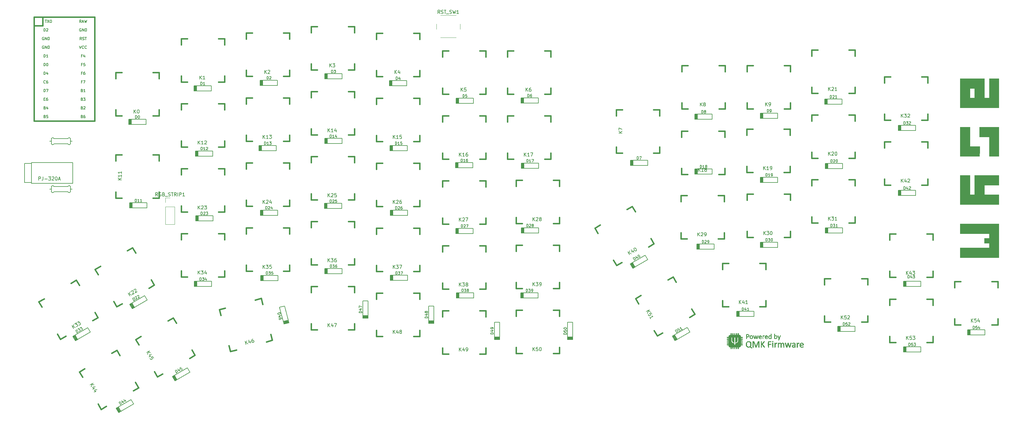
<source format=gto>
%TF.GenerationSoftware,KiCad,Pcbnew,(5.1.10-1-10_14)*%
%TF.CreationDate,2021-08-01T23:27:55+01:00*%
%TF.ProjectId,AsymRight,4173796d-5269-4676-9874-2e6b69636164,v1*%
%TF.SameCoordinates,Original*%
%TF.FileFunction,Legend,Top*%
%TF.FilePolarity,Positive*%
%FSLAX46Y46*%
G04 Gerber Fmt 4.6, Leading zero omitted, Abs format (unit mm)*
G04 Created by KiCad (PCBNEW (5.1.10-1-10_14)) date 2021-08-01 23:27:55*
%MOMM*%
%LPD*%
G01*
G04 APERTURE LIST*
%ADD10C,0.381000*%
%ADD11C,0.010000*%
%ADD12C,0.120000*%
%ADD13C,0.150000*%
%ADD14C,0.200000*%
G04 APERTURE END LIST*
D10*
%TO.C,K41*%
X240732316Y-126782299D02*
X242510316Y-126782299D01*
X229810316Y-114082299D02*
X231588316Y-114082299D01*
X240732316Y-114082299D02*
X242510316Y-114082299D01*
X242510316Y-114082299D02*
X242510316Y-115860299D01*
X242510316Y-125004299D02*
X242510316Y-126782299D01*
X242510316Y-126782299D02*
X240732316Y-126782299D01*
X231588316Y-126782299D02*
X229810316Y-126782299D01*
X229810316Y-126782299D02*
X229810316Y-125004299D01*
X229810316Y-115860299D02*
X229810316Y-114082299D01*
%TO.C,K22*%
X61614468Y-121393261D02*
X63154261Y-120504261D01*
X45805739Y-115855739D02*
X47345532Y-114966739D01*
X55264468Y-110394739D02*
X56804261Y-109505739D01*
X56804261Y-109505739D02*
X57693261Y-111045532D01*
X62265261Y-118964468D02*
X63154261Y-120504261D01*
X63154261Y-120504261D02*
X61614468Y-121393261D01*
X53695532Y-125965261D02*
X52155739Y-126854261D01*
X52155739Y-126854261D02*
X51266739Y-125314468D01*
X46694739Y-117395532D02*
X45805739Y-115855739D01*
%TO.C,K52*%
X270652000Y-131290000D02*
X272430000Y-131290000D01*
X259730000Y-118590000D02*
X261508000Y-118590000D01*
X270652000Y-118590000D02*
X272430000Y-118590000D01*
X272430000Y-118590000D02*
X272430000Y-120368000D01*
X272430000Y-129512000D02*
X272430000Y-131290000D01*
X272430000Y-131290000D02*
X270652000Y-131290000D01*
X261508000Y-131290000D02*
X259730000Y-131290000D01*
X259730000Y-131290000D02*
X259730000Y-129512000D01*
X259730000Y-120368000D02*
X259730000Y-118590000D01*
%TO.C,K8*%
X228854000Y-68834000D02*
X230632000Y-68834000D01*
X217932000Y-56134000D02*
X219710000Y-56134000D01*
X228854000Y-56134000D02*
X230632000Y-56134000D01*
X230632000Y-56134000D02*
X230632000Y-57912000D01*
X230632000Y-67056000D02*
X230632000Y-68834000D01*
X230632000Y-68834000D02*
X228854000Y-68834000D01*
X219710000Y-68834000D02*
X217932000Y-68834000D01*
X217932000Y-68834000D02*
X217932000Y-67056000D01*
X217932000Y-57912000D02*
X217932000Y-56134000D01*
%TO.C,K23*%
X82042000Y-99060000D02*
X83820000Y-99060000D01*
X71120000Y-86360000D02*
X72898000Y-86360000D01*
X82042000Y-86360000D02*
X83820000Y-86360000D01*
X83820000Y-86360000D02*
X83820000Y-88138000D01*
X83820000Y-97282000D02*
X83820000Y-99060000D01*
X83820000Y-99060000D02*
X82042000Y-99060000D01*
X72898000Y-99060000D02*
X71120000Y-99060000D01*
X71120000Y-99060000D02*
X71120000Y-97282000D01*
X71120000Y-88138000D02*
X71120000Y-86360000D01*
%TO.C,K53*%
X289807000Y-137305000D02*
X291585000Y-137305000D01*
X278885000Y-124605000D02*
X280663000Y-124605000D01*
X289807000Y-124605000D02*
X291585000Y-124605000D01*
X291585000Y-124605000D02*
X291585000Y-126383000D01*
X291585000Y-135527000D02*
X291585000Y-137305000D01*
X291585000Y-137305000D02*
X289807000Y-137305000D01*
X280663000Y-137305000D02*
X278885000Y-137305000D01*
X278885000Y-137305000D02*
X278885000Y-135527000D01*
X278885000Y-126383000D02*
X278885000Y-124605000D01*
%TO.C,K28*%
X180222000Y-102475000D02*
X182000000Y-102475000D01*
X169300000Y-89775000D02*
X171078000Y-89775000D01*
X180222000Y-89775000D02*
X182000000Y-89775000D01*
X182000000Y-89775000D02*
X182000000Y-91553000D01*
X182000000Y-100697000D02*
X182000000Y-102475000D01*
X182000000Y-102475000D02*
X180222000Y-102475000D01*
X171078000Y-102475000D02*
X169300000Y-102475000D01*
X169300000Y-102475000D02*
X169300000Y-100697000D01*
X169300000Y-91553000D02*
X169300000Y-89775000D01*
%TO.C,K43*%
X289757000Y-118205000D02*
X291535000Y-118205000D01*
X278835000Y-105505000D02*
X280613000Y-105505000D01*
X289757000Y-105505000D02*
X291535000Y-105505000D01*
X291535000Y-105505000D02*
X291535000Y-107283000D01*
X291535000Y-116427000D02*
X291535000Y-118205000D01*
X291535000Y-118205000D02*
X289757000Y-118205000D01*
X280613000Y-118205000D02*
X278835000Y-118205000D01*
X278835000Y-118205000D02*
X278835000Y-116427000D01*
X278835000Y-107283000D02*
X278835000Y-105505000D01*
%TO.C,K29*%
X228600000Y-106934000D02*
X230378000Y-106934000D01*
X217678000Y-94234000D02*
X219456000Y-94234000D01*
X228600000Y-94234000D02*
X230378000Y-94234000D01*
X230378000Y-94234000D02*
X230378000Y-96012000D01*
X230378000Y-105156000D02*
X230378000Y-106934000D01*
X230378000Y-106934000D02*
X228600000Y-106934000D01*
X219456000Y-106934000D02*
X217678000Y-106934000D01*
X217678000Y-106934000D02*
X217678000Y-105156000D01*
X217678000Y-96012000D02*
X217678000Y-94234000D01*
%TO.C,K0*%
X62752000Y-70890000D02*
X64530000Y-70890000D01*
X51830000Y-58190000D02*
X53608000Y-58190000D01*
X62752000Y-58190000D02*
X64530000Y-58190000D01*
X64530000Y-58190000D02*
X64530000Y-59968000D01*
X64530000Y-69112000D02*
X64530000Y-70890000D01*
X64530000Y-70890000D02*
X62752000Y-70890000D01*
X53608000Y-70890000D02*
X51830000Y-70890000D01*
X51830000Y-70890000D02*
X51830000Y-69112000D01*
X51830000Y-59968000D02*
X51830000Y-58190000D01*
%TO.C,K1*%
X82042000Y-60960000D02*
X83820000Y-60960000D01*
X71120000Y-48260000D02*
X72898000Y-48260000D01*
X82042000Y-48260000D02*
X83820000Y-48260000D01*
X83820000Y-48260000D02*
X83820000Y-50038000D01*
X83820000Y-59182000D02*
X83820000Y-60960000D01*
X83820000Y-60960000D02*
X82042000Y-60960000D01*
X72898000Y-60960000D02*
X71120000Y-60960000D01*
X71120000Y-60960000D02*
X71120000Y-59182000D01*
X71120000Y-50038000D02*
X71120000Y-48260000D01*
%TO.C,K2*%
X101092000Y-59280000D02*
X102870000Y-59280000D01*
X90170000Y-46580000D02*
X91948000Y-46580000D01*
X101092000Y-46580000D02*
X102870000Y-46580000D01*
X102870000Y-46580000D02*
X102870000Y-48358000D01*
X102870000Y-57502000D02*
X102870000Y-59280000D01*
X102870000Y-59280000D02*
X101092000Y-59280000D01*
X91948000Y-59280000D02*
X90170000Y-59280000D01*
X90170000Y-59280000D02*
X90170000Y-57502000D01*
X90170000Y-48358000D02*
X90170000Y-46580000D01*
%TO.C,K3*%
X120142000Y-57370000D02*
X121920000Y-57370000D01*
X109220000Y-44670000D02*
X110998000Y-44670000D01*
X120142000Y-44670000D02*
X121920000Y-44670000D01*
X121920000Y-44670000D02*
X121920000Y-46448000D01*
X121920000Y-55592000D02*
X121920000Y-57370000D01*
X121920000Y-57370000D02*
X120142000Y-57370000D01*
X110998000Y-57370000D02*
X109220000Y-57370000D01*
X109220000Y-57370000D02*
X109220000Y-55592000D01*
X109220000Y-46448000D02*
X109220000Y-44670000D01*
%TO.C,K4*%
X139242000Y-59330000D02*
X141020000Y-59330000D01*
X128320000Y-46630000D02*
X130098000Y-46630000D01*
X139242000Y-46630000D02*
X141020000Y-46630000D01*
X141020000Y-46630000D02*
X141020000Y-48408000D01*
X141020000Y-57552000D02*
X141020000Y-59330000D01*
X141020000Y-59330000D02*
X139242000Y-59330000D01*
X130098000Y-59330000D02*
X128320000Y-59330000D01*
X128320000Y-59330000D02*
X128320000Y-57552000D01*
X128320000Y-48408000D02*
X128320000Y-46630000D01*
%TO.C,K5*%
X158672000Y-64500000D02*
X160450000Y-64500000D01*
X147750000Y-51800000D02*
X149528000Y-51800000D01*
X158672000Y-51800000D02*
X160450000Y-51800000D01*
X160450000Y-51800000D02*
X160450000Y-53578000D01*
X160450000Y-62722000D02*
X160450000Y-64500000D01*
X160450000Y-64500000D02*
X158672000Y-64500000D01*
X149528000Y-64500000D02*
X147750000Y-64500000D01*
X147750000Y-64500000D02*
X147750000Y-62722000D01*
X147750000Y-53578000D02*
X147750000Y-51800000D01*
%TO.C,K6*%
X177722000Y-64500000D02*
X179500000Y-64500000D01*
X166800000Y-51800000D02*
X168578000Y-51800000D01*
X177722000Y-51800000D02*
X179500000Y-51800000D01*
X179500000Y-51800000D02*
X179500000Y-53578000D01*
X179500000Y-62722000D02*
X179500000Y-64500000D01*
X179500000Y-64500000D02*
X177722000Y-64500000D01*
X168578000Y-64500000D02*
X166800000Y-64500000D01*
X166800000Y-64500000D02*
X166800000Y-62722000D01*
X166800000Y-53578000D02*
X166800000Y-51800000D01*
%TO.C,K9*%
X247987000Y-68790000D02*
X249765000Y-68790000D01*
X237065000Y-56090000D02*
X238843000Y-56090000D01*
X247987000Y-56090000D02*
X249765000Y-56090000D01*
X249765000Y-56090000D02*
X249765000Y-57868000D01*
X249765000Y-67012000D02*
X249765000Y-68790000D01*
X249765000Y-68790000D02*
X247987000Y-68790000D01*
X238843000Y-68790000D02*
X237065000Y-68790000D01*
X237065000Y-68790000D02*
X237065000Y-67012000D01*
X237065000Y-57868000D02*
X237065000Y-56090000D01*
%TO.C,K12*%
X82042000Y-80010000D02*
X83820000Y-80010000D01*
X71120000Y-67310000D02*
X72898000Y-67310000D01*
X82042000Y-67310000D02*
X83820000Y-67310000D01*
X83820000Y-67310000D02*
X83820000Y-69088000D01*
X83820000Y-78232000D02*
X83820000Y-80010000D01*
X83820000Y-80010000D02*
X82042000Y-80010000D01*
X72898000Y-80010000D02*
X71120000Y-80010000D01*
X71120000Y-80010000D02*
X71120000Y-78232000D01*
X71120000Y-69088000D02*
X71120000Y-67310000D01*
%TO.C,K13*%
X101092000Y-78330000D02*
X102870000Y-78330000D01*
X90170000Y-65630000D02*
X91948000Y-65630000D01*
X101092000Y-65630000D02*
X102870000Y-65630000D01*
X102870000Y-65630000D02*
X102870000Y-67408000D01*
X102870000Y-76552000D02*
X102870000Y-78330000D01*
X102870000Y-78330000D02*
X101092000Y-78330000D01*
X91948000Y-78330000D02*
X90170000Y-78330000D01*
X90170000Y-78330000D02*
X90170000Y-76552000D01*
X90170000Y-67408000D02*
X90170000Y-65630000D01*
%TO.C,K14*%
X120142000Y-76420000D02*
X121920000Y-76420000D01*
X109220000Y-63720000D02*
X110998000Y-63720000D01*
X120142000Y-63720000D02*
X121920000Y-63720000D01*
X121920000Y-63720000D02*
X121920000Y-65498000D01*
X121920000Y-74642000D02*
X121920000Y-76420000D01*
X121920000Y-76420000D02*
X120142000Y-76420000D01*
X110998000Y-76420000D02*
X109220000Y-76420000D01*
X109220000Y-76420000D02*
X109220000Y-74642000D01*
X109220000Y-65498000D02*
X109220000Y-63720000D01*
%TO.C,K15*%
X139242000Y-78380000D02*
X141020000Y-78380000D01*
X128320000Y-65680000D02*
X130098000Y-65680000D01*
X139242000Y-65680000D02*
X141020000Y-65680000D01*
X141020000Y-65680000D02*
X141020000Y-67458000D01*
X141020000Y-76602000D02*
X141020000Y-78380000D01*
X141020000Y-78380000D02*
X139242000Y-78380000D01*
X130098000Y-78380000D02*
X128320000Y-78380000D01*
X128320000Y-78380000D02*
X128320000Y-76602000D01*
X128320000Y-67458000D02*
X128320000Y-65680000D01*
%TO.C,K16*%
X158672000Y-83550000D02*
X160450000Y-83550000D01*
X147750000Y-70850000D02*
X149528000Y-70850000D01*
X158672000Y-70850000D02*
X160450000Y-70850000D01*
X160450000Y-70850000D02*
X160450000Y-72628000D01*
X160450000Y-81772000D02*
X160450000Y-83550000D01*
X160450000Y-83550000D02*
X158672000Y-83550000D01*
X149528000Y-83550000D02*
X147750000Y-83550000D01*
X147750000Y-83550000D02*
X147750000Y-81772000D01*
X147750000Y-72628000D02*
X147750000Y-70850000D01*
%TO.C,K17*%
X177722000Y-83550000D02*
X179500000Y-83550000D01*
X166800000Y-70850000D02*
X168578000Y-70850000D01*
X177722000Y-70850000D02*
X179500000Y-70850000D01*
X179500000Y-70850000D02*
X179500000Y-72628000D01*
X179500000Y-81772000D02*
X179500000Y-83550000D01*
X179500000Y-83550000D02*
X177722000Y-83550000D01*
X168578000Y-83550000D02*
X166800000Y-83550000D01*
X166800000Y-83550000D02*
X166800000Y-81772000D01*
X166800000Y-72628000D02*
X166800000Y-70850000D01*
%TO.C,K18*%
X228727000Y-88000000D02*
X230505000Y-88000000D01*
X217805000Y-75300000D02*
X219583000Y-75300000D01*
X228727000Y-75300000D02*
X230505000Y-75300000D01*
X230505000Y-75300000D02*
X230505000Y-77078000D01*
X230505000Y-86222000D02*
X230505000Y-88000000D01*
X230505000Y-88000000D02*
X228727000Y-88000000D01*
X219583000Y-88000000D02*
X217805000Y-88000000D01*
X217805000Y-88000000D02*
X217805000Y-86222000D01*
X217805000Y-77078000D02*
X217805000Y-75300000D01*
%TO.C,K19*%
X247887000Y-87490000D02*
X249665000Y-87490000D01*
X236965000Y-74790000D02*
X238743000Y-74790000D01*
X247887000Y-74790000D02*
X249665000Y-74790000D01*
X249665000Y-74790000D02*
X249665000Y-76568000D01*
X249665000Y-85712000D02*
X249665000Y-87490000D01*
X249665000Y-87490000D02*
X247887000Y-87490000D01*
X238743000Y-87490000D02*
X236965000Y-87490000D01*
X236965000Y-87490000D02*
X236965000Y-85712000D01*
X236965000Y-76568000D02*
X236965000Y-74790000D01*
%TO.C,K20*%
X266937000Y-83290000D02*
X268715000Y-83290000D01*
X256015000Y-70590000D02*
X257793000Y-70590000D01*
X266937000Y-70590000D02*
X268715000Y-70590000D01*
X268715000Y-70590000D02*
X268715000Y-72368000D01*
X268715000Y-81512000D02*
X268715000Y-83290000D01*
X268715000Y-83290000D02*
X266937000Y-83290000D01*
X257793000Y-83290000D02*
X256015000Y-83290000D01*
X256015000Y-83290000D02*
X256015000Y-81512000D01*
X256015000Y-72368000D02*
X256015000Y-70590000D01*
%TO.C,K21*%
X266937000Y-64290000D02*
X268715000Y-64290000D01*
X256015000Y-51590000D02*
X257793000Y-51590000D01*
X266937000Y-51590000D02*
X268715000Y-51590000D01*
X268715000Y-51590000D02*
X268715000Y-53368000D01*
X268715000Y-62512000D02*
X268715000Y-64290000D01*
X268715000Y-64290000D02*
X266937000Y-64290000D01*
X257793000Y-64290000D02*
X256015000Y-64290000D01*
X256015000Y-64290000D02*
X256015000Y-62512000D01*
X256015000Y-53368000D02*
X256015000Y-51590000D01*
%TO.C,K24*%
X101092000Y-97380000D02*
X102870000Y-97380000D01*
X90170000Y-84680000D02*
X91948000Y-84680000D01*
X101092000Y-84680000D02*
X102870000Y-84680000D01*
X102870000Y-84680000D02*
X102870000Y-86458000D01*
X102870000Y-95602000D02*
X102870000Y-97380000D01*
X102870000Y-97380000D02*
X101092000Y-97380000D01*
X91948000Y-97380000D02*
X90170000Y-97380000D01*
X90170000Y-97380000D02*
X90170000Y-95602000D01*
X90170000Y-86458000D02*
X90170000Y-84680000D01*
%TO.C,K25*%
X120142000Y-95470000D02*
X121920000Y-95470000D01*
X109220000Y-82770000D02*
X110998000Y-82770000D01*
X120142000Y-82770000D02*
X121920000Y-82770000D01*
X121920000Y-82770000D02*
X121920000Y-84548000D01*
X121920000Y-93692000D02*
X121920000Y-95470000D01*
X121920000Y-95470000D02*
X120142000Y-95470000D01*
X110998000Y-95470000D02*
X109220000Y-95470000D01*
X109220000Y-95470000D02*
X109220000Y-93692000D01*
X109220000Y-84548000D02*
X109220000Y-82770000D01*
%TO.C,K26*%
X139242000Y-97430000D02*
X141020000Y-97430000D01*
X128320000Y-84730000D02*
X130098000Y-84730000D01*
X139242000Y-84730000D02*
X141020000Y-84730000D01*
X141020000Y-84730000D02*
X141020000Y-86508000D01*
X141020000Y-95652000D02*
X141020000Y-97430000D01*
X141020000Y-97430000D02*
X139242000Y-97430000D01*
X130098000Y-97430000D02*
X128320000Y-97430000D01*
X128320000Y-97430000D02*
X128320000Y-95652000D01*
X128320000Y-86508000D02*
X128320000Y-84730000D01*
%TO.C,K27*%
X158672000Y-102600000D02*
X160450000Y-102600000D01*
X147750000Y-89900000D02*
X149528000Y-89900000D01*
X158672000Y-89900000D02*
X160450000Y-89900000D01*
X160450000Y-89900000D02*
X160450000Y-91678000D01*
X160450000Y-100822000D02*
X160450000Y-102600000D01*
X160450000Y-102600000D02*
X158672000Y-102600000D01*
X149528000Y-102600000D02*
X147750000Y-102600000D01*
X147750000Y-102600000D02*
X147750000Y-100822000D01*
X147750000Y-91678000D02*
X147750000Y-89900000D01*
%TO.C,K30*%
X247937000Y-106540000D02*
X249715000Y-106540000D01*
X237015000Y-93840000D02*
X238793000Y-93840000D01*
X247937000Y-93840000D02*
X249715000Y-93840000D01*
X249715000Y-93840000D02*
X249715000Y-95618000D01*
X249715000Y-104762000D02*
X249715000Y-106540000D01*
X249715000Y-106540000D02*
X247937000Y-106540000D01*
X238793000Y-106540000D02*
X237015000Y-106540000D01*
X237015000Y-106540000D02*
X237015000Y-104762000D01*
X237015000Y-95618000D02*
X237015000Y-93840000D01*
%TO.C,K31*%
X266937000Y-102290000D02*
X268715000Y-102290000D01*
X256015000Y-89590000D02*
X257793000Y-89590000D01*
X266937000Y-89590000D02*
X268715000Y-89590000D01*
X268715000Y-89590000D02*
X268715000Y-91368000D01*
X268715000Y-100512000D02*
X268715000Y-102290000D01*
X268715000Y-102290000D02*
X266937000Y-102290000D01*
X257793000Y-102290000D02*
X256015000Y-102290000D01*
X256015000Y-102290000D02*
X256015000Y-100512000D01*
X256015000Y-91368000D02*
X256015000Y-89590000D01*
%TO.C,K33*%
X45104468Y-130923261D02*
X46644261Y-130034261D01*
X29295739Y-125385739D02*
X30835532Y-124496739D01*
X38754468Y-119924739D02*
X40294261Y-119035739D01*
X40294261Y-119035739D02*
X41183261Y-120575532D01*
X45755261Y-128494468D02*
X46644261Y-130034261D01*
X46644261Y-130034261D02*
X45104468Y-130923261D01*
X37185532Y-135495261D02*
X35645739Y-136384261D01*
X35645739Y-136384261D02*
X34756739Y-134844468D01*
X30184739Y-126925532D02*
X29295739Y-125385739D01*
%TO.C,K34*%
X82042000Y-118110000D02*
X83820000Y-118110000D01*
X71120000Y-105410000D02*
X72898000Y-105410000D01*
X82042000Y-105410000D02*
X83820000Y-105410000D01*
X83820000Y-105410000D02*
X83820000Y-107188000D01*
X83820000Y-116332000D02*
X83820000Y-118110000D01*
X83820000Y-118110000D02*
X82042000Y-118110000D01*
X72898000Y-118110000D02*
X71120000Y-118110000D01*
X71120000Y-118110000D02*
X71120000Y-116332000D01*
X71120000Y-107188000D02*
X71120000Y-105410000D01*
%TO.C,K35*%
X101092000Y-116430000D02*
X102870000Y-116430000D01*
X90170000Y-103730000D02*
X91948000Y-103730000D01*
X101092000Y-103730000D02*
X102870000Y-103730000D01*
X102870000Y-103730000D02*
X102870000Y-105508000D01*
X102870000Y-114652000D02*
X102870000Y-116430000D01*
X102870000Y-116430000D02*
X101092000Y-116430000D01*
X91948000Y-116430000D02*
X90170000Y-116430000D01*
X90170000Y-116430000D02*
X90170000Y-114652000D01*
X90170000Y-105508000D02*
X90170000Y-103730000D01*
%TO.C,K36*%
X120142000Y-114520000D02*
X121920000Y-114520000D01*
X109220000Y-101820000D02*
X110998000Y-101820000D01*
X120142000Y-101820000D02*
X121920000Y-101820000D01*
X121920000Y-101820000D02*
X121920000Y-103598000D01*
X121920000Y-112742000D02*
X121920000Y-114520000D01*
X121920000Y-114520000D02*
X120142000Y-114520000D01*
X110998000Y-114520000D02*
X109220000Y-114520000D01*
X109220000Y-114520000D02*
X109220000Y-112742000D01*
X109220000Y-103598000D02*
X109220000Y-101820000D01*
%TO.C,K37*%
X139242000Y-116480000D02*
X141020000Y-116480000D01*
X128320000Y-103780000D02*
X130098000Y-103780000D01*
X139242000Y-103780000D02*
X141020000Y-103780000D01*
X141020000Y-103780000D02*
X141020000Y-105558000D01*
X141020000Y-114702000D02*
X141020000Y-116480000D01*
X141020000Y-116480000D02*
X139242000Y-116480000D01*
X130098000Y-116480000D02*
X128320000Y-116480000D01*
X128320000Y-116480000D02*
X128320000Y-114702000D01*
X128320000Y-105558000D02*
X128320000Y-103780000D01*
%TO.C,K38*%
X158672000Y-121650000D02*
X160450000Y-121650000D01*
X147750000Y-108950000D02*
X149528000Y-108950000D01*
X158672000Y-108950000D02*
X160450000Y-108950000D01*
X160450000Y-108950000D02*
X160450000Y-110728000D01*
X160450000Y-119872000D02*
X160450000Y-121650000D01*
X160450000Y-121650000D02*
X158672000Y-121650000D01*
X149528000Y-121650000D02*
X147750000Y-121650000D01*
X147750000Y-121650000D02*
X147750000Y-119872000D01*
X147750000Y-110728000D02*
X147750000Y-108950000D01*
%TO.C,K40*%
X208189468Y-109288261D02*
X209729261Y-108399261D01*
X192380739Y-103750739D02*
X193920532Y-102861739D01*
X201839468Y-98289739D02*
X203379261Y-97400739D01*
X203379261Y-97400739D02*
X204268261Y-98940532D01*
X208840261Y-106859468D02*
X209729261Y-108399261D01*
X209729261Y-108399261D02*
X208189468Y-109288261D01*
X200270532Y-113860261D02*
X198730739Y-114749261D01*
X198730739Y-114749261D02*
X197841739Y-113209468D01*
X193269739Y-105290532D02*
X192380739Y-103750739D01*
%TO.C,K47*%
X120142000Y-133570000D02*
X121920000Y-133570000D01*
X109220000Y-120870000D02*
X110998000Y-120870000D01*
X120142000Y-120870000D02*
X121920000Y-120870000D01*
X121920000Y-120870000D02*
X121920000Y-122648000D01*
X121920000Y-131792000D02*
X121920000Y-133570000D01*
X121920000Y-133570000D02*
X120142000Y-133570000D01*
X110998000Y-133570000D02*
X109220000Y-133570000D01*
X109220000Y-133570000D02*
X109220000Y-131792000D01*
X109220000Y-122648000D02*
X109220000Y-120870000D01*
%TO.C,K48*%
X139242000Y-135530000D02*
X141020000Y-135530000D01*
X128320000Y-122830000D02*
X130098000Y-122830000D01*
X139242000Y-122830000D02*
X141020000Y-122830000D01*
X141020000Y-122830000D02*
X141020000Y-124608000D01*
X141020000Y-133752000D02*
X141020000Y-135530000D01*
X141020000Y-135530000D02*
X139242000Y-135530000D01*
X130098000Y-135530000D02*
X128320000Y-135530000D01*
X128320000Y-135530000D02*
X128320000Y-133752000D01*
X128320000Y-124608000D02*
X128320000Y-122830000D01*
%TO.C,K49*%
X158672000Y-140700000D02*
X160450000Y-140700000D01*
X147750000Y-128000000D02*
X149528000Y-128000000D01*
X158672000Y-128000000D02*
X160450000Y-128000000D01*
X160450000Y-128000000D02*
X160450000Y-129778000D01*
X160450000Y-138922000D02*
X160450000Y-140700000D01*
X160450000Y-140700000D02*
X158672000Y-140700000D01*
X149528000Y-140700000D02*
X147750000Y-140700000D01*
X147750000Y-140700000D02*
X147750000Y-138922000D01*
X147750000Y-129778000D02*
X147750000Y-128000000D01*
%TO.C,K54*%
X308792000Y-132180000D02*
X310570000Y-132180000D01*
X297870000Y-119480000D02*
X299648000Y-119480000D01*
X308792000Y-119480000D02*
X310570000Y-119480000D01*
X310570000Y-119480000D02*
X310570000Y-121258000D01*
X310570000Y-130402000D02*
X310570000Y-132180000D01*
X310570000Y-132180000D02*
X308792000Y-132180000D01*
X299648000Y-132180000D02*
X297870000Y-132180000D01*
X297870000Y-132180000D02*
X297870000Y-130402000D01*
X297870000Y-121258000D02*
X297870000Y-119480000D01*
%TO.C,K32*%
X288290000Y-72136000D02*
X290068000Y-72136000D01*
X277368000Y-59436000D02*
X279146000Y-59436000D01*
X288290000Y-59436000D02*
X290068000Y-59436000D01*
X290068000Y-59436000D02*
X290068000Y-61214000D01*
X290068000Y-70358000D02*
X290068000Y-72136000D01*
X290068000Y-72136000D02*
X288290000Y-72136000D01*
X279146000Y-72136000D02*
X277368000Y-72136000D01*
X277368000Y-72136000D02*
X277368000Y-70358000D01*
X277368000Y-61214000D02*
X277368000Y-59436000D01*
%TO.C,K39*%
X180222000Y-121525000D02*
X182000000Y-121525000D01*
X169300000Y-108825000D02*
X171078000Y-108825000D01*
X180222000Y-108825000D02*
X182000000Y-108825000D01*
X182000000Y-108825000D02*
X182000000Y-110603000D01*
X182000000Y-119747000D02*
X182000000Y-121525000D01*
X182000000Y-121525000D02*
X180222000Y-121525000D01*
X171078000Y-121525000D02*
X169300000Y-121525000D01*
X169300000Y-121525000D02*
X169300000Y-119747000D01*
X169300000Y-110603000D02*
X169300000Y-108825000D01*
%TO.C,K11*%
X64530000Y-82320000D02*
X64530000Y-84098000D01*
X64530000Y-93242000D02*
X64530000Y-95020000D01*
X64530000Y-95020000D02*
X62752000Y-95020000D01*
X53608000Y-95020000D02*
X51830000Y-95020000D01*
X51830000Y-95020000D02*
X51830000Y-93242000D01*
X51830000Y-84098000D02*
X51830000Y-82320000D01*
X51830000Y-82320000D02*
X53608000Y-82320000D01*
X62752000Y-82320000D02*
X64530000Y-82320000D01*
%TO.C,K50*%
X180222000Y-140575000D02*
X182000000Y-140575000D01*
X169300000Y-127875000D02*
X171078000Y-127875000D01*
X180222000Y-127875000D02*
X182000000Y-127875000D01*
X182000000Y-127875000D02*
X182000000Y-129653000D01*
X182000000Y-138797000D02*
X182000000Y-140575000D01*
X182000000Y-140575000D02*
X180222000Y-140575000D01*
X171078000Y-140575000D02*
X169300000Y-140575000D01*
X169300000Y-140575000D02*
X169300000Y-138797000D01*
X169300000Y-129653000D02*
X169300000Y-127875000D01*
%TO.C,K42*%
X288290000Y-91186000D02*
X290068000Y-91186000D01*
X277368000Y-78486000D02*
X279146000Y-78486000D01*
X288290000Y-78486000D02*
X290068000Y-78486000D01*
X290068000Y-78486000D02*
X290068000Y-80264000D01*
X290068000Y-89408000D02*
X290068000Y-91186000D01*
X290068000Y-91186000D02*
X288290000Y-91186000D01*
X279146000Y-91186000D02*
X277368000Y-91186000D01*
X277368000Y-91186000D02*
X277368000Y-89408000D01*
X277368000Y-80264000D02*
X277368000Y-78486000D01*
%TO.C,K7*%
X211385000Y-69080000D02*
X211385000Y-70858000D01*
X211385000Y-80002000D02*
X211385000Y-81780000D01*
X211385000Y-81780000D02*
X209607000Y-81780000D01*
X200463000Y-81780000D02*
X198685000Y-81780000D01*
X198685000Y-81780000D02*
X198685000Y-80002000D01*
X198685000Y-70858000D02*
X198685000Y-69080000D01*
X198685000Y-69080000D02*
X200463000Y-69080000D01*
X209607000Y-69080000D02*
X211385000Y-69080000D01*
%TO.C,K46*%
X96069714Y-137120308D02*
X97787130Y-136660128D01*
X82232870Y-127679872D02*
X83950286Y-127219692D01*
X92782712Y-124853050D02*
X94500128Y-124392870D01*
X94500128Y-124392870D02*
X94960308Y-126110286D01*
X97326950Y-134942712D02*
X97787130Y-136660128D01*
X97787130Y-136660128D02*
X96069714Y-137120308D01*
X87237288Y-139486950D02*
X85519872Y-139947130D01*
X85519872Y-139947130D02*
X85059692Y-138229714D01*
X82693050Y-129397288D02*
X82232870Y-127679872D01*
%TO.C,K51*%
X213805065Y-118950923D02*
X215344858Y-118061923D01*
X204346336Y-124411923D02*
X205886129Y-123522923D01*
X205235336Y-125951716D02*
X204346336Y-124411923D01*
X210696336Y-135410445D02*
X209807336Y-133870652D01*
X212236129Y-134521445D02*
X210696336Y-135410445D01*
X221694858Y-129060445D02*
X220155065Y-129949445D01*
X220805858Y-127520652D02*
X221694858Y-129060445D01*
X215344858Y-118061923D02*
X216233858Y-119601716D01*
%TO.C,K44*%
X52204261Y-139580739D02*
X53093261Y-141120532D01*
X57665261Y-149039468D02*
X58554261Y-150579261D01*
X58554261Y-150579261D02*
X57014468Y-151468261D01*
X49095532Y-156040261D02*
X47555739Y-156929261D01*
X47555739Y-156929261D02*
X46666739Y-155389468D01*
X42094739Y-147470532D02*
X41205739Y-145930739D01*
X41205739Y-145930739D02*
X42745532Y-145041739D01*
X50664468Y-140469739D02*
X52204261Y-139580739D01*
%TO.C,K45*%
X68729261Y-130080739D02*
X69618261Y-131620532D01*
X74190261Y-139539468D02*
X75079261Y-141079261D01*
X75079261Y-141079261D02*
X73539468Y-141968261D01*
X65620532Y-146540261D02*
X64080739Y-147429261D01*
X64080739Y-147429261D02*
X63191739Y-145889468D01*
X58619739Y-137970532D02*
X57730739Y-136430739D01*
X57730739Y-136430739D02*
X59270532Y-135541739D01*
X67189468Y-130969739D02*
X68729261Y-130080739D01*
D11*
%TO.C,G\u002A\u002A\u002A*%
G36*
X308048000Y-82707667D02*
G01*
X308048000Y-77035000D01*
X305211666Y-77035000D01*
X305211666Y-74156334D01*
X310884333Y-74156334D01*
X310884333Y-82707667D01*
X308048000Y-82707667D01*
G37*
X308048000Y-82707667D02*
X308048000Y-77035000D01*
X305211666Y-77035000D01*
X305211666Y-74156334D01*
X310884333Y-74156334D01*
X310884333Y-82707667D01*
X308048000Y-82707667D01*
G36*
X299539000Y-112468000D02*
G01*
X299539000Y-109589334D01*
X308048000Y-109589334D01*
X308048000Y-108234667D01*
X306608666Y-108234667D01*
X306608666Y-106753000D01*
X308048000Y-106753000D01*
X308048000Y-105398334D01*
X299539000Y-105398334D01*
X299539000Y-102519667D01*
X310884333Y-102519667D01*
X310884333Y-112468000D01*
X299539000Y-112468000D01*
G37*
X299539000Y-112468000D02*
X299539000Y-109589334D01*
X308048000Y-109589334D01*
X308048000Y-108234667D01*
X306608666Y-108234667D01*
X306608666Y-106753000D01*
X308048000Y-106753000D01*
X308048000Y-105398334D01*
X299539000Y-105398334D01*
X299539000Y-102519667D01*
X310884333Y-102519667D01*
X310884333Y-112468000D01*
X299539000Y-112468000D01*
G36*
X306651000Y-91216667D02*
G01*
X306651000Y-94010667D01*
X310884333Y-94010667D01*
X310884333Y-96889334D01*
X299539000Y-96889334D01*
X299539000Y-88338000D01*
X302375333Y-88338000D01*
X302375333Y-94010667D01*
X303772333Y-94010667D01*
X303772333Y-88338000D01*
X310884333Y-88338000D01*
X310884333Y-91216667D01*
X306651000Y-91216667D01*
G37*
X306651000Y-91216667D02*
X306651000Y-94010667D01*
X310884333Y-94010667D01*
X310884333Y-96889334D01*
X299539000Y-96889334D01*
X299539000Y-88338000D01*
X302375333Y-88338000D01*
X302375333Y-94010667D01*
X303772333Y-94010667D01*
X303772333Y-88338000D01*
X310884333Y-88338000D01*
X310884333Y-91216667D01*
X306651000Y-91216667D01*
G36*
X305243980Y-81257750D02*
G01*
X305232833Y-82686500D01*
X302385916Y-82697381D01*
X299539000Y-82708263D01*
X299539000Y-74156334D01*
X302375333Y-74156334D01*
X302375333Y-79829000D01*
X305255126Y-79829000D01*
X305243980Y-81257750D01*
G37*
X305243980Y-81257750D02*
X305232833Y-82686500D01*
X302385916Y-82697381D01*
X299539000Y-82708263D01*
X299539000Y-74156334D01*
X302375333Y-74156334D01*
X302375333Y-79829000D01*
X305255126Y-79829000D01*
X305243980Y-81257750D01*
G36*
X299539000Y-68526000D02*
G01*
X299539000Y-59974667D01*
X303772333Y-59974667D01*
X303772333Y-62853334D01*
X302375333Y-62853334D01*
X302375333Y-65647334D01*
X303772333Y-65647334D01*
X303772333Y-62853334D01*
X303772333Y-59974667D01*
X306651000Y-59974667D01*
X306651000Y-65647334D01*
X308048000Y-65647334D01*
X308048000Y-59974667D01*
X310884333Y-59974667D01*
X310884333Y-68526000D01*
X299539000Y-68526000D01*
G37*
X299539000Y-68526000D02*
X299539000Y-59974667D01*
X303772333Y-59974667D01*
X303772333Y-62853334D01*
X302375333Y-62853334D01*
X302375333Y-65647334D01*
X303772333Y-65647334D01*
X303772333Y-62853334D01*
X303772333Y-59974667D01*
X306651000Y-59974667D01*
X306651000Y-65647334D01*
X308048000Y-65647334D01*
X308048000Y-59974667D01*
X310884333Y-59974667D01*
X310884333Y-68526000D01*
X299539000Y-68526000D01*
G36*
X232466178Y-135084148D02*
G01*
X232607205Y-135078420D01*
X232748231Y-135072692D01*
X232758000Y-134848000D01*
X232767770Y-134623308D01*
X232982693Y-134623308D01*
X232993717Y-135084148D01*
X233134743Y-135078420D01*
X233275770Y-135072692D01*
X233295308Y-134623308D01*
X233510231Y-134623308D01*
X233521255Y-135084148D01*
X233662281Y-135078420D01*
X233803308Y-135072692D01*
X233822846Y-134623308D01*
X234037770Y-134623308D01*
X234043281Y-134853728D01*
X234048793Y-135084148D01*
X234189820Y-135078420D01*
X234330846Y-135072692D01*
X234340616Y-134848000D01*
X234350385Y-134623308D01*
X234565308Y-134623308D01*
X234570813Y-134852884D01*
X234576317Y-135082461D01*
X234669909Y-135082461D01*
X234809161Y-135100638D01*
X234934257Y-135152068D01*
X235040547Y-135232102D01*
X235123382Y-135336092D01*
X235178112Y-135459387D01*
X235200090Y-135597340D01*
X235200308Y-135612860D01*
X235200308Y-135706452D01*
X235429885Y-135711957D01*
X235659462Y-135717461D01*
X235665473Y-135823074D01*
X235664705Y-135899302D01*
X235651479Y-135939942D01*
X235645934Y-135944890D01*
X235616734Y-135951580D01*
X235557784Y-135956986D01*
X235478408Y-135960455D01*
X235410346Y-135961393D01*
X235200308Y-135961692D01*
X235200308Y-136233991D01*
X235429885Y-136239495D01*
X235659462Y-136245000D01*
X235665473Y-136350612D01*
X235664705Y-136426840D01*
X235651479Y-136467480D01*
X235645934Y-136472428D01*
X235616734Y-136479119D01*
X235557784Y-136484525D01*
X235478408Y-136487993D01*
X235410346Y-136488931D01*
X235200308Y-136489231D01*
X235200308Y-136761529D01*
X235429885Y-136767034D01*
X235659462Y-136772538D01*
X235665246Y-136882370D01*
X235666866Y-136934586D01*
X235661434Y-136971070D01*
X235643157Y-136994655D01*
X235606243Y-137008172D01*
X235544897Y-137014452D01*
X235453327Y-137016327D01*
X235390808Y-137016502D01*
X235200308Y-137016769D01*
X235200308Y-137289067D01*
X235659462Y-137300077D01*
X235665246Y-137409909D01*
X235666866Y-137462124D01*
X235661434Y-137498609D01*
X235643157Y-137522194D01*
X235606243Y-137535710D01*
X235544897Y-137541990D01*
X235453327Y-137543865D01*
X235390808Y-137544041D01*
X235200308Y-137544308D01*
X235200308Y-137816606D01*
X235429885Y-137822111D01*
X235659462Y-137827615D01*
X235665246Y-137937447D01*
X235666866Y-137989663D01*
X235661434Y-138026147D01*
X235643157Y-138049732D01*
X235606243Y-138063249D01*
X235544897Y-138069529D01*
X235453327Y-138071404D01*
X235390808Y-138071579D01*
X235200308Y-138071846D01*
X235200117Y-138174423D01*
X235181543Y-138308358D01*
X235129157Y-138429062D01*
X235047187Y-138532249D01*
X234939861Y-138613631D01*
X234811409Y-138668919D01*
X234689639Y-138692116D01*
X234575077Y-138702504D01*
X234575077Y-138912321D01*
X234573650Y-139017354D01*
X234567181Y-139089196D01*
X234552391Y-139133694D01*
X234526002Y-139156695D01*
X234484735Y-139164046D01*
X234434867Y-139162309D01*
X234350385Y-139156231D01*
X234340616Y-138931538D01*
X234330846Y-138706846D01*
X234189193Y-138701105D01*
X234047539Y-138695365D01*
X234047539Y-138908752D01*
X234046165Y-139014613D01*
X234039901Y-139087251D01*
X234025530Y-139132480D01*
X233999835Y-139156118D01*
X233959600Y-139163982D01*
X233907329Y-139162309D01*
X233822846Y-139156231D01*
X233817342Y-138926654D01*
X233811837Y-138697077D01*
X233520000Y-138697077D01*
X233520000Y-138909608D01*
X233518614Y-139015271D01*
X233512302Y-139087718D01*
X233497832Y-139132773D01*
X233471973Y-139156258D01*
X233431494Y-139163999D01*
X233379790Y-139162309D01*
X233295308Y-139156231D01*
X233289803Y-138926654D01*
X233284299Y-138697077D01*
X232992462Y-138697077D01*
X232992462Y-138909608D01*
X232991076Y-139015271D01*
X232984763Y-139087718D01*
X232970293Y-139132773D01*
X232944434Y-139156258D01*
X232903955Y-139163999D01*
X232852252Y-139162309D01*
X232767770Y-139156231D01*
X232756760Y-138697077D01*
X232464923Y-138697077D01*
X232464923Y-138908092D01*
X232462555Y-139020985D01*
X232455556Y-139098558D01*
X232444088Y-139139199D01*
X232441477Y-139142554D01*
X232409155Y-139156382D01*
X232356239Y-139164378D01*
X232299451Y-139165661D01*
X232255513Y-139159351D01*
X232243487Y-139152974D01*
X232238262Y-139129280D01*
X232234036Y-139074964D01*
X232231285Y-138998479D01*
X232230462Y-138921338D01*
X232230462Y-138702728D01*
X232104444Y-138690960D01*
X231953505Y-138659978D01*
X231826328Y-138598403D01*
X231724513Y-138507827D01*
X231649663Y-138389842D01*
X231603376Y-138246039D01*
X231593335Y-138182648D01*
X231580312Y-138071846D01*
X231386333Y-138071846D01*
X231278358Y-138070173D01*
X231203483Y-138063348D01*
X231155808Y-138048662D01*
X231129431Y-138023404D01*
X231118452Y-137984867D01*
X231116770Y-137948066D01*
X231121969Y-137890692D01*
X231134957Y-137848679D01*
X231140216Y-137841292D01*
X231173814Y-137829012D01*
X231244644Y-137821170D01*
X231351093Y-137817929D01*
X231374677Y-137817846D01*
X231585693Y-137817846D01*
X231585693Y-137544308D01*
X231389023Y-137544308D01*
X231280446Y-137542674D01*
X231204996Y-137535990D01*
X231156796Y-137521585D01*
X231129968Y-137496787D01*
X231118636Y-137458923D01*
X231116770Y-137420528D01*
X231121969Y-137363153D01*
X231134957Y-137321140D01*
X231140216Y-137313754D01*
X231173814Y-137301473D01*
X231244644Y-137293632D01*
X231351093Y-137290390D01*
X231374677Y-137290308D01*
X231585693Y-137290308D01*
X231585693Y-137016769D01*
X231389023Y-137016769D01*
X231280446Y-137015135D01*
X231204996Y-137008452D01*
X231156796Y-136994047D01*
X231129968Y-136969249D01*
X231118636Y-136931385D01*
X231116769Y-136892989D01*
X231121969Y-136835615D01*
X231134957Y-136793602D01*
X231140216Y-136786215D01*
X231173814Y-136773935D01*
X231244644Y-136766093D01*
X231351093Y-136762852D01*
X231374677Y-136762769D01*
X231585693Y-136762769D01*
X231585693Y-136512884D01*
X232370608Y-136512884D01*
X232370981Y-136651634D01*
X232373083Y-136760723D01*
X232377080Y-136844847D01*
X232383143Y-136908699D01*
X232391439Y-136956977D01*
X232394364Y-136969031D01*
X232454071Y-137125320D01*
X232544763Y-137258738D01*
X232664863Y-137368020D01*
X232812793Y-137451899D01*
X232986978Y-137509108D01*
X233090867Y-137528391D01*
X233246462Y-137550395D01*
X233246462Y-137748598D01*
X233249150Y-137860980D01*
X233257197Y-137935171D01*
X233270574Y-137970910D01*
X233270718Y-137971056D01*
X233307997Y-137985695D01*
X233377325Y-137990565D01*
X233412372Y-137989617D01*
X233529770Y-137983923D01*
X233535294Y-137764115D01*
X233538155Y-137668752D01*
X233541924Y-137605792D01*
X233547960Y-137568567D01*
X233557621Y-137550406D01*
X233572268Y-137544638D01*
X233580079Y-137544308D01*
X233645376Y-137537952D01*
X233733313Y-137521213D01*
X233830000Y-137497581D01*
X233921545Y-137470546D01*
X233994058Y-137443598D01*
X234009153Y-137436496D01*
X234113637Y-137368434D01*
X234214584Y-137276216D01*
X234298025Y-137173346D01*
X234322787Y-137133288D01*
X234352905Y-137076459D01*
X234376740Y-137022320D01*
X234395016Y-136965396D01*
X234408457Y-136900211D01*
X234417788Y-136821288D01*
X234423733Y-136723151D01*
X234427015Y-136600325D01*
X234428360Y-136447334D01*
X234428539Y-136333763D01*
X234428539Y-135816834D01*
X234360154Y-135802735D01*
X234290464Y-135796921D01*
X234223385Y-135802738D01*
X234155000Y-135816841D01*
X234143563Y-136333767D01*
X234138916Y-136503910D01*
X234133111Y-136650747D01*
X234126366Y-136770597D01*
X234118899Y-136859781D01*
X234110929Y-136914620D01*
X234108589Y-136923468D01*
X234051963Y-137037774D01*
X233964483Y-137136523D01*
X233852993Y-137214443D01*
X233724338Y-137266262D01*
X233642353Y-137282558D01*
X233540013Y-137295279D01*
X233534891Y-136556013D01*
X233529770Y-135816747D01*
X233461385Y-135802691D01*
X233391698Y-135796917D01*
X233324616Y-135802764D01*
X233256231Y-135816894D01*
X233251109Y-136555784D01*
X233245988Y-137294673D01*
X233153417Y-137281307D01*
X233006300Y-137243336D01*
X232879916Y-137176480D01*
X232778630Y-137083734D01*
X232711168Y-136977692D01*
X232698839Y-136948746D01*
X232689067Y-136917358D01*
X232681441Y-136878464D01*
X232675549Y-136827000D01*
X232670977Y-136757902D01*
X232667313Y-136666105D01*
X232664146Y-136546547D01*
X232661062Y-136394163D01*
X232660308Y-136353235D01*
X232650539Y-135816702D01*
X232582154Y-135802668D01*
X232512465Y-135796909D01*
X232445385Y-135802761D01*
X232377000Y-135816886D01*
X232371794Y-136339777D01*
X232370608Y-136512884D01*
X231585693Y-136512884D01*
X231585693Y-136489231D01*
X231389023Y-136489231D01*
X231280446Y-136487597D01*
X231204996Y-136480913D01*
X231156796Y-136466509D01*
X231129968Y-136441710D01*
X231118636Y-136403846D01*
X231116770Y-136365451D01*
X231121969Y-136308076D01*
X231134957Y-136266063D01*
X231140216Y-136258677D01*
X231173814Y-136246396D01*
X231244644Y-136238555D01*
X231351093Y-136235313D01*
X231374677Y-136235231D01*
X231585693Y-136235231D01*
X231585693Y-135961692D01*
X231389023Y-135961692D01*
X231280446Y-135960058D01*
X231204996Y-135953375D01*
X231156796Y-135938970D01*
X231129968Y-135914172D01*
X231118636Y-135876308D01*
X231116770Y-135837912D01*
X231121969Y-135780538D01*
X231134957Y-135738525D01*
X231140216Y-135731138D01*
X231173802Y-135718833D01*
X231244405Y-135710980D01*
X231350195Y-135707764D01*
X231371894Y-135707692D01*
X231580126Y-135707692D01*
X231592366Y-135590581D01*
X231612465Y-135472152D01*
X231648783Y-135376713D01*
X231707645Y-135289452D01*
X231733884Y-135259050D01*
X231830643Y-135172572D01*
X231940306Y-135116932D01*
X232072231Y-135087591D01*
X232091753Y-135085447D01*
X232220693Y-135072692D01*
X232240231Y-134623308D01*
X232455154Y-134623308D01*
X232466178Y-135084148D01*
G37*
X232466178Y-135084148D02*
X232607205Y-135078420D01*
X232748231Y-135072692D01*
X232758000Y-134848000D01*
X232767770Y-134623308D01*
X232982693Y-134623308D01*
X232993717Y-135084148D01*
X233134743Y-135078420D01*
X233275770Y-135072692D01*
X233295308Y-134623308D01*
X233510231Y-134623308D01*
X233521255Y-135084148D01*
X233662281Y-135078420D01*
X233803308Y-135072692D01*
X233822846Y-134623308D01*
X234037770Y-134623308D01*
X234043281Y-134853728D01*
X234048793Y-135084148D01*
X234189820Y-135078420D01*
X234330846Y-135072692D01*
X234340616Y-134848000D01*
X234350385Y-134623308D01*
X234565308Y-134623308D01*
X234570813Y-134852884D01*
X234576317Y-135082461D01*
X234669909Y-135082461D01*
X234809161Y-135100638D01*
X234934257Y-135152068D01*
X235040547Y-135232102D01*
X235123382Y-135336092D01*
X235178112Y-135459387D01*
X235200090Y-135597340D01*
X235200308Y-135612860D01*
X235200308Y-135706452D01*
X235429885Y-135711957D01*
X235659462Y-135717461D01*
X235665473Y-135823074D01*
X235664705Y-135899302D01*
X235651479Y-135939942D01*
X235645934Y-135944890D01*
X235616734Y-135951580D01*
X235557784Y-135956986D01*
X235478408Y-135960455D01*
X235410346Y-135961393D01*
X235200308Y-135961692D01*
X235200308Y-136233991D01*
X235429885Y-136239495D01*
X235659462Y-136245000D01*
X235665473Y-136350612D01*
X235664705Y-136426840D01*
X235651479Y-136467480D01*
X235645934Y-136472428D01*
X235616734Y-136479119D01*
X235557784Y-136484525D01*
X235478408Y-136487993D01*
X235410346Y-136488931D01*
X235200308Y-136489231D01*
X235200308Y-136761529D01*
X235429885Y-136767034D01*
X235659462Y-136772538D01*
X235665246Y-136882370D01*
X235666866Y-136934586D01*
X235661434Y-136971070D01*
X235643157Y-136994655D01*
X235606243Y-137008172D01*
X235544897Y-137014452D01*
X235453327Y-137016327D01*
X235390808Y-137016502D01*
X235200308Y-137016769D01*
X235200308Y-137289067D01*
X235659462Y-137300077D01*
X235665246Y-137409909D01*
X235666866Y-137462124D01*
X235661434Y-137498609D01*
X235643157Y-137522194D01*
X235606243Y-137535710D01*
X235544897Y-137541990D01*
X235453327Y-137543865D01*
X235390808Y-137544041D01*
X235200308Y-137544308D01*
X235200308Y-137816606D01*
X235429885Y-137822111D01*
X235659462Y-137827615D01*
X235665246Y-137937447D01*
X235666866Y-137989663D01*
X235661434Y-138026147D01*
X235643157Y-138049732D01*
X235606243Y-138063249D01*
X235544897Y-138069529D01*
X235453327Y-138071404D01*
X235390808Y-138071579D01*
X235200308Y-138071846D01*
X235200117Y-138174423D01*
X235181543Y-138308358D01*
X235129157Y-138429062D01*
X235047187Y-138532249D01*
X234939861Y-138613631D01*
X234811409Y-138668919D01*
X234689639Y-138692116D01*
X234575077Y-138702504D01*
X234575077Y-138912321D01*
X234573650Y-139017354D01*
X234567181Y-139089196D01*
X234552391Y-139133694D01*
X234526002Y-139156695D01*
X234484735Y-139164046D01*
X234434867Y-139162309D01*
X234350385Y-139156231D01*
X234340616Y-138931538D01*
X234330846Y-138706846D01*
X234189193Y-138701105D01*
X234047539Y-138695365D01*
X234047539Y-138908752D01*
X234046165Y-139014613D01*
X234039901Y-139087251D01*
X234025530Y-139132480D01*
X233999835Y-139156118D01*
X233959600Y-139163982D01*
X233907329Y-139162309D01*
X233822846Y-139156231D01*
X233817342Y-138926654D01*
X233811837Y-138697077D01*
X233520000Y-138697077D01*
X233520000Y-138909608D01*
X233518614Y-139015271D01*
X233512302Y-139087718D01*
X233497832Y-139132773D01*
X233471973Y-139156258D01*
X233431494Y-139163999D01*
X233379790Y-139162309D01*
X233295308Y-139156231D01*
X233289803Y-138926654D01*
X233284299Y-138697077D01*
X232992462Y-138697077D01*
X232992462Y-138909608D01*
X232991076Y-139015271D01*
X232984763Y-139087718D01*
X232970293Y-139132773D01*
X232944434Y-139156258D01*
X232903955Y-139163999D01*
X232852252Y-139162309D01*
X232767770Y-139156231D01*
X232756760Y-138697077D01*
X232464923Y-138697077D01*
X232464923Y-138908092D01*
X232462555Y-139020985D01*
X232455556Y-139098558D01*
X232444088Y-139139199D01*
X232441477Y-139142554D01*
X232409155Y-139156382D01*
X232356239Y-139164378D01*
X232299451Y-139165661D01*
X232255513Y-139159351D01*
X232243487Y-139152974D01*
X232238262Y-139129280D01*
X232234036Y-139074964D01*
X232231285Y-138998479D01*
X232230462Y-138921338D01*
X232230462Y-138702728D01*
X232104444Y-138690960D01*
X231953505Y-138659978D01*
X231826328Y-138598403D01*
X231724513Y-138507827D01*
X231649663Y-138389842D01*
X231603376Y-138246039D01*
X231593335Y-138182648D01*
X231580312Y-138071846D01*
X231386333Y-138071846D01*
X231278358Y-138070173D01*
X231203483Y-138063348D01*
X231155808Y-138048662D01*
X231129431Y-138023404D01*
X231118452Y-137984867D01*
X231116770Y-137948066D01*
X231121969Y-137890692D01*
X231134957Y-137848679D01*
X231140216Y-137841292D01*
X231173814Y-137829012D01*
X231244644Y-137821170D01*
X231351093Y-137817929D01*
X231374677Y-137817846D01*
X231585693Y-137817846D01*
X231585693Y-137544308D01*
X231389023Y-137544308D01*
X231280446Y-137542674D01*
X231204996Y-137535990D01*
X231156796Y-137521585D01*
X231129968Y-137496787D01*
X231118636Y-137458923D01*
X231116770Y-137420528D01*
X231121969Y-137363153D01*
X231134957Y-137321140D01*
X231140216Y-137313754D01*
X231173814Y-137301473D01*
X231244644Y-137293632D01*
X231351093Y-137290390D01*
X231374677Y-137290308D01*
X231585693Y-137290308D01*
X231585693Y-137016769D01*
X231389023Y-137016769D01*
X231280446Y-137015135D01*
X231204996Y-137008452D01*
X231156796Y-136994047D01*
X231129968Y-136969249D01*
X231118636Y-136931385D01*
X231116769Y-136892989D01*
X231121969Y-136835615D01*
X231134957Y-136793602D01*
X231140216Y-136786215D01*
X231173814Y-136773935D01*
X231244644Y-136766093D01*
X231351093Y-136762852D01*
X231374677Y-136762769D01*
X231585693Y-136762769D01*
X231585693Y-136512884D01*
X232370608Y-136512884D01*
X232370981Y-136651634D01*
X232373083Y-136760723D01*
X232377080Y-136844847D01*
X232383143Y-136908699D01*
X232391439Y-136956977D01*
X232394364Y-136969031D01*
X232454071Y-137125320D01*
X232544763Y-137258738D01*
X232664863Y-137368020D01*
X232812793Y-137451899D01*
X232986978Y-137509108D01*
X233090867Y-137528391D01*
X233246462Y-137550395D01*
X233246462Y-137748598D01*
X233249150Y-137860980D01*
X233257197Y-137935171D01*
X233270574Y-137970910D01*
X233270718Y-137971056D01*
X233307997Y-137985695D01*
X233377325Y-137990565D01*
X233412372Y-137989617D01*
X233529770Y-137983923D01*
X233535294Y-137764115D01*
X233538155Y-137668752D01*
X233541924Y-137605792D01*
X233547960Y-137568567D01*
X233557621Y-137550406D01*
X233572268Y-137544638D01*
X233580079Y-137544308D01*
X233645376Y-137537952D01*
X233733313Y-137521213D01*
X233830000Y-137497581D01*
X233921545Y-137470546D01*
X233994058Y-137443598D01*
X234009153Y-137436496D01*
X234113637Y-137368434D01*
X234214584Y-137276216D01*
X234298025Y-137173346D01*
X234322787Y-137133288D01*
X234352905Y-137076459D01*
X234376740Y-137022320D01*
X234395016Y-136965396D01*
X234408457Y-136900211D01*
X234417788Y-136821288D01*
X234423733Y-136723151D01*
X234427015Y-136600325D01*
X234428360Y-136447334D01*
X234428539Y-136333763D01*
X234428539Y-135816834D01*
X234360154Y-135802735D01*
X234290464Y-135796921D01*
X234223385Y-135802738D01*
X234155000Y-135816841D01*
X234143563Y-136333767D01*
X234138916Y-136503910D01*
X234133111Y-136650747D01*
X234126366Y-136770597D01*
X234118899Y-136859781D01*
X234110929Y-136914620D01*
X234108589Y-136923468D01*
X234051963Y-137037774D01*
X233964483Y-137136523D01*
X233852993Y-137214443D01*
X233724338Y-137266262D01*
X233642353Y-137282558D01*
X233540013Y-137295279D01*
X233534891Y-136556013D01*
X233529770Y-135816747D01*
X233461385Y-135802691D01*
X233391698Y-135796917D01*
X233324616Y-135802764D01*
X233256231Y-135816894D01*
X233251109Y-136555784D01*
X233245988Y-137294673D01*
X233153417Y-137281307D01*
X233006300Y-137243336D01*
X232879916Y-137176480D01*
X232778630Y-137083734D01*
X232711168Y-136977692D01*
X232698839Y-136948746D01*
X232689067Y-136917358D01*
X232681441Y-136878464D01*
X232675549Y-136827000D01*
X232670977Y-136757902D01*
X232667313Y-136666105D01*
X232664146Y-136546547D01*
X232661062Y-136394163D01*
X232660308Y-136353235D01*
X232650539Y-135816702D01*
X232582154Y-135802668D01*
X232512465Y-135796909D01*
X232445385Y-135802761D01*
X232377000Y-135816886D01*
X232371794Y-136339777D01*
X232370608Y-136512884D01*
X231585693Y-136512884D01*
X231585693Y-136489231D01*
X231389023Y-136489231D01*
X231280446Y-136487597D01*
X231204996Y-136480913D01*
X231156796Y-136466509D01*
X231129968Y-136441710D01*
X231118636Y-136403846D01*
X231116770Y-136365451D01*
X231121969Y-136308076D01*
X231134957Y-136266063D01*
X231140216Y-136258677D01*
X231173814Y-136246396D01*
X231244644Y-136238555D01*
X231351093Y-136235313D01*
X231374677Y-136235231D01*
X231585693Y-136235231D01*
X231585693Y-135961692D01*
X231389023Y-135961692D01*
X231280446Y-135960058D01*
X231204996Y-135953375D01*
X231156796Y-135938970D01*
X231129968Y-135914172D01*
X231118636Y-135876308D01*
X231116770Y-135837912D01*
X231121969Y-135780538D01*
X231134957Y-135738525D01*
X231140216Y-135731138D01*
X231173802Y-135718833D01*
X231244405Y-135710980D01*
X231350195Y-135707764D01*
X231371894Y-135707692D01*
X231580126Y-135707692D01*
X231592366Y-135590581D01*
X231612465Y-135472152D01*
X231648783Y-135376713D01*
X231707645Y-135289452D01*
X231733884Y-135259050D01*
X231830643Y-135172572D01*
X231940306Y-135116932D01*
X232072231Y-135087591D01*
X232091753Y-135085447D01*
X232220693Y-135072692D01*
X232240231Y-134623308D01*
X232455154Y-134623308D01*
X232466178Y-135084148D01*
G36*
X237647926Y-136949363D02*
G01*
X237787166Y-136982912D01*
X237908715Y-137041682D01*
X237956791Y-137074755D01*
X238056235Y-137163507D01*
X238131877Y-137266069D01*
X238192413Y-137394428D01*
X238196432Y-137405014D01*
X238212799Y-137453919D01*
X238224282Y-137504241D01*
X238231718Y-137564254D01*
X238235939Y-137642235D01*
X238237783Y-137746458D01*
X238238085Y-137817846D01*
X238237650Y-137938407D01*
X238235328Y-138028540D01*
X238230214Y-138096884D01*
X238221405Y-138152075D01*
X238207997Y-138202752D01*
X238193270Y-138246072D01*
X238159947Y-138326572D01*
X238120315Y-138405805D01*
X238091374Y-138453757D01*
X238034746Y-138536062D01*
X238146412Y-138614051D01*
X238222516Y-138664108D01*
X238304248Y-138713178D01*
X238358322Y-138742552D01*
X238432431Y-138790156D01*
X238470977Y-138843304D01*
X238477470Y-138908170D01*
X238471254Y-138941308D01*
X238458794Y-138974087D01*
X238436959Y-138986646D01*
X238396378Y-138980565D01*
X238342956Y-138962923D01*
X238233643Y-138913815D01*
X238109215Y-138840760D01*
X237979717Y-138749706D01*
X237968972Y-138741463D01*
X237855713Y-138653973D01*
X237754049Y-138699640D01*
X237656694Y-138729115D01*
X237535453Y-138744602D01*
X237402912Y-138746145D01*
X237271658Y-138733787D01*
X237154276Y-138707573D01*
X237124846Y-138697468D01*
X236999328Y-138630609D01*
X236887432Y-138533850D01*
X236797727Y-138416040D01*
X236745114Y-138305349D01*
X236720006Y-138207689D01*
X236701347Y-138083753D01*
X236689846Y-137945921D01*
X236687014Y-137837385D01*
X236930783Y-137837385D01*
X236934691Y-137997076D01*
X236949136Y-138125683D01*
X236975690Y-138230158D01*
X237015922Y-138317449D01*
X237050989Y-138369360D01*
X237141125Y-138456228D01*
X237253217Y-138515482D01*
X237380379Y-138545870D01*
X237515724Y-138546141D01*
X237652364Y-138515045D01*
X237713934Y-138489780D01*
X237813455Y-138425607D01*
X237893246Y-138334648D01*
X237957829Y-138211645D01*
X237962008Y-138201424D01*
X237979200Y-138152507D01*
X237990822Y-138100682D01*
X237997871Y-138036915D01*
X238001347Y-137952173D01*
X238002247Y-137837422D01*
X238002247Y-137837385D01*
X237997861Y-137679639D01*
X237983442Y-137553117D01*
X237956886Y-137450778D01*
X237916088Y-137365580D01*
X237858943Y-137290483D01*
X237829772Y-137260465D01*
X237740648Y-137192121D01*
X237638631Y-137151294D01*
X237514641Y-137134733D01*
X237476539Y-137134000D01*
X237349226Y-137143615D01*
X237245579Y-137175237D01*
X237154499Y-137233027D01*
X237112889Y-137270400D01*
X237043467Y-137348573D01*
X236993047Y-137432384D01*
X236959176Y-137529464D01*
X236939407Y-137647441D01*
X236931287Y-137793943D01*
X236930783Y-137837385D01*
X236687014Y-137837385D01*
X236686209Y-137806569D01*
X236691142Y-137678074D01*
X236703721Y-137580790D01*
X236755348Y-137400315D01*
X236833169Y-137248774D01*
X236936555Y-137126686D01*
X237064872Y-137034573D01*
X237217489Y-136972953D01*
X237393775Y-136942348D01*
X237483301Y-136938827D01*
X237647926Y-136949363D01*
G37*
X237647926Y-136949363D02*
X237787166Y-136982912D01*
X237908715Y-137041682D01*
X237956791Y-137074755D01*
X238056235Y-137163507D01*
X238131877Y-137266069D01*
X238192413Y-137394428D01*
X238196432Y-137405014D01*
X238212799Y-137453919D01*
X238224282Y-137504241D01*
X238231718Y-137564254D01*
X238235939Y-137642235D01*
X238237783Y-137746458D01*
X238238085Y-137817846D01*
X238237650Y-137938407D01*
X238235328Y-138028540D01*
X238230214Y-138096884D01*
X238221405Y-138152075D01*
X238207997Y-138202752D01*
X238193270Y-138246072D01*
X238159947Y-138326572D01*
X238120315Y-138405805D01*
X238091374Y-138453757D01*
X238034746Y-138536062D01*
X238146412Y-138614051D01*
X238222516Y-138664108D01*
X238304248Y-138713178D01*
X238358322Y-138742552D01*
X238432431Y-138790156D01*
X238470977Y-138843304D01*
X238477470Y-138908170D01*
X238471254Y-138941308D01*
X238458794Y-138974087D01*
X238436959Y-138986646D01*
X238396378Y-138980565D01*
X238342956Y-138962923D01*
X238233643Y-138913815D01*
X238109215Y-138840760D01*
X237979717Y-138749706D01*
X237968972Y-138741463D01*
X237855713Y-138653973D01*
X237754049Y-138699640D01*
X237656694Y-138729115D01*
X237535453Y-138744602D01*
X237402912Y-138746145D01*
X237271658Y-138733787D01*
X237154276Y-138707573D01*
X237124846Y-138697468D01*
X236999328Y-138630609D01*
X236887432Y-138533850D01*
X236797727Y-138416040D01*
X236745114Y-138305349D01*
X236720006Y-138207689D01*
X236701347Y-138083753D01*
X236689846Y-137945921D01*
X236687014Y-137837385D01*
X236930783Y-137837385D01*
X236934691Y-137997076D01*
X236949136Y-138125683D01*
X236975690Y-138230158D01*
X237015922Y-138317449D01*
X237050989Y-138369360D01*
X237141125Y-138456228D01*
X237253217Y-138515482D01*
X237380379Y-138545870D01*
X237515724Y-138546141D01*
X237652364Y-138515045D01*
X237713934Y-138489780D01*
X237813455Y-138425607D01*
X237893246Y-138334648D01*
X237957829Y-138211645D01*
X237962008Y-138201424D01*
X237979200Y-138152507D01*
X237990822Y-138100682D01*
X237997871Y-138036915D01*
X238001347Y-137952173D01*
X238002247Y-137837422D01*
X238002247Y-137837385D01*
X237997861Y-137679639D01*
X237983442Y-137553117D01*
X237956886Y-137450778D01*
X237916088Y-137365580D01*
X237858943Y-137290483D01*
X237829772Y-137260465D01*
X237740648Y-137192121D01*
X237638631Y-137151294D01*
X237514641Y-137134733D01*
X237476539Y-137134000D01*
X237349226Y-137143615D01*
X237245579Y-137175237D01*
X237154499Y-137233027D01*
X237112889Y-137270400D01*
X237043467Y-137348573D01*
X236993047Y-137432384D01*
X236959176Y-137529464D01*
X236939407Y-137647441D01*
X236931287Y-137793943D01*
X236930783Y-137837385D01*
X236687014Y-137837385D01*
X236686209Y-137806569D01*
X236691142Y-137678074D01*
X236703721Y-137580790D01*
X236755348Y-137400315D01*
X236833169Y-137248774D01*
X236936555Y-137126686D01*
X237064872Y-137034573D01*
X237217489Y-136972953D01*
X237393775Y-136942348D01*
X237483301Y-136938827D01*
X237647926Y-136949363D01*
G36*
X250826548Y-137412405D02*
G01*
X250918560Y-137429331D01*
X251002399Y-137469756D01*
X251079695Y-137536828D01*
X251138531Y-137618489D01*
X251161698Y-137675384D01*
X251169358Y-137726890D01*
X251174862Y-137815188D01*
X251178146Y-137938048D01*
X251179143Y-138093240D01*
X251178230Y-138241291D01*
X251173000Y-138726385D01*
X251094846Y-138726385D01*
X251044586Y-138724138D01*
X251021215Y-138710338D01*
X251012559Y-138674391D01*
X251010629Y-138653115D01*
X251004436Y-138606005D01*
X250996682Y-138581045D01*
X250994829Y-138579846D01*
X250975250Y-138591035D01*
X250936290Y-138619521D01*
X250910787Y-138639561D01*
X250799713Y-138706487D01*
X250674808Y-138744275D01*
X250546792Y-138750933D01*
X250435601Y-138727890D01*
X250324636Y-138673989D01*
X250247743Y-138602184D01*
X250203039Y-138509599D01*
X250188643Y-138393358D01*
X250189215Y-138376230D01*
X250406729Y-138376230D01*
X250418538Y-138423795D01*
X250459573Y-138499424D01*
X250525290Y-138551551D01*
X250607384Y-138577620D01*
X250697549Y-138575075D01*
X250787480Y-138541361D01*
X250792000Y-138538704D01*
X250852918Y-138497274D01*
X250909734Y-138451248D01*
X250914116Y-138447198D01*
X250942895Y-138416261D01*
X250959084Y-138383421D01*
X250966222Y-138336403D01*
X250967846Y-138262926D01*
X250967846Y-138124779D01*
X250775367Y-138135385D01*
X250652033Y-138146263D01*
X250561072Y-138165007D01*
X250496138Y-138194197D01*
X250450886Y-138236413D01*
X250426506Y-138277205D01*
X250407148Y-138328882D01*
X250406729Y-138376230D01*
X250189215Y-138376230D01*
X250190005Y-138352606D01*
X250211287Y-138240270D01*
X250260457Y-138149246D01*
X250339056Y-138078520D01*
X250448626Y-138027074D01*
X250590710Y-137993893D01*
X250757808Y-137978335D01*
X250967846Y-137969134D01*
X250967737Y-137898375D01*
X250955244Y-137787758D01*
X250920355Y-137695215D01*
X250879322Y-137641435D01*
X250810665Y-137601765D01*
X250718452Y-137584276D01*
X250611432Y-137589164D01*
X250498356Y-137616627D01*
X250458169Y-137631945D01*
X250387664Y-137660389D01*
X250325743Y-137683278D01*
X250287639Y-137695148D01*
X250259773Y-137698630D01*
X250247814Y-137685523D01*
X250246888Y-137646585D01*
X250248562Y-137621057D01*
X250257529Y-137562687D01*
X250279979Y-137526378D01*
X250318099Y-137499567D01*
X250424967Y-137453659D01*
X250554621Y-137422743D01*
X250693127Y-137408448D01*
X250826548Y-137412405D01*
G37*
X250826548Y-137412405D02*
X250918560Y-137429331D01*
X251002399Y-137469756D01*
X251079695Y-137536828D01*
X251138531Y-137618489D01*
X251161698Y-137675384D01*
X251169358Y-137726890D01*
X251174862Y-137815188D01*
X251178146Y-137938048D01*
X251179143Y-138093240D01*
X251178230Y-138241291D01*
X251173000Y-138726385D01*
X251094846Y-138726385D01*
X251044586Y-138724138D01*
X251021215Y-138710338D01*
X251012559Y-138674391D01*
X251010629Y-138653115D01*
X251004436Y-138606005D01*
X250996682Y-138581045D01*
X250994829Y-138579846D01*
X250975250Y-138591035D01*
X250936290Y-138619521D01*
X250910787Y-138639561D01*
X250799713Y-138706487D01*
X250674808Y-138744275D01*
X250546792Y-138750933D01*
X250435601Y-138727890D01*
X250324636Y-138673989D01*
X250247743Y-138602184D01*
X250203039Y-138509599D01*
X250188643Y-138393358D01*
X250189215Y-138376230D01*
X250406729Y-138376230D01*
X250418538Y-138423795D01*
X250459573Y-138499424D01*
X250525290Y-138551551D01*
X250607384Y-138577620D01*
X250697549Y-138575075D01*
X250787480Y-138541361D01*
X250792000Y-138538704D01*
X250852918Y-138497274D01*
X250909734Y-138451248D01*
X250914116Y-138447198D01*
X250942895Y-138416261D01*
X250959084Y-138383421D01*
X250966222Y-138336403D01*
X250967846Y-138262926D01*
X250967846Y-138124779D01*
X250775367Y-138135385D01*
X250652033Y-138146263D01*
X250561072Y-138165007D01*
X250496138Y-138194197D01*
X250450886Y-138236413D01*
X250426506Y-138277205D01*
X250407148Y-138328882D01*
X250406729Y-138376230D01*
X250189215Y-138376230D01*
X250190005Y-138352606D01*
X250211287Y-138240270D01*
X250260457Y-138149246D01*
X250339056Y-138078520D01*
X250448626Y-138027074D01*
X250590710Y-137993893D01*
X250757808Y-137978335D01*
X250967846Y-137969134D01*
X250967737Y-137898375D01*
X250955244Y-137787758D01*
X250920355Y-137695215D01*
X250879322Y-137641435D01*
X250810665Y-137601765D01*
X250718452Y-137584276D01*
X250611432Y-137589164D01*
X250498356Y-137616627D01*
X250458169Y-137631945D01*
X250387664Y-137660389D01*
X250325743Y-137683278D01*
X250287639Y-137695148D01*
X250259773Y-137698630D01*
X250247814Y-137685523D01*
X250246888Y-137646585D01*
X250248562Y-137621057D01*
X250257529Y-137562687D01*
X250279979Y-137526378D01*
X250318099Y-137499567D01*
X250424967Y-137453659D01*
X250554621Y-137422743D01*
X250693127Y-137408448D01*
X250826548Y-137412405D01*
G36*
X253178950Y-137417898D02*
G01*
X253310945Y-137456087D01*
X253419545Y-137525193D01*
X253503714Y-137624301D01*
X253562416Y-137752496D01*
X253594615Y-137908862D01*
X253595322Y-137915538D01*
X253601493Y-137978368D01*
X253602670Y-138026836D01*
X253594540Y-138062884D01*
X253572790Y-138088449D01*
X253533109Y-138105471D01*
X253471184Y-138115890D01*
X253382703Y-138121644D01*
X253263354Y-138124673D01*
X253125833Y-138126675D01*
X252701529Y-138132657D01*
X252712543Y-138239374D01*
X252739646Y-138360160D01*
X252793426Y-138452796D01*
X252874395Y-138517693D01*
X252983061Y-138555263D01*
X253117077Y-138565963D01*
X253239509Y-138556148D01*
X253358734Y-138532796D01*
X253389177Y-138523982D01*
X253454909Y-138505188D01*
X253505892Y-138494451D01*
X253530831Y-138494052D01*
X253543747Y-138521176D01*
X253546453Y-138568161D01*
X253539869Y-138617411D01*
X253524913Y-138651329D01*
X253522500Y-138653614D01*
X253464786Y-138684190D01*
X253378285Y-138709887D01*
X253273115Y-138729490D01*
X253159397Y-138741786D01*
X253047246Y-138745560D01*
X252946783Y-138739599D01*
X252890566Y-138729432D01*
X252757268Y-138680188D01*
X252651227Y-138606415D01*
X252571190Y-138506322D01*
X252515908Y-138378118D01*
X252484127Y-138220011D01*
X252477096Y-138137478D01*
X252480331Y-137958874D01*
X252481204Y-137954615D01*
X252701624Y-137954615D01*
X253371077Y-137954615D01*
X253370756Y-137881346D01*
X253354274Y-137794574D01*
X253311425Y-137708674D01*
X253251020Y-137639153D01*
X253220823Y-137617556D01*
X253141050Y-137589296D01*
X253044439Y-137581545D01*
X252947526Y-137594489D01*
X252892629Y-137613886D01*
X252817103Y-137668985D01*
X252755998Y-137750085D01*
X252718058Y-137844522D01*
X252712294Y-137875064D01*
X252701624Y-137954615D01*
X252481204Y-137954615D01*
X252511837Y-137805234D01*
X252572415Y-137673731D01*
X252630578Y-137595562D01*
X252717730Y-137511143D01*
X252809569Y-137455619D01*
X252917393Y-137423715D01*
X253024597Y-137411541D01*
X253178950Y-137417898D01*
G37*
X253178950Y-137417898D02*
X253310945Y-137456087D01*
X253419545Y-137525193D01*
X253503714Y-137624301D01*
X253562416Y-137752496D01*
X253594615Y-137908862D01*
X253595322Y-137915538D01*
X253601493Y-137978368D01*
X253602670Y-138026836D01*
X253594540Y-138062884D01*
X253572790Y-138088449D01*
X253533109Y-138105471D01*
X253471184Y-138115890D01*
X253382703Y-138121644D01*
X253263354Y-138124673D01*
X253125833Y-138126675D01*
X252701529Y-138132657D01*
X252712543Y-138239374D01*
X252739646Y-138360160D01*
X252793426Y-138452796D01*
X252874395Y-138517693D01*
X252983061Y-138555263D01*
X253117077Y-138565963D01*
X253239509Y-138556148D01*
X253358734Y-138532796D01*
X253389177Y-138523982D01*
X253454909Y-138505188D01*
X253505892Y-138494451D01*
X253530831Y-138494052D01*
X253543747Y-138521176D01*
X253546453Y-138568161D01*
X253539869Y-138617411D01*
X253524913Y-138651329D01*
X253522500Y-138653614D01*
X253464786Y-138684190D01*
X253378285Y-138709887D01*
X253273115Y-138729490D01*
X253159397Y-138741786D01*
X253047246Y-138745560D01*
X252946783Y-138739599D01*
X252890566Y-138729432D01*
X252757268Y-138680188D01*
X252651227Y-138606415D01*
X252571190Y-138506322D01*
X252515908Y-138378118D01*
X252484127Y-138220011D01*
X252477096Y-138137478D01*
X252480331Y-137958874D01*
X252481204Y-137954615D01*
X252701624Y-137954615D01*
X253371077Y-137954615D01*
X253370756Y-137881346D01*
X253354274Y-137794574D01*
X253311425Y-137708674D01*
X253251020Y-137639153D01*
X253220823Y-137617556D01*
X253141050Y-137589296D01*
X253044439Y-137581545D01*
X252947526Y-137594489D01*
X252892629Y-137613886D01*
X252817103Y-137668985D01*
X252755998Y-137750085D01*
X252718058Y-137844522D01*
X252712294Y-137875064D01*
X252701624Y-137954615D01*
X252481204Y-137954615D01*
X252511837Y-137805234D01*
X252572415Y-137673731D01*
X252630578Y-137595562D01*
X252717730Y-137511143D01*
X252809569Y-137455619D01*
X252917393Y-137423715D01*
X253024597Y-137411541D01*
X253178950Y-137417898D01*
G36*
X240506704Y-136964581D02*
G01*
X240555993Y-136983616D01*
X240562220Y-136988857D01*
X240569710Y-137000063D01*
X240575894Y-137019622D01*
X240580895Y-137050990D01*
X240584833Y-137097625D01*
X240587830Y-137162984D01*
X240590006Y-137250522D01*
X240591482Y-137363698D01*
X240592379Y-137505969D01*
X240592819Y-137680790D01*
X240592923Y-137865997D01*
X240593006Y-138073318D01*
X240592950Y-138244925D01*
X240592305Y-138384179D01*
X240590616Y-138494441D01*
X240587431Y-138579075D01*
X240582297Y-138641441D01*
X240574761Y-138684900D01*
X240564370Y-138712814D01*
X240550672Y-138728546D01*
X240533213Y-138735455D01*
X240511540Y-138736905D01*
X240485202Y-138736256D01*
X240475693Y-138736154D01*
X240446815Y-138736700D01*
X240423099Y-138736011D01*
X240404034Y-138730597D01*
X240389112Y-138716969D01*
X240377824Y-138691637D01*
X240369661Y-138651111D01*
X240364114Y-138591902D01*
X240360673Y-138510519D01*
X240358831Y-138403474D01*
X240358077Y-138267275D01*
X240357902Y-138098434D01*
X240357831Y-137928102D01*
X240357200Y-137143769D01*
X240042090Y-137925308D01*
X239975163Y-138090435D01*
X239912111Y-138244338D01*
X239854539Y-138383224D01*
X239804051Y-138503298D01*
X239762249Y-138600768D01*
X239730737Y-138671838D01*
X239711119Y-138712715D01*
X239705682Y-138721201D01*
X239672819Y-138730966D01*
X239621309Y-138735513D01*
X239616000Y-138735555D01*
X239563651Y-138731695D01*
X239527856Y-138722290D01*
X239526020Y-138721201D01*
X239514636Y-138700454D01*
X239490913Y-138647012D01*
X239456403Y-138564704D01*
X239412657Y-138457359D01*
X239361227Y-138328808D01*
X239303663Y-138182880D01*
X239241516Y-138023404D01*
X239203635Y-137925308D01*
X238902846Y-137143769D01*
X238883308Y-138726385D01*
X238795283Y-138732144D01*
X238731886Y-138730480D01*
X238688826Y-138718071D01*
X238682937Y-138713583D01*
X238676531Y-138688022D01*
X238671030Y-138628393D01*
X238666432Y-138539694D01*
X238662735Y-138426921D01*
X238659936Y-138295072D01*
X238658032Y-138149146D01*
X238657021Y-137994140D01*
X238656900Y-137835052D01*
X238657667Y-137676880D01*
X238659318Y-137524621D01*
X238661852Y-137383273D01*
X238665266Y-137257834D01*
X238669557Y-137153302D01*
X238674722Y-137074674D01*
X238680760Y-137026948D01*
X238683818Y-137016769D01*
X238701870Y-136989599D01*
X238728727Y-136973920D01*
X238775221Y-136965767D01*
X238833335Y-136962021D01*
X238936040Y-136963082D01*
X239009511Y-136979929D01*
X239061607Y-137016055D01*
X239100188Y-137074952D01*
X239103549Y-137082106D01*
X239119603Y-137119659D01*
X239147927Y-137188612D01*
X239186523Y-137283986D01*
X239233390Y-137400805D01*
X239286529Y-137534090D01*
X239343939Y-137678863D01*
X239381695Y-137774473D01*
X239439118Y-137918755D01*
X239492404Y-138050007D01*
X239539815Y-138164157D01*
X239579616Y-138257134D01*
X239610073Y-138324863D01*
X239629449Y-138363272D01*
X239635659Y-138370396D01*
X239645803Y-138349397D01*
X239668945Y-138296337D01*
X239703351Y-138215352D01*
X239747287Y-138110574D01*
X239799020Y-137986138D01*
X239856817Y-137846179D01*
X239918944Y-137694829D01*
X239919109Y-137694426D01*
X239998775Y-137501306D01*
X240065639Y-137342671D01*
X240120654Y-137216427D01*
X240164776Y-137120484D01*
X240198957Y-137052749D01*
X240224150Y-137011132D01*
X240237558Y-136995926D01*
X240288249Y-136972564D01*
X240359135Y-136959353D01*
X240436519Y-136956593D01*
X240506704Y-136964581D01*
G37*
X240506704Y-136964581D02*
X240555993Y-136983616D01*
X240562220Y-136988857D01*
X240569710Y-137000063D01*
X240575894Y-137019622D01*
X240580895Y-137050990D01*
X240584833Y-137097625D01*
X240587830Y-137162984D01*
X240590006Y-137250522D01*
X240591482Y-137363698D01*
X240592379Y-137505969D01*
X240592819Y-137680790D01*
X240592923Y-137865997D01*
X240593006Y-138073318D01*
X240592950Y-138244925D01*
X240592305Y-138384179D01*
X240590616Y-138494441D01*
X240587431Y-138579075D01*
X240582297Y-138641441D01*
X240574761Y-138684900D01*
X240564370Y-138712814D01*
X240550672Y-138728546D01*
X240533213Y-138735455D01*
X240511540Y-138736905D01*
X240485202Y-138736256D01*
X240475693Y-138736154D01*
X240446815Y-138736700D01*
X240423099Y-138736011D01*
X240404034Y-138730597D01*
X240389112Y-138716969D01*
X240377824Y-138691637D01*
X240369661Y-138651111D01*
X240364114Y-138591902D01*
X240360673Y-138510519D01*
X240358831Y-138403474D01*
X240358077Y-138267275D01*
X240357902Y-138098434D01*
X240357831Y-137928102D01*
X240357200Y-137143769D01*
X240042090Y-137925308D01*
X239975163Y-138090435D01*
X239912111Y-138244338D01*
X239854539Y-138383224D01*
X239804051Y-138503298D01*
X239762249Y-138600768D01*
X239730737Y-138671838D01*
X239711119Y-138712715D01*
X239705682Y-138721201D01*
X239672819Y-138730966D01*
X239621309Y-138735513D01*
X239616000Y-138735555D01*
X239563651Y-138731695D01*
X239527856Y-138722290D01*
X239526020Y-138721201D01*
X239514636Y-138700454D01*
X239490913Y-138647012D01*
X239456403Y-138564704D01*
X239412657Y-138457359D01*
X239361227Y-138328808D01*
X239303663Y-138182880D01*
X239241516Y-138023404D01*
X239203635Y-137925308D01*
X238902846Y-137143769D01*
X238883308Y-138726385D01*
X238795283Y-138732144D01*
X238731886Y-138730480D01*
X238688826Y-138718071D01*
X238682937Y-138713583D01*
X238676531Y-138688022D01*
X238671030Y-138628393D01*
X238666432Y-138539694D01*
X238662735Y-138426921D01*
X238659936Y-138295072D01*
X238658032Y-138149146D01*
X238657021Y-137994140D01*
X238656900Y-137835052D01*
X238657667Y-137676880D01*
X238659318Y-137524621D01*
X238661852Y-137383273D01*
X238665266Y-137257834D01*
X238669557Y-137153302D01*
X238674722Y-137074674D01*
X238680760Y-137026948D01*
X238683818Y-137016769D01*
X238701870Y-136989599D01*
X238728727Y-136973920D01*
X238775221Y-136965767D01*
X238833335Y-136962021D01*
X238936040Y-136963082D01*
X239009511Y-136979929D01*
X239061607Y-137016055D01*
X239100188Y-137074952D01*
X239103549Y-137082106D01*
X239119603Y-137119659D01*
X239147927Y-137188612D01*
X239186523Y-137283986D01*
X239233390Y-137400805D01*
X239286529Y-137534090D01*
X239343939Y-137678863D01*
X239381695Y-137774473D01*
X239439118Y-137918755D01*
X239492404Y-138050007D01*
X239539815Y-138164157D01*
X239579616Y-138257134D01*
X239610073Y-138324863D01*
X239629449Y-138363272D01*
X239635659Y-138370396D01*
X239645803Y-138349397D01*
X239668945Y-138296337D01*
X239703351Y-138215352D01*
X239747287Y-138110574D01*
X239799020Y-137986138D01*
X239856817Y-137846179D01*
X239918944Y-137694829D01*
X239919109Y-137694426D01*
X239998775Y-137501306D01*
X240065639Y-137342671D01*
X240120654Y-137216427D01*
X240164776Y-137120484D01*
X240198957Y-137052749D01*
X240224150Y-137011132D01*
X240237558Y-136995926D01*
X240288249Y-136972564D01*
X240359135Y-136959353D01*
X240436519Y-136956593D01*
X240506704Y-136964581D01*
G36*
X241300804Y-137369346D02*
G01*
X241306077Y-137780539D01*
X241632937Y-137369346D01*
X241959798Y-136958154D01*
X242066515Y-136958154D01*
X242127504Y-136961065D01*
X242170885Y-136968555D01*
X242183876Y-136975376D01*
X242185384Y-136989944D01*
X242175445Y-137014707D01*
X242151803Y-137052709D01*
X242112203Y-137106993D01*
X242054391Y-137180603D01*
X241976112Y-137276581D01*
X241875109Y-137397971D01*
X241837430Y-137442907D01*
X241758197Y-137538128D01*
X241688279Y-137623794D01*
X241631364Y-137695253D01*
X241591141Y-137747848D01*
X241571296Y-137776927D01*
X241569846Y-137780636D01*
X241581222Y-137800626D01*
X241613317Y-137847441D01*
X241663087Y-137916887D01*
X241727484Y-138004769D01*
X241803464Y-138106892D01*
X241887980Y-138219063D01*
X241894015Y-138227021D01*
X241999478Y-138367718D01*
X242084967Y-138485320D01*
X242149372Y-138578209D01*
X242191587Y-138644768D01*
X242210503Y-138683378D01*
X242211355Y-138690369D01*
X242189263Y-138719795D01*
X242138483Y-138732709D01*
X242093641Y-138735463D01*
X242055232Y-138731825D01*
X242019042Y-138718150D01*
X241980853Y-138690793D01*
X241936447Y-138646111D01*
X241881610Y-138580460D01*
X241812124Y-138490196D01*
X241729209Y-138379011D01*
X241648831Y-138270568D01*
X241570392Y-138164739D01*
X241499010Y-138068428D01*
X241439806Y-137988544D01*
X241397897Y-137931993D01*
X241392943Y-137925308D01*
X241306077Y-137808077D01*
X241286539Y-138726385D01*
X241198514Y-138732144D01*
X241135117Y-138730480D01*
X241092056Y-138718071D01*
X241086168Y-138713583D01*
X241079921Y-138698219D01*
X241074749Y-138663891D01*
X241070572Y-138607809D01*
X241067312Y-138527186D01*
X241064890Y-138419234D01*
X241063226Y-138281167D01*
X241062241Y-138110195D01*
X241061858Y-137903531D01*
X241061846Y-137854613D01*
X241062117Y-137676863D01*
X241062889Y-137510612D01*
X241064107Y-137360062D01*
X241065711Y-137229416D01*
X241067645Y-137122874D01*
X241069851Y-137044641D01*
X241072271Y-136998917D01*
X241073706Y-136989059D01*
X241093470Y-136969486D01*
X241138515Y-136959951D01*
X241190548Y-136958154D01*
X241295531Y-136958154D01*
X241300804Y-137369346D01*
G37*
X241300804Y-137369346D02*
X241306077Y-137780539D01*
X241632937Y-137369346D01*
X241959798Y-136958154D01*
X242066515Y-136958154D01*
X242127504Y-136961065D01*
X242170885Y-136968555D01*
X242183876Y-136975376D01*
X242185384Y-136989944D01*
X242175445Y-137014707D01*
X242151803Y-137052709D01*
X242112203Y-137106993D01*
X242054391Y-137180603D01*
X241976112Y-137276581D01*
X241875109Y-137397971D01*
X241837430Y-137442907D01*
X241758197Y-137538128D01*
X241688279Y-137623794D01*
X241631364Y-137695253D01*
X241591141Y-137747848D01*
X241571296Y-137776927D01*
X241569846Y-137780636D01*
X241581222Y-137800626D01*
X241613317Y-137847441D01*
X241663087Y-137916887D01*
X241727484Y-138004769D01*
X241803464Y-138106892D01*
X241887980Y-138219063D01*
X241894015Y-138227021D01*
X241999478Y-138367718D01*
X242084967Y-138485320D01*
X242149372Y-138578209D01*
X242191587Y-138644768D01*
X242210503Y-138683378D01*
X242211355Y-138690369D01*
X242189263Y-138719795D01*
X242138483Y-138732709D01*
X242093641Y-138735463D01*
X242055232Y-138731825D01*
X242019042Y-138718150D01*
X241980853Y-138690793D01*
X241936447Y-138646111D01*
X241881610Y-138580460D01*
X241812124Y-138490196D01*
X241729209Y-138379011D01*
X241648831Y-138270568D01*
X241570392Y-138164739D01*
X241499010Y-138068428D01*
X241439806Y-137988544D01*
X241397897Y-137931993D01*
X241392943Y-137925308D01*
X241306077Y-137808077D01*
X241286539Y-138726385D01*
X241198514Y-138732144D01*
X241135117Y-138730480D01*
X241092056Y-138718071D01*
X241086168Y-138713583D01*
X241079921Y-138698219D01*
X241074749Y-138663891D01*
X241070572Y-138607809D01*
X241067312Y-138527186D01*
X241064890Y-138419234D01*
X241063226Y-138281167D01*
X241062241Y-138110195D01*
X241061858Y-137903531D01*
X241061846Y-137854613D01*
X241062117Y-137676863D01*
X241062889Y-137510612D01*
X241064107Y-137360062D01*
X241065711Y-137229416D01*
X241067645Y-137122874D01*
X241069851Y-137044641D01*
X241072271Y-136998917D01*
X241073706Y-136989059D01*
X241093470Y-136969486D01*
X241138515Y-136959951D01*
X241190548Y-136958154D01*
X241295531Y-136958154D01*
X241300804Y-137369346D01*
G36*
X243653162Y-136962651D02*
G01*
X244080539Y-136967923D01*
X244080539Y-137143769D01*
X243743500Y-137149115D01*
X243406462Y-137154461D01*
X243406462Y-137758263D01*
X243723962Y-137763631D01*
X244041462Y-137769000D01*
X244041462Y-137944846D01*
X243723962Y-137950215D01*
X243406462Y-137955583D01*
X243406462Y-138322422D01*
X243405508Y-138468205D01*
X243402541Y-138577636D01*
X243397398Y-138653397D01*
X243389919Y-138698171D01*
X243383016Y-138712708D01*
X243350694Y-138726536D01*
X243297778Y-138734532D01*
X243240990Y-138735815D01*
X243197052Y-138729505D01*
X243185026Y-138723128D01*
X243182300Y-138701460D01*
X243179767Y-138644753D01*
X243177489Y-138557043D01*
X243175526Y-138442369D01*
X243173938Y-138304768D01*
X243172786Y-138148276D01*
X243172131Y-137976933D01*
X243172000Y-137856059D01*
X243172189Y-137644979D01*
X243172821Y-137469788D01*
X243173995Y-137327299D01*
X243175806Y-137214325D01*
X243178355Y-137127681D01*
X243181738Y-137064178D01*
X243186053Y-137020632D01*
X243191397Y-136993854D01*
X243197870Y-136980659D01*
X243198893Y-136979697D01*
X243224729Y-136971569D01*
X243281069Y-136965881D01*
X243370043Y-136962555D01*
X243493786Y-136961510D01*
X243653162Y-136962651D01*
G37*
X243653162Y-136962651D02*
X244080539Y-136967923D01*
X244080539Y-137143769D01*
X243743500Y-137149115D01*
X243406462Y-137154461D01*
X243406462Y-137758263D01*
X243723962Y-137763631D01*
X244041462Y-137769000D01*
X244041462Y-137944846D01*
X243723962Y-137950215D01*
X243406462Y-137955583D01*
X243406462Y-138322422D01*
X243405508Y-138468205D01*
X243402541Y-138577636D01*
X243397398Y-138653397D01*
X243389919Y-138698171D01*
X243383016Y-138712708D01*
X243350694Y-138726536D01*
X243297778Y-138734532D01*
X243240990Y-138735815D01*
X243197052Y-138729505D01*
X243185026Y-138723128D01*
X243182300Y-138701460D01*
X243179767Y-138644753D01*
X243177489Y-138557043D01*
X243175526Y-138442369D01*
X243173938Y-138304768D01*
X243172786Y-138148276D01*
X243172131Y-137976933D01*
X243172000Y-137856059D01*
X243172189Y-137644979D01*
X243172821Y-137469788D01*
X243173995Y-137327299D01*
X243175806Y-137214325D01*
X243178355Y-137127681D01*
X243181738Y-137064178D01*
X243186053Y-137020632D01*
X243191397Y-136993854D01*
X243197870Y-136980659D01*
X243198893Y-136979697D01*
X243224729Y-136971569D01*
X243281069Y-136965881D01*
X243370043Y-136962555D01*
X243493786Y-136961510D01*
X243653162Y-136962651D01*
G36*
X244544577Y-137430940D02*
G01*
X244647154Y-137436846D01*
X244652314Y-138070523D01*
X244653477Y-138253437D01*
X244653613Y-138400621D01*
X244652619Y-138515410D01*
X244650397Y-138601138D01*
X244646846Y-138661142D01*
X244641865Y-138698756D01*
X244635354Y-138717316D01*
X244632776Y-138719877D01*
X244596957Y-138730633D01*
X244544228Y-138735329D01*
X244492036Y-138733648D01*
X244457826Y-138725269D01*
X244455026Y-138723128D01*
X244451897Y-138701138D01*
X244449038Y-138644757D01*
X244446542Y-138558670D01*
X244444502Y-138447563D01*
X244443011Y-138316122D01*
X244442163Y-138169032D01*
X244442000Y-138067569D01*
X244442000Y-137425035D01*
X244544577Y-137430940D01*
G37*
X244544577Y-137430940D02*
X244647154Y-137436846D01*
X244652314Y-138070523D01*
X244653477Y-138253437D01*
X244653613Y-138400621D01*
X244652619Y-138515410D01*
X244650397Y-138601138D01*
X244646846Y-138661142D01*
X244641865Y-138698756D01*
X244635354Y-138717316D01*
X244632776Y-138719877D01*
X244596957Y-138730633D01*
X244544228Y-138735329D01*
X244492036Y-138733648D01*
X244457826Y-138725269D01*
X244455026Y-138723128D01*
X244451897Y-138701138D01*
X244449038Y-138644757D01*
X244446542Y-138558670D01*
X244444502Y-138447563D01*
X244443011Y-138316122D01*
X244442163Y-138169032D01*
X244442000Y-138067569D01*
X244442000Y-137425035D01*
X244544577Y-137430940D01*
G36*
X245701657Y-137411993D02*
G01*
X245753283Y-137429116D01*
X245780332Y-137464547D01*
X245789737Y-137523926D01*
X245790154Y-137547169D01*
X245790154Y-137646349D01*
X245716885Y-137631079D01*
X245621953Y-137617966D01*
X245546808Y-137626442D01*
X245481441Y-137660612D01*
X245415845Y-137724578D01*
X245379555Y-137769378D01*
X245301693Y-137870302D01*
X245301693Y-138291368D01*
X245301687Y-138434213D01*
X245300784Y-138542700D01*
X245297655Y-138621546D01*
X245290970Y-138675469D01*
X245279400Y-138709185D01*
X245261616Y-138727411D01*
X245236288Y-138734864D01*
X245202088Y-138736260D01*
X245176351Y-138736154D01*
X245128638Y-138732492D01*
X245100344Y-138723630D01*
X245099795Y-138723128D01*
X245096666Y-138701138D01*
X245093807Y-138644757D01*
X245091311Y-138558669D01*
X245089272Y-138447562D01*
X245087781Y-138316119D01*
X245086932Y-138169026D01*
X245086770Y-138067519D01*
X245086770Y-137424936D01*
X245179577Y-137430891D01*
X245272385Y-137436846D01*
X245282154Y-137534538D01*
X245291923Y-137632231D01*
X245330240Y-137575635D01*
X245407601Y-137489975D01*
X245501176Y-137432425D01*
X245602315Y-137408028D01*
X245618524Y-137407538D01*
X245701657Y-137411993D01*
G37*
X245701657Y-137411993D02*
X245753283Y-137429116D01*
X245780332Y-137464547D01*
X245789737Y-137523926D01*
X245790154Y-137547169D01*
X245790154Y-137646349D01*
X245716885Y-137631079D01*
X245621953Y-137617966D01*
X245546808Y-137626442D01*
X245481441Y-137660612D01*
X245415845Y-137724578D01*
X245379555Y-137769378D01*
X245301693Y-137870302D01*
X245301693Y-138291368D01*
X245301687Y-138434213D01*
X245300784Y-138542700D01*
X245297655Y-138621546D01*
X245290970Y-138675469D01*
X245279400Y-138709185D01*
X245261616Y-138727411D01*
X245236288Y-138734864D01*
X245202088Y-138736260D01*
X245176351Y-138736154D01*
X245128638Y-138732492D01*
X245100344Y-138723630D01*
X245099795Y-138723128D01*
X245096666Y-138701138D01*
X245093807Y-138644757D01*
X245091311Y-138558669D01*
X245089272Y-138447562D01*
X245087781Y-138316119D01*
X245086932Y-138169026D01*
X245086770Y-138067519D01*
X245086770Y-137424936D01*
X245179577Y-137430891D01*
X245272385Y-137436846D01*
X245282154Y-137534538D01*
X245291923Y-137632231D01*
X245330240Y-137575635D01*
X245407601Y-137489975D01*
X245501176Y-137432425D01*
X245602315Y-137408028D01*
X245618524Y-137407538D01*
X245701657Y-137411993D01*
G36*
X246701260Y-137411661D02*
G01*
X246824630Y-137435072D01*
X246923625Y-137489017D01*
X246998290Y-137573519D01*
X247002562Y-137580505D01*
X247041664Y-137646010D01*
X247127121Y-137567239D01*
X247226636Y-137485942D01*
X247318575Y-137435724D01*
X247412550Y-137412568D01*
X247500766Y-137411136D01*
X247624004Y-137433833D01*
X247721963Y-137485582D01*
X247797181Y-137567991D01*
X247824672Y-137616288D01*
X247838730Y-137646113D01*
X247849614Y-137674998D01*
X247857728Y-137708223D01*
X247863478Y-137751064D01*
X247867272Y-137808800D01*
X247869514Y-137886708D01*
X247870612Y-137990066D01*
X247870971Y-138124153D01*
X247871000Y-138218385D01*
X247871000Y-138726385D01*
X247675616Y-138726385D01*
X247665379Y-138257461D01*
X247661284Y-138094416D01*
X247656282Y-137965594D01*
X247649394Y-137866144D01*
X247639642Y-137791212D01*
X247626045Y-137735946D01*
X247607626Y-137695493D01*
X247583405Y-137665001D01*
X247552403Y-137639616D01*
X247538887Y-137630461D01*
X247457889Y-137599043D01*
X247369659Y-137605369D01*
X247275500Y-137649046D01*
X247176713Y-137729683D01*
X247163109Y-137743364D01*
X247080449Y-137828323D01*
X247069923Y-138726385D01*
X246874539Y-138726385D01*
X246863883Y-138267231D01*
X246859338Y-138101550D01*
X246853667Y-137970175D01*
X246845975Y-137868336D01*
X246835367Y-137791262D01*
X246820949Y-137734185D01*
X246801825Y-137692333D01*
X246777102Y-137660936D01*
X246745883Y-137635225D01*
X246745255Y-137634784D01*
X246681722Y-137609839D01*
X246602016Y-137604586D01*
X246523888Y-137619319D01*
X246497453Y-137630664D01*
X246454607Y-137660107D01*
X246399958Y-137706655D01*
X246362033Y-137743364D01*
X246279372Y-137828323D01*
X246268846Y-138726385D01*
X246180196Y-138732170D01*
X246123985Y-138732827D01*
X246085264Y-138727753D01*
X246077619Y-138724029D01*
X246074273Y-138701816D01*
X246071216Y-138645221D01*
X246068547Y-138558937D01*
X246066366Y-138447658D01*
X246064773Y-138316079D01*
X246063866Y-138168894D01*
X246063693Y-138067519D01*
X246063693Y-137424936D01*
X246156500Y-137430891D01*
X246249308Y-137436846D01*
X246261336Y-137625356D01*
X246346811Y-137546568D01*
X246442627Y-137470898D01*
X246535910Y-137427111D01*
X246638435Y-137410725D01*
X246701260Y-137411661D01*
G37*
X246701260Y-137411661D02*
X246824630Y-137435072D01*
X246923625Y-137489017D01*
X246998290Y-137573519D01*
X247002562Y-137580505D01*
X247041664Y-137646010D01*
X247127121Y-137567239D01*
X247226636Y-137485942D01*
X247318575Y-137435724D01*
X247412550Y-137412568D01*
X247500766Y-137411136D01*
X247624004Y-137433833D01*
X247721963Y-137485582D01*
X247797181Y-137567991D01*
X247824672Y-137616288D01*
X247838730Y-137646113D01*
X247849614Y-137674998D01*
X247857728Y-137708223D01*
X247863478Y-137751064D01*
X247867272Y-137808800D01*
X247869514Y-137886708D01*
X247870612Y-137990066D01*
X247870971Y-138124153D01*
X247871000Y-138218385D01*
X247871000Y-138726385D01*
X247675616Y-138726385D01*
X247665379Y-138257461D01*
X247661284Y-138094416D01*
X247656282Y-137965594D01*
X247649394Y-137866144D01*
X247639642Y-137791212D01*
X247626045Y-137735946D01*
X247607626Y-137695493D01*
X247583405Y-137665001D01*
X247552403Y-137639616D01*
X247538887Y-137630461D01*
X247457889Y-137599043D01*
X247369659Y-137605369D01*
X247275500Y-137649046D01*
X247176713Y-137729683D01*
X247163109Y-137743364D01*
X247080449Y-137828323D01*
X247069923Y-138726385D01*
X246874539Y-138726385D01*
X246863883Y-138267231D01*
X246859338Y-138101550D01*
X246853667Y-137970175D01*
X246845975Y-137868336D01*
X246835367Y-137791262D01*
X246820949Y-137734185D01*
X246801825Y-137692333D01*
X246777102Y-137660936D01*
X246745883Y-137635225D01*
X246745255Y-137634784D01*
X246681722Y-137609839D01*
X246602016Y-137604586D01*
X246523888Y-137619319D01*
X246497453Y-137630664D01*
X246454607Y-137660107D01*
X246399958Y-137706655D01*
X246362033Y-137743364D01*
X246279372Y-137828323D01*
X246268846Y-138726385D01*
X246180196Y-138732170D01*
X246123985Y-138732827D01*
X246085264Y-138727753D01*
X246077619Y-138724029D01*
X246074273Y-138701816D01*
X246071216Y-138645221D01*
X246068547Y-138558937D01*
X246066366Y-138447658D01*
X246064773Y-138316079D01*
X246063866Y-138168894D01*
X246063693Y-138067519D01*
X246063693Y-137424936D01*
X246156500Y-137430891D01*
X246249308Y-137436846D01*
X246261336Y-137625356D01*
X246346811Y-137546568D01*
X246442627Y-137470898D01*
X246535910Y-137427111D01*
X246638435Y-137410725D01*
X246701260Y-137411661D01*
G36*
X248415554Y-137588269D02*
G01*
X248437209Y-137660791D01*
X248466798Y-137761046D01*
X248501440Y-137879219D01*
X248538257Y-138005491D01*
X248567426Y-138106038D01*
X248600130Y-138217174D01*
X248629711Y-138314174D01*
X248654323Y-138391256D01*
X248672115Y-138442641D01*
X248681240Y-138462548D01*
X248681471Y-138462615D01*
X248689174Y-138444531D01*
X248705427Y-138393513D01*
X248728824Y-138314418D01*
X248757962Y-138212099D01*
X248791436Y-138091413D01*
X248827841Y-137957215D01*
X248829849Y-137949731D01*
X248967366Y-137436846D01*
X249179624Y-137436846D01*
X249330088Y-137954615D01*
X249369488Y-138090227D01*
X249405219Y-138213273D01*
X249435860Y-138318852D01*
X249459988Y-138402061D01*
X249476182Y-138457997D01*
X249483018Y-138481758D01*
X249483127Y-138482154D01*
X249489017Y-138467242D01*
X249504047Y-138420027D01*
X249526621Y-138345782D01*
X249555146Y-138249778D01*
X249588026Y-138137285D01*
X249601310Y-138091385D01*
X249638557Y-137962641D01*
X249674870Y-137837670D01*
X249707881Y-137724578D01*
X249735223Y-137631477D01*
X249754528Y-137566474D01*
X249756791Y-137558961D01*
X249796663Y-137427077D01*
X249892640Y-137427077D01*
X249950463Y-137430398D01*
X249990308Y-137438853D01*
X249999569Y-137444797D01*
X249996542Y-137466803D01*
X249983248Y-137520698D01*
X249961310Y-137601145D01*
X249932351Y-137702811D01*
X249897991Y-137820358D01*
X249859855Y-137948451D01*
X249819563Y-138081755D01*
X249778739Y-138214934D01*
X249739005Y-138342652D01*
X249701983Y-138459574D01*
X249669296Y-138560364D01*
X249642565Y-138639687D01*
X249623413Y-138692206D01*
X249614350Y-138711731D01*
X249584073Y-138726337D01*
X249527975Y-138734937D01*
X249494035Y-138736154D01*
X249429423Y-138731612D01*
X249377723Y-138720039D01*
X249360796Y-138711731D01*
X249345167Y-138685139D01*
X249321264Y-138625137D01*
X249290599Y-138536143D01*
X249254684Y-138422580D01*
X249215031Y-138288867D01*
X249208884Y-138267451D01*
X249173421Y-138144442D01*
X249140820Y-138033352D01*
X249112821Y-137939952D01*
X249091163Y-137870009D01*
X249077587Y-137829294D01*
X249074565Y-137822023D01*
X249065632Y-137832497D01*
X249048413Y-137876582D01*
X249024263Y-137950017D01*
X248994539Y-138048544D01*
X248960598Y-138167904D01*
X248937754Y-138251534D01*
X248902632Y-138379216D01*
X248869549Y-138494263D01*
X248840171Y-138591293D01*
X248816161Y-138664924D01*
X248799186Y-138709775D01*
X248792512Y-138721086D01*
X248756823Y-138730556D01*
X248698409Y-138734855D01*
X248633266Y-138734072D01*
X248577390Y-138728295D01*
X248549481Y-138719750D01*
X248538544Y-138698326D01*
X248518181Y-138644825D01*
X248490084Y-138564633D01*
X248455949Y-138463134D01*
X248417470Y-138345712D01*
X248376341Y-138217753D01*
X248334255Y-138084641D01*
X248292907Y-137951761D01*
X248253991Y-137824497D01*
X248219202Y-137708234D01*
X248190233Y-137608357D01*
X248168779Y-137530251D01*
X248156533Y-137479300D01*
X248154308Y-137463720D01*
X248159794Y-137442340D01*
X248182324Y-137431260D01*
X248231001Y-137427342D01*
X248260587Y-137427077D01*
X248366866Y-137427077D01*
X248415554Y-137588269D01*
G37*
X248415554Y-137588269D02*
X248437209Y-137660791D01*
X248466798Y-137761046D01*
X248501440Y-137879219D01*
X248538257Y-138005491D01*
X248567426Y-138106038D01*
X248600130Y-138217174D01*
X248629711Y-138314174D01*
X248654323Y-138391256D01*
X248672115Y-138442641D01*
X248681240Y-138462548D01*
X248681471Y-138462615D01*
X248689174Y-138444531D01*
X248705427Y-138393513D01*
X248728824Y-138314418D01*
X248757962Y-138212099D01*
X248791436Y-138091413D01*
X248827841Y-137957215D01*
X248829849Y-137949731D01*
X248967366Y-137436846D01*
X249179624Y-137436846D01*
X249330088Y-137954615D01*
X249369488Y-138090227D01*
X249405219Y-138213273D01*
X249435860Y-138318852D01*
X249459988Y-138402061D01*
X249476182Y-138457997D01*
X249483018Y-138481758D01*
X249483127Y-138482154D01*
X249489017Y-138467242D01*
X249504047Y-138420027D01*
X249526621Y-138345782D01*
X249555146Y-138249778D01*
X249588026Y-138137285D01*
X249601310Y-138091385D01*
X249638557Y-137962641D01*
X249674870Y-137837670D01*
X249707881Y-137724578D01*
X249735223Y-137631477D01*
X249754528Y-137566474D01*
X249756791Y-137558961D01*
X249796663Y-137427077D01*
X249892640Y-137427077D01*
X249950463Y-137430398D01*
X249990308Y-137438853D01*
X249999569Y-137444797D01*
X249996542Y-137466803D01*
X249983248Y-137520698D01*
X249961310Y-137601145D01*
X249932351Y-137702811D01*
X249897991Y-137820358D01*
X249859855Y-137948451D01*
X249819563Y-138081755D01*
X249778739Y-138214934D01*
X249739005Y-138342652D01*
X249701983Y-138459574D01*
X249669296Y-138560364D01*
X249642565Y-138639687D01*
X249623413Y-138692206D01*
X249614350Y-138711731D01*
X249584073Y-138726337D01*
X249527975Y-138734937D01*
X249494035Y-138736154D01*
X249429423Y-138731612D01*
X249377723Y-138720039D01*
X249360796Y-138711731D01*
X249345167Y-138685139D01*
X249321264Y-138625137D01*
X249290599Y-138536143D01*
X249254684Y-138422580D01*
X249215031Y-138288867D01*
X249208884Y-138267451D01*
X249173421Y-138144442D01*
X249140820Y-138033352D01*
X249112821Y-137939952D01*
X249091163Y-137870009D01*
X249077587Y-137829294D01*
X249074565Y-137822023D01*
X249065632Y-137832497D01*
X249048413Y-137876582D01*
X249024263Y-137950017D01*
X248994539Y-138048544D01*
X248960598Y-138167904D01*
X248937754Y-138251534D01*
X248902632Y-138379216D01*
X248869549Y-138494263D01*
X248840171Y-138591293D01*
X248816161Y-138664924D01*
X248799186Y-138709775D01*
X248792512Y-138721086D01*
X248756823Y-138730556D01*
X248698409Y-138734855D01*
X248633266Y-138734072D01*
X248577390Y-138728295D01*
X248549481Y-138719750D01*
X248538544Y-138698326D01*
X248518181Y-138644825D01*
X248490084Y-138564633D01*
X248455949Y-138463134D01*
X248417470Y-138345712D01*
X248376341Y-138217753D01*
X248334255Y-138084641D01*
X248292907Y-137951761D01*
X248253991Y-137824497D01*
X248219202Y-137708234D01*
X248190233Y-137608357D01*
X248168779Y-137530251D01*
X248156533Y-137479300D01*
X248154308Y-137463720D01*
X248159794Y-137442340D01*
X248182324Y-137431260D01*
X248231001Y-137427342D01*
X248260587Y-137427077D01*
X248366866Y-137427077D01*
X248415554Y-137588269D01*
G36*
X252272039Y-137419853D02*
G01*
X252297800Y-137431493D01*
X252310991Y-137455645D01*
X252315631Y-137503001D01*
X252316000Y-137536817D01*
X252313697Y-137601487D01*
X252301119Y-137633592D01*
X252269767Y-137639604D01*
X252211138Y-137625994D01*
X252202205Y-137623447D01*
X252118040Y-137618742D01*
X252032938Y-137652754D01*
X251946691Y-137725602D01*
X251879484Y-137808077D01*
X251865590Y-137829663D01*
X251854916Y-137854456D01*
X251846876Y-137887962D01*
X251840884Y-137935684D01*
X251836355Y-138003129D01*
X251832704Y-138095802D01*
X251829346Y-138219207D01*
X251827539Y-138296538D01*
X251817770Y-138726385D01*
X251729119Y-138732170D01*
X251672908Y-138732827D01*
X251634187Y-138727753D01*
X251626542Y-138724029D01*
X251623196Y-138701816D01*
X251620139Y-138645221D01*
X251617471Y-138558937D01*
X251615290Y-138447658D01*
X251613696Y-138316079D01*
X251612789Y-138168894D01*
X251612616Y-138067519D01*
X251612616Y-137424936D01*
X251705423Y-137430891D01*
X251798231Y-137436846D01*
X251808000Y-137533632D01*
X251817770Y-137630418D01*
X251869715Y-137568447D01*
X251966799Y-137476423D01*
X252071665Y-137422379D01*
X252183705Y-137406539D01*
X252272039Y-137419853D01*
G37*
X252272039Y-137419853D02*
X252297800Y-137431493D01*
X252310991Y-137455645D01*
X252315631Y-137503001D01*
X252316000Y-137536817D01*
X252313697Y-137601487D01*
X252301119Y-137633592D01*
X252269767Y-137639604D01*
X252211138Y-137625994D01*
X252202205Y-137623447D01*
X252118040Y-137618742D01*
X252032938Y-137652754D01*
X251946691Y-137725602D01*
X251879484Y-137808077D01*
X251865590Y-137829663D01*
X251854916Y-137854456D01*
X251846876Y-137887962D01*
X251840884Y-137935684D01*
X251836355Y-138003129D01*
X251832704Y-138095802D01*
X251829346Y-138219207D01*
X251827539Y-138296538D01*
X251817770Y-138726385D01*
X251729119Y-138732170D01*
X251672908Y-138732827D01*
X251634187Y-138727753D01*
X251626542Y-138724029D01*
X251623196Y-138701816D01*
X251620139Y-138645221D01*
X251617471Y-138558937D01*
X251615290Y-138447658D01*
X251613696Y-138316079D01*
X251612789Y-138168894D01*
X251612616Y-138067519D01*
X251612616Y-137424936D01*
X251705423Y-137430891D01*
X251798231Y-137436846D01*
X251808000Y-137533632D01*
X251817770Y-137630418D01*
X251869715Y-137568447D01*
X251966799Y-137476423D01*
X252071665Y-137422379D01*
X252183705Y-137406539D01*
X252272039Y-137419853D01*
G36*
X244596524Y-136921966D02*
G01*
X244643984Y-136935769D01*
X244653016Y-136942523D01*
X244671195Y-136982982D01*
X244675567Y-137041789D01*
X244666786Y-137100989D01*
X244645759Y-137142374D01*
X244600419Y-137165073D01*
X244537451Y-137172288D01*
X244475106Y-137164017D01*
X244433627Y-137142374D01*
X244412124Y-137101987D01*
X244402928Y-137047250D01*
X244402923Y-137046077D01*
X244411763Y-136991300D01*
X244433080Y-136950338D01*
X244433627Y-136949780D01*
X244474358Y-136929533D01*
X244534319Y-136920074D01*
X244596524Y-136921966D01*
G37*
X244596524Y-136921966D02*
X244643984Y-136935769D01*
X244653016Y-136942523D01*
X244671195Y-136982982D01*
X244675567Y-137041789D01*
X244666786Y-137100989D01*
X244645759Y-137142374D01*
X244600419Y-137165073D01*
X244537451Y-137172288D01*
X244475106Y-137164017D01*
X244433627Y-137142374D01*
X244412124Y-137101987D01*
X244402928Y-137047250D01*
X244402923Y-137046077D01*
X244411763Y-136991300D01*
X244433080Y-136950338D01*
X244433627Y-136949780D01*
X244474358Y-136929533D01*
X244534319Y-136920074D01*
X244596524Y-136921966D01*
G36*
X246818800Y-135249927D02*
G01*
X246838425Y-135268752D01*
X246834187Y-135291837D01*
X246818384Y-135346488D01*
X246792812Y-135427549D01*
X246759266Y-135529862D01*
X246719542Y-135648273D01*
X246675433Y-135777624D01*
X246628736Y-135912758D01*
X246581245Y-136048520D01*
X246534755Y-136179754D01*
X246491063Y-136301302D01*
X246451962Y-136408008D01*
X246419248Y-136494717D01*
X246394717Y-136556270D01*
X246380162Y-136587514D01*
X246378534Y-136589749D01*
X246344006Y-136606399D01*
X246291550Y-136615588D01*
X246241995Y-136614835D01*
X246222047Y-136608405D01*
X246211443Y-136593969D01*
X246212154Y-136566365D01*
X246225683Y-136518746D01*
X246253533Y-136444265D01*
X246263652Y-136418785D01*
X246299766Y-136321097D01*
X246317028Y-136255090D01*
X246316004Y-136218538D01*
X246314989Y-136216538D01*
X246297665Y-136179882D01*
X246271131Y-136115232D01*
X246237557Y-136028657D01*
X246199110Y-135926226D01*
X246157960Y-135814010D01*
X246116277Y-135698076D01*
X246076229Y-135584495D01*
X246039985Y-135479336D01*
X246009715Y-135388667D01*
X245987586Y-135318559D01*
X245975769Y-135275080D01*
X245974601Y-135264075D01*
X246001422Y-135244512D01*
X246058651Y-135242465D01*
X246132077Y-135248538D01*
X246268846Y-135634147D01*
X246310116Y-135748962D01*
X246347548Y-135850190D01*
X246379055Y-135932421D01*
X246402550Y-135990244D01*
X246415945Y-136018250D01*
X246417723Y-136020032D01*
X246427330Y-136002483D01*
X246447037Y-135953389D01*
X246474786Y-135878339D01*
X246508519Y-135782926D01*
X246546177Y-135672740D01*
X246552480Y-135653961D01*
X246591191Y-135539919D01*
X246626847Y-135437842D01*
X246657232Y-135353834D01*
X246680135Y-135293999D01*
X246693341Y-135264439D01*
X246694187Y-135263192D01*
X246728172Y-135243755D01*
X246775652Y-135239563D01*
X246818800Y-135249927D01*
G37*
X246818800Y-135249927D02*
X246838425Y-135268752D01*
X246834187Y-135291837D01*
X246818384Y-135346488D01*
X246792812Y-135427549D01*
X246759266Y-135529862D01*
X246719542Y-135648273D01*
X246675433Y-135777624D01*
X246628736Y-135912758D01*
X246581245Y-136048520D01*
X246534755Y-136179754D01*
X246491063Y-136301302D01*
X246451962Y-136408008D01*
X246419248Y-136494717D01*
X246394717Y-136556270D01*
X246380162Y-136587514D01*
X246378534Y-136589749D01*
X246344006Y-136606399D01*
X246291550Y-136615588D01*
X246241995Y-136614835D01*
X246222047Y-136608405D01*
X246211443Y-136593969D01*
X246212154Y-136566365D01*
X246225683Y-136518746D01*
X246253533Y-136444265D01*
X246263652Y-136418785D01*
X246299766Y-136321097D01*
X246317028Y-136255090D01*
X246316004Y-136218538D01*
X246314989Y-136216538D01*
X246297665Y-136179882D01*
X246271131Y-136115232D01*
X246237557Y-136028657D01*
X246199110Y-135926226D01*
X246157960Y-135814010D01*
X246116277Y-135698076D01*
X246076229Y-135584495D01*
X246039985Y-135479336D01*
X246009715Y-135388667D01*
X245987586Y-135318559D01*
X245975769Y-135275080D01*
X245974601Y-135264075D01*
X246001422Y-135244512D01*
X246058651Y-135242465D01*
X246132077Y-135248538D01*
X246268846Y-135634147D01*
X246310116Y-135748962D01*
X246347548Y-135850190D01*
X246379055Y-135932421D01*
X246402550Y-135990244D01*
X246415945Y-136018250D01*
X246417723Y-136020032D01*
X246427330Y-136002483D01*
X246447037Y-135953389D01*
X246474786Y-135878339D01*
X246508519Y-135782926D01*
X246546177Y-135672740D01*
X246552480Y-135653961D01*
X246591191Y-135539919D01*
X246626847Y-135437842D01*
X246657232Y-135353834D01*
X246680135Y-135293999D01*
X246693341Y-135264439D01*
X246694187Y-135263192D01*
X246728172Y-135243755D01*
X246775652Y-135239563D01*
X246818800Y-135249927D01*
G36*
X238405963Y-135247745D02*
G01*
X238521715Y-135290322D01*
X238611342Y-135361948D01*
X238674857Y-135462637D01*
X238712273Y-135592403D01*
X238723602Y-135751261D01*
X238723600Y-135751369D01*
X238707057Y-135900384D01*
X238661606Y-136026482D01*
X238588748Y-136127400D01*
X238489982Y-136200870D01*
X238403044Y-136235681D01*
X238305519Y-136251443D01*
X238195152Y-136250900D01*
X238093057Y-136234644D01*
X238065725Y-136226269D01*
X237961766Y-136169812D01*
X237883222Y-136084021D01*
X237830570Y-135969650D01*
X237804287Y-135827451D01*
X237803165Y-135812310D01*
X237804273Y-135751026D01*
X237974800Y-135751026D01*
X237983584Y-135872201D01*
X238011756Y-135964727D01*
X238062130Y-136035344D01*
X238109544Y-136073649D01*
X238198908Y-136111448D01*
X238295258Y-136115394D01*
X238386713Y-136085475D01*
X238405554Y-136073972D01*
X238473646Y-136016406D01*
X238517736Y-135947643D01*
X238541408Y-135859245D01*
X238548246Y-135742775D01*
X238548224Y-135738049D01*
X238538033Y-135604823D01*
X238508239Y-135504155D01*
X238457157Y-135433877D01*
X238383106Y-135391823D01*
X238284401Y-135375825D01*
X238266711Y-135375538D01*
X238160551Y-135389893D01*
X238078858Y-135433452D01*
X238021056Y-135506959D01*
X237986565Y-135611159D01*
X237974808Y-135746795D01*
X237974800Y-135751026D01*
X237804273Y-135751026D01*
X237806114Y-135649271D01*
X237837190Y-135511359D01*
X237895410Y-135399809D01*
X237979790Y-135315853D01*
X238089346Y-135260726D01*
X238223095Y-135235662D01*
X238264074Y-135234203D01*
X238405963Y-135247745D01*
G37*
X238405963Y-135247745D02*
X238521715Y-135290322D01*
X238611342Y-135361948D01*
X238674857Y-135462637D01*
X238712273Y-135592403D01*
X238723602Y-135751261D01*
X238723600Y-135751369D01*
X238707057Y-135900384D01*
X238661606Y-136026482D01*
X238588748Y-136127400D01*
X238489982Y-136200870D01*
X238403044Y-136235681D01*
X238305519Y-136251443D01*
X238195152Y-136250900D01*
X238093057Y-136234644D01*
X238065725Y-136226269D01*
X237961766Y-136169812D01*
X237883222Y-136084021D01*
X237830570Y-135969650D01*
X237804287Y-135827451D01*
X237803165Y-135812310D01*
X237804273Y-135751026D01*
X237974800Y-135751026D01*
X237983584Y-135872201D01*
X238011756Y-135964727D01*
X238062130Y-136035344D01*
X238109544Y-136073649D01*
X238198908Y-136111448D01*
X238295258Y-136115394D01*
X238386713Y-136085475D01*
X238405554Y-136073972D01*
X238473646Y-136016406D01*
X238517736Y-135947643D01*
X238541408Y-135859245D01*
X238548246Y-135742775D01*
X238548224Y-135738049D01*
X238538033Y-135604823D01*
X238508239Y-135504155D01*
X238457157Y-135433877D01*
X238383106Y-135391823D01*
X238284401Y-135375825D01*
X238266711Y-135375538D01*
X238160551Y-135389893D01*
X238078858Y-135433452D01*
X238021056Y-135506959D01*
X237986565Y-135611159D01*
X237974808Y-135746795D01*
X237974800Y-135751026D01*
X237804273Y-135751026D01*
X237806114Y-135649271D01*
X237837190Y-135511359D01*
X237895410Y-135399809D01*
X237979790Y-135315853D01*
X238089346Y-135260726D01*
X238223095Y-135235662D01*
X238264074Y-135234203D01*
X238405963Y-135247745D01*
G36*
X241017987Y-135248295D02*
G01*
X241124884Y-135294951D01*
X241206298Y-135370168D01*
X241260078Y-135471808D01*
X241284072Y-135597732D01*
X241285130Y-135627416D01*
X241286539Y-135756538D01*
X240949500Y-135761884D01*
X240827579Y-135763959D01*
X240739301Y-135766250D01*
X240679239Y-135769542D01*
X240641963Y-135774625D01*
X240622046Y-135782284D01*
X240614057Y-135793307D01*
X240612570Y-135808480D01*
X240612571Y-135810730D01*
X240628646Y-135910757D01*
X240671748Y-136002842D01*
X240710369Y-136049822D01*
X240750880Y-136082740D01*
X240795165Y-136101640D01*
X240857654Y-136111567D01*
X240895022Y-136114418D01*
X241035145Y-136109538D01*
X241113086Y-136090899D01*
X241185219Y-136068236D01*
X241228421Y-136061836D01*
X241249905Y-136073105D01*
X241256882Y-136103448D01*
X241257231Y-136118997D01*
X241251225Y-136160971D01*
X241226251Y-136188493D01*
X241183962Y-136209454D01*
X241129363Y-136225060D01*
X241050783Y-136238588D01*
X240963316Y-136247567D01*
X240944616Y-136248675D01*
X240857346Y-136251540D01*
X240795164Y-136248248D01*
X240744296Y-136236757D01*
X240690969Y-136215028D01*
X240678902Y-136209325D01*
X240576706Y-136139934D01*
X240502135Y-136043156D01*
X240455459Y-135919507D01*
X240436947Y-135769508D01*
X240436616Y-135744347D01*
X240449827Y-135612230D01*
X240612988Y-135612230D01*
X240624375Y-135631745D01*
X240656904Y-135642764D01*
X240715672Y-135647715D01*
X240805778Y-135649027D01*
X240866462Y-135649077D01*
X241120462Y-135649077D01*
X241120389Y-135585577D01*
X241102747Y-135498940D01*
X241054636Y-135428877D01*
X240982961Y-135380541D01*
X240894624Y-135359087D01*
X240822923Y-135363484D01*
X240750609Y-135394397D01*
X240684720Y-135452931D01*
X240637268Y-135528032D01*
X240633243Y-135538003D01*
X240617643Y-135581792D01*
X240612988Y-135612230D01*
X240449827Y-135612230D01*
X240451622Y-135594282D01*
X240495143Y-135466737D01*
X240564934Y-135364261D01*
X240658749Y-135289402D01*
X240774345Y-135244708D01*
X240887759Y-135232339D01*
X241017987Y-135248295D01*
G37*
X241017987Y-135248295D02*
X241124884Y-135294951D01*
X241206298Y-135370168D01*
X241260078Y-135471808D01*
X241284072Y-135597732D01*
X241285130Y-135627416D01*
X241286539Y-135756538D01*
X240949500Y-135761884D01*
X240827579Y-135763959D01*
X240739301Y-135766250D01*
X240679239Y-135769542D01*
X240641963Y-135774625D01*
X240622046Y-135782284D01*
X240614057Y-135793307D01*
X240612570Y-135808480D01*
X240612571Y-135810730D01*
X240628646Y-135910757D01*
X240671748Y-136002842D01*
X240710369Y-136049822D01*
X240750880Y-136082740D01*
X240795165Y-136101640D01*
X240857654Y-136111567D01*
X240895022Y-136114418D01*
X241035145Y-136109538D01*
X241113086Y-136090899D01*
X241185219Y-136068236D01*
X241228421Y-136061836D01*
X241249905Y-136073105D01*
X241256882Y-136103448D01*
X241257231Y-136118997D01*
X241251225Y-136160971D01*
X241226251Y-136188493D01*
X241183962Y-136209454D01*
X241129363Y-136225060D01*
X241050783Y-136238588D01*
X240963316Y-136247567D01*
X240944616Y-136248675D01*
X240857346Y-136251540D01*
X240795164Y-136248248D01*
X240744296Y-136236757D01*
X240690969Y-136215028D01*
X240678902Y-136209325D01*
X240576706Y-136139934D01*
X240502135Y-136043156D01*
X240455459Y-135919507D01*
X240436947Y-135769508D01*
X240436616Y-135744347D01*
X240449827Y-135612230D01*
X240612988Y-135612230D01*
X240624375Y-135631745D01*
X240656904Y-135642764D01*
X240715672Y-135647715D01*
X240805778Y-135649027D01*
X240866462Y-135649077D01*
X241120462Y-135649077D01*
X241120389Y-135585577D01*
X241102747Y-135498940D01*
X241054636Y-135428877D01*
X240982961Y-135380541D01*
X240894624Y-135359087D01*
X240822923Y-135363484D01*
X240750609Y-135394397D01*
X240684720Y-135452931D01*
X240637268Y-135528032D01*
X240633243Y-135538003D01*
X240617643Y-135581792D01*
X240612988Y-135612230D01*
X240449827Y-135612230D01*
X240451622Y-135594282D01*
X240495143Y-135466737D01*
X240564934Y-135364261D01*
X240658749Y-135289402D01*
X240774345Y-135244708D01*
X240887759Y-135232339D01*
X241017987Y-135248295D01*
G36*
X242769579Y-135240261D02*
G01*
X242881445Y-135276550D01*
X242967658Y-135339806D01*
X243030179Y-135432212D01*
X243070967Y-135555950D01*
X243076172Y-135581828D01*
X243087620Y-135645234D01*
X243092002Y-135692065D01*
X243084618Y-135724932D01*
X243060767Y-135746447D01*
X243015749Y-135759222D01*
X242944863Y-135765868D01*
X242843410Y-135768996D01*
X242736150Y-135770736D01*
X242400336Y-135776077D01*
X242406715Y-135854231D01*
X242431582Y-135956534D01*
X242485339Y-136035352D01*
X242564523Y-136089114D01*
X242665671Y-136116247D01*
X242785319Y-136115181D01*
X242916467Y-136085495D01*
X242992869Y-136067157D01*
X243038048Y-136071860D01*
X243052529Y-136099862D01*
X243039492Y-136145758D01*
X243001987Y-136185537D01*
X242934858Y-136217395D01*
X242846996Y-136240025D01*
X242747290Y-136252118D01*
X242644630Y-136252369D01*
X242547906Y-136239468D01*
X242497923Y-136225408D01*
X242417448Y-136181029D01*
X242341548Y-136112057D01*
X242282194Y-136031145D01*
X242255403Y-135969050D01*
X242245159Y-135912161D01*
X242237642Y-135832348D01*
X242234312Y-135745744D01*
X242234263Y-135735619D01*
X242236386Y-135649077D01*
X242394577Y-135649077D01*
X242656289Y-135649077D01*
X242768743Y-135648102D01*
X242846524Y-135644905D01*
X242893990Y-135639080D01*
X242915503Y-135630219D01*
X242917891Y-135624654D01*
X242906112Y-135555280D01*
X242876868Y-135481331D01*
X242838489Y-135423007D01*
X242832027Y-135416447D01*
X242767229Y-135378471D01*
X242684429Y-135360473D01*
X242600635Y-135365066D01*
X242566170Y-135375596D01*
X242497223Y-135423171D01*
X242441686Y-135497887D01*
X242409663Y-135582187D01*
X242394577Y-135649077D01*
X242236386Y-135649077D01*
X242236440Y-135646914D01*
X242245243Y-135581518D01*
X242263856Y-135523815D01*
X242287885Y-135472829D01*
X242363743Y-135361778D01*
X242459731Y-135283858D01*
X242573649Y-135240131D01*
X242703295Y-135231660D01*
X242769579Y-135240261D01*
G37*
X242769579Y-135240261D02*
X242881445Y-135276550D01*
X242967658Y-135339806D01*
X243030179Y-135432212D01*
X243070967Y-135555950D01*
X243076172Y-135581828D01*
X243087620Y-135645234D01*
X243092002Y-135692065D01*
X243084618Y-135724932D01*
X243060767Y-135746447D01*
X243015749Y-135759222D01*
X242944863Y-135765868D01*
X242843410Y-135768996D01*
X242736150Y-135770736D01*
X242400336Y-135776077D01*
X242406715Y-135854231D01*
X242431582Y-135956534D01*
X242485339Y-136035352D01*
X242564523Y-136089114D01*
X242665671Y-136116247D01*
X242785319Y-136115181D01*
X242916467Y-136085495D01*
X242992869Y-136067157D01*
X243038048Y-136071860D01*
X243052529Y-136099862D01*
X243039492Y-136145758D01*
X243001987Y-136185537D01*
X242934858Y-136217395D01*
X242846996Y-136240025D01*
X242747290Y-136252118D01*
X242644630Y-136252369D01*
X242547906Y-136239468D01*
X242497923Y-136225408D01*
X242417448Y-136181029D01*
X242341548Y-136112057D01*
X242282194Y-136031145D01*
X242255403Y-135969050D01*
X242245159Y-135912161D01*
X242237642Y-135832348D01*
X242234312Y-135745744D01*
X242234263Y-135735619D01*
X242236386Y-135649077D01*
X242394577Y-135649077D01*
X242656289Y-135649077D01*
X242768743Y-135648102D01*
X242846524Y-135644905D01*
X242893990Y-135639080D01*
X242915503Y-135630219D01*
X242917891Y-135624654D01*
X242906112Y-135555280D01*
X242876868Y-135481331D01*
X242838489Y-135423007D01*
X242832027Y-135416447D01*
X242767229Y-135378471D01*
X242684429Y-135360473D01*
X242600635Y-135365066D01*
X242566170Y-135375596D01*
X242497223Y-135423171D01*
X242441686Y-135497887D01*
X242409663Y-135582187D01*
X242394577Y-135649077D01*
X242236386Y-135649077D01*
X242236440Y-135646914D01*
X242245243Y-135581518D01*
X242263856Y-135523815D01*
X242287885Y-135472829D01*
X242363743Y-135361778D01*
X242459731Y-135283858D01*
X242573649Y-135240131D01*
X242703295Y-135231660D01*
X242769579Y-135240261D01*
G36*
X244148923Y-136235231D02*
G01*
X244081718Y-136235231D01*
X244036985Y-136231962D01*
X244016770Y-136214344D01*
X244009047Y-136170657D01*
X244008449Y-136163814D01*
X244002385Y-136092397D01*
X243943770Y-136141527D01*
X243831829Y-136216063D01*
X243720172Y-136251594D01*
X243608373Y-136248184D01*
X243502343Y-136209303D01*
X243442360Y-136169571D01*
X243395937Y-136116237D01*
X243359320Y-136052825D01*
X243330482Y-135991543D01*
X243313260Y-135937106D01*
X243304731Y-135875173D01*
X243301968Y-135791402D01*
X243301852Y-135771021D01*
X243303861Y-135740991D01*
X243471779Y-135740991D01*
X243476923Y-135829542D01*
X243502292Y-135942105D01*
X243547878Y-136029020D01*
X243610099Y-136087153D01*
X243685373Y-136113368D01*
X243770118Y-136104532D01*
X243785168Y-136099333D01*
X243827910Y-136075494D01*
X243882674Y-136035305D01*
X243913440Y-136009137D01*
X243992616Y-135937607D01*
X243992616Y-135755863D01*
X243991349Y-135672277D01*
X243987957Y-135601291D01*
X243983052Y-135553604D01*
X243980375Y-135542222D01*
X243958705Y-135513179D01*
X243915949Y-135472343D01*
X243879873Y-135442931D01*
X243790048Y-135392084D01*
X243705608Y-135377296D01*
X243629626Y-135395616D01*
X243565178Y-135444096D01*
X243515338Y-135519785D01*
X243483180Y-135619733D01*
X243471779Y-135740991D01*
X243303861Y-135740991D01*
X243312786Y-135607610D01*
X243347373Y-135474002D01*
X243406534Y-135368215D01*
X243491192Y-135288266D01*
X243540089Y-135259032D01*
X243617588Y-135236435D01*
X243709588Y-135234798D01*
X243802707Y-135251858D01*
X243883562Y-135285356D01*
X243932931Y-135325404D01*
X243961405Y-135350669D01*
X243975470Y-135356000D01*
X243981532Y-135337608D01*
X243986652Y-135287011D01*
X243990416Y-135211078D01*
X243992408Y-135116677D01*
X243992616Y-135072692D01*
X243992616Y-134789385D01*
X244148923Y-134789385D01*
X244148923Y-136235231D01*
G37*
X244148923Y-136235231D02*
X244081718Y-136235231D01*
X244036985Y-136231962D01*
X244016770Y-136214344D01*
X244009047Y-136170657D01*
X244008449Y-136163814D01*
X244002385Y-136092397D01*
X243943770Y-136141527D01*
X243831829Y-136216063D01*
X243720172Y-136251594D01*
X243608373Y-136248184D01*
X243502343Y-136209303D01*
X243442360Y-136169571D01*
X243395937Y-136116237D01*
X243359320Y-136052825D01*
X243330482Y-135991543D01*
X243313260Y-135937106D01*
X243304731Y-135875173D01*
X243301968Y-135791402D01*
X243301852Y-135771021D01*
X243303861Y-135740991D01*
X243471779Y-135740991D01*
X243476923Y-135829542D01*
X243502292Y-135942105D01*
X243547878Y-136029020D01*
X243610099Y-136087153D01*
X243685373Y-136113368D01*
X243770118Y-136104532D01*
X243785168Y-136099333D01*
X243827910Y-136075494D01*
X243882674Y-136035305D01*
X243913440Y-136009137D01*
X243992616Y-135937607D01*
X243992616Y-135755863D01*
X243991349Y-135672277D01*
X243987957Y-135601291D01*
X243983052Y-135553604D01*
X243980375Y-135542222D01*
X243958705Y-135513179D01*
X243915949Y-135472343D01*
X243879873Y-135442931D01*
X243790048Y-135392084D01*
X243705608Y-135377296D01*
X243629626Y-135395616D01*
X243565178Y-135444096D01*
X243515338Y-135519785D01*
X243483180Y-135619733D01*
X243471779Y-135740991D01*
X243303861Y-135740991D01*
X243312786Y-135607610D01*
X243347373Y-135474002D01*
X243406534Y-135368215D01*
X243491192Y-135288266D01*
X243540089Y-135259032D01*
X243617588Y-135236435D01*
X243709588Y-135234798D01*
X243802707Y-135251858D01*
X243883562Y-135285356D01*
X243932931Y-135325404D01*
X243961405Y-135350669D01*
X243975470Y-135356000D01*
X243981532Y-135337608D01*
X243986652Y-135287011D01*
X243990416Y-135211078D01*
X243992408Y-135116677D01*
X243992616Y-135072692D01*
X243992616Y-134789385D01*
X244148923Y-134789385D01*
X244148923Y-136235231D01*
G36*
X245052577Y-134793146D02*
G01*
X245135616Y-134799154D01*
X245141025Y-135087845D01*
X245146435Y-135376536D01*
X245219179Y-135319051D01*
X245326054Y-135255928D01*
X245437749Y-135231346D01*
X245530936Y-135239789D01*
X245619013Y-135267238D01*
X245683217Y-135309223D01*
X245734845Y-135374972D01*
X245765234Y-135431191D01*
X245791628Y-135489687D01*
X245807829Y-135542385D01*
X245816224Y-135602331D01*
X245819201Y-135682568D01*
X245819410Y-135727231D01*
X245816399Y-135824285D01*
X245808299Y-135911659D01*
X245796432Y-135976359D01*
X245792919Y-135987791D01*
X245749749Y-136072340D01*
X245686583Y-136150895D01*
X245614867Y-136210460D01*
X245581048Y-136228372D01*
X245501909Y-136248100D01*
X245409578Y-136252248D01*
X245324942Y-136240468D01*
X245302276Y-136233031D01*
X245254359Y-136208125D01*
X245199431Y-136172000D01*
X245191234Y-136165885D01*
X245142988Y-136131092D01*
X245117612Y-136122074D01*
X245107820Y-136139750D01*
X245106308Y-136176615D01*
X245102496Y-136215997D01*
X245083160Y-136232149D01*
X245037923Y-136235231D01*
X244969539Y-136235231D01*
X244969539Y-135539512D01*
X245145385Y-135539512D01*
X245145385Y-135958219D01*
X245208885Y-136011738D01*
X245305507Y-136077501D01*
X245395741Y-136107618D01*
X245477210Y-136101718D01*
X245542516Y-136064037D01*
X245596533Y-135993563D01*
X245632587Y-135900326D01*
X245650801Y-135793626D01*
X245651295Y-135682764D01*
X245634191Y-135577038D01*
X245599612Y-135485750D01*
X245547679Y-135418198D01*
X245533921Y-135407435D01*
X245468983Y-135381711D01*
X245390641Y-135377469D01*
X245318713Y-135395615D01*
X245315062Y-135397421D01*
X245273938Y-135424692D01*
X245223571Y-135465943D01*
X245208885Y-135479408D01*
X245145385Y-135539512D01*
X244969539Y-135539512D01*
X244969539Y-134787138D01*
X245052577Y-134793146D01*
G37*
X245052577Y-134793146D02*
X245135616Y-134799154D01*
X245141025Y-135087845D01*
X245146435Y-135376536D01*
X245219179Y-135319051D01*
X245326054Y-135255928D01*
X245437749Y-135231346D01*
X245530936Y-135239789D01*
X245619013Y-135267238D01*
X245683217Y-135309223D01*
X245734845Y-135374972D01*
X245765234Y-135431191D01*
X245791628Y-135489687D01*
X245807829Y-135542385D01*
X245816224Y-135602331D01*
X245819201Y-135682568D01*
X245819410Y-135727231D01*
X245816399Y-135824285D01*
X245808299Y-135911659D01*
X245796432Y-135976359D01*
X245792919Y-135987791D01*
X245749749Y-136072340D01*
X245686583Y-136150895D01*
X245614867Y-136210460D01*
X245581048Y-136228372D01*
X245501909Y-136248100D01*
X245409578Y-136252248D01*
X245324942Y-136240468D01*
X245302276Y-136233031D01*
X245254359Y-136208125D01*
X245199431Y-136172000D01*
X245191234Y-136165885D01*
X245142988Y-136131092D01*
X245117612Y-136122074D01*
X245107820Y-136139750D01*
X245106308Y-136176615D01*
X245102496Y-136215997D01*
X245083160Y-136232149D01*
X245037923Y-136235231D01*
X244969539Y-136235231D01*
X244969539Y-135539512D01*
X245145385Y-135539512D01*
X245145385Y-135958219D01*
X245208885Y-136011738D01*
X245305507Y-136077501D01*
X245395741Y-136107618D01*
X245477210Y-136101718D01*
X245542516Y-136064037D01*
X245596533Y-135993563D01*
X245632587Y-135900326D01*
X245650801Y-135793626D01*
X245651295Y-135682764D01*
X245634191Y-135577038D01*
X245599612Y-135485750D01*
X245547679Y-135418198D01*
X245533921Y-135407435D01*
X245468983Y-135381711D01*
X245390641Y-135377469D01*
X245318713Y-135395615D01*
X245315062Y-135397421D01*
X245273938Y-135424692D01*
X245223571Y-135465943D01*
X245208885Y-135479408D01*
X245145385Y-135539512D01*
X244969539Y-135539512D01*
X244969539Y-134787138D01*
X245052577Y-134793146D01*
G36*
X237064073Y-134888883D02*
G01*
X237129883Y-134890708D01*
X237242958Y-134897257D01*
X237327318Y-134908118D01*
X237393235Y-134924973D01*
X237431157Y-134939983D01*
X237523286Y-135000626D01*
X237588359Y-135082475D01*
X237626814Y-135178970D01*
X237639092Y-135283550D01*
X237625629Y-135389656D01*
X237586866Y-135490726D01*
X237523242Y-135580200D01*
X237435195Y-135651517D01*
X237381747Y-135678485D01*
X237325892Y-135694860D01*
X237246437Y-135709679D01*
X237158840Y-135720169D01*
X237142401Y-135721455D01*
X236978308Y-135733035D01*
X236978308Y-136235231D01*
X236822000Y-136235231D01*
X236822000Y-135574979D01*
X236977179Y-135574979D01*
X237145322Y-135568066D01*
X237227143Y-135564045D01*
X237280740Y-135557711D01*
X237316944Y-135545382D01*
X237346584Y-135523378D01*
X237380348Y-135488171D01*
X237418253Y-135442883D01*
X237438323Y-135402590D01*
X237446111Y-135351320D01*
X237447231Y-135295718D01*
X237445180Y-135226238D01*
X237435511Y-135180713D01*
X237412949Y-135144090D01*
X237382776Y-135111791D01*
X237340132Y-135074574D01*
X237295793Y-135052340D01*
X237235042Y-135039116D01*
X237190206Y-135033617D01*
X237112497Y-135025177D01*
X237057705Y-135022846D01*
X237021699Y-135032018D01*
X237000346Y-135058087D01*
X236989514Y-135106445D01*
X236985070Y-135182487D01*
X236982882Y-135291606D01*
X236982628Y-135304540D01*
X236977179Y-135574979D01*
X236822000Y-135574979D01*
X236822000Y-134907360D01*
X236870998Y-134895062D01*
X236910523Y-134890670D01*
X236978428Y-134888551D01*
X237064073Y-134888883D01*
G37*
X237064073Y-134888883D02*
X237129883Y-134890708D01*
X237242958Y-134897257D01*
X237327318Y-134908118D01*
X237393235Y-134924973D01*
X237431157Y-134939983D01*
X237523286Y-135000626D01*
X237588359Y-135082475D01*
X237626814Y-135178970D01*
X237639092Y-135283550D01*
X237625629Y-135389656D01*
X237586866Y-135490726D01*
X237523242Y-135580200D01*
X237435195Y-135651517D01*
X237381747Y-135678485D01*
X237325892Y-135694860D01*
X237246437Y-135709679D01*
X237158840Y-135720169D01*
X237142401Y-135721455D01*
X236978308Y-135733035D01*
X236978308Y-136235231D01*
X236822000Y-136235231D01*
X236822000Y-135574979D01*
X236977179Y-135574979D01*
X237145322Y-135568066D01*
X237227143Y-135564045D01*
X237280740Y-135557711D01*
X237316944Y-135545382D01*
X237346584Y-135523378D01*
X237380348Y-135488171D01*
X237418253Y-135442883D01*
X237438323Y-135402590D01*
X237446111Y-135351320D01*
X237447231Y-135295718D01*
X237445180Y-135226238D01*
X237435511Y-135180713D01*
X237412949Y-135144090D01*
X237382776Y-135111791D01*
X237340132Y-135074574D01*
X237295793Y-135052340D01*
X237235042Y-135039116D01*
X237190206Y-135033617D01*
X237112497Y-135025177D01*
X237057705Y-135022846D01*
X237021699Y-135032018D01*
X237000346Y-135058087D01*
X236989514Y-135106445D01*
X236985070Y-135182487D01*
X236982882Y-135291606D01*
X236982628Y-135304540D01*
X236977179Y-135574979D01*
X236822000Y-135574979D01*
X236822000Y-134907360D01*
X236870998Y-134895062D01*
X236910523Y-134890670D01*
X236978428Y-134888551D01*
X237064073Y-134888883D01*
G36*
X239010970Y-135248701D02*
G01*
X239044038Y-135268910D01*
X239046705Y-135272961D01*
X239057750Y-135302007D01*
X239077414Y-135362049D01*
X239103647Y-135446491D01*
X239134398Y-135548739D01*
X239166650Y-135658846D01*
X239199384Y-135770391D01*
X239229201Y-135868928D01*
X239254168Y-135948313D01*
X239272354Y-136002402D01*
X239281826Y-136025052D01*
X239281837Y-136025064D01*
X239290745Y-136011793D01*
X239307500Y-135966184D01*
X239330357Y-135893782D01*
X239357570Y-135800130D01*
X239387393Y-135690773D01*
X239388949Y-135684885D01*
X239426280Y-135543317D01*
X239455293Y-135435064D01*
X239477988Y-135355753D01*
X239496363Y-135301008D01*
X239512415Y-135266455D01*
X239528143Y-135247719D01*
X239545545Y-135240424D01*
X239566618Y-135240197D01*
X239591008Y-135242472D01*
X239663776Y-135248538D01*
X239755363Y-135561154D01*
X239787927Y-135672890D01*
X239818267Y-135778070D01*
X239843930Y-135868103D01*
X239862458Y-135934397D01*
X239869124Y-135959184D01*
X239884060Y-136007886D01*
X239896632Y-136033919D01*
X239900634Y-136035263D01*
X239908650Y-136014511D01*
X239925685Y-135961901D01*
X239949986Y-135883139D01*
X239979800Y-135783931D01*
X240013374Y-135669983D01*
X240022913Y-135637233D01*
X240135856Y-135248538D01*
X240200797Y-135242231D01*
X240250344Y-135242744D01*
X240282279Y-135252566D01*
X240283318Y-135253502D01*
X240282955Y-135277034D01*
X240271272Y-135333787D01*
X240249287Y-135419906D01*
X240218014Y-135531532D01*
X240178471Y-135664810D01*
X240153833Y-135745075D01*
X240113864Y-135874241D01*
X240078025Y-135990714D01*
X240047863Y-136089415D01*
X240024925Y-136165262D01*
X240010759Y-136213174D01*
X240006770Y-136228125D01*
X239989105Y-136232083D01*
X239943411Y-136232952D01*
X239896090Y-136231321D01*
X239785410Y-136225461D01*
X239687368Y-135878965D01*
X239655896Y-135770312D01*
X239627414Y-135676802D01*
X239603755Y-135604074D01*
X239586752Y-135557763D01*
X239578240Y-135543504D01*
X239569826Y-135565089D01*
X239553305Y-135618195D01*
X239530507Y-135696552D01*
X239503260Y-135793891D01*
X239477130Y-135890001D01*
X239387105Y-136225461D01*
X239276860Y-136231321D01*
X239217192Y-136233162D01*
X239177159Y-136231849D01*
X239166616Y-136228876D01*
X239161107Y-136208708D01*
X239145602Y-136156279D01*
X239121636Y-136076663D01*
X239090743Y-135974935D01*
X239054458Y-135856170D01*
X239020728Y-135746290D01*
X238981429Y-135616635D01*
X238946942Y-135499191D01*
X238918698Y-135399138D01*
X238898128Y-135321655D01*
X238886663Y-135271923D01*
X238885112Y-135255389D01*
X238914248Y-135240064D01*
X238961954Y-135238460D01*
X239010970Y-135248701D01*
G37*
X239010970Y-135248701D02*
X239044038Y-135268910D01*
X239046705Y-135272961D01*
X239057750Y-135302007D01*
X239077414Y-135362049D01*
X239103647Y-135446491D01*
X239134398Y-135548739D01*
X239166650Y-135658846D01*
X239199384Y-135770391D01*
X239229201Y-135868928D01*
X239254168Y-135948313D01*
X239272354Y-136002402D01*
X239281826Y-136025052D01*
X239281837Y-136025064D01*
X239290745Y-136011793D01*
X239307500Y-135966184D01*
X239330357Y-135893782D01*
X239357570Y-135800130D01*
X239387393Y-135690773D01*
X239388949Y-135684885D01*
X239426280Y-135543317D01*
X239455293Y-135435064D01*
X239477988Y-135355753D01*
X239496363Y-135301008D01*
X239512415Y-135266455D01*
X239528143Y-135247719D01*
X239545545Y-135240424D01*
X239566618Y-135240197D01*
X239591008Y-135242472D01*
X239663776Y-135248538D01*
X239755363Y-135561154D01*
X239787927Y-135672890D01*
X239818267Y-135778070D01*
X239843930Y-135868103D01*
X239862458Y-135934397D01*
X239869124Y-135959184D01*
X239884060Y-136007886D01*
X239896632Y-136033919D01*
X239900634Y-136035263D01*
X239908650Y-136014511D01*
X239925685Y-135961901D01*
X239949986Y-135883139D01*
X239979800Y-135783931D01*
X240013374Y-135669983D01*
X240022913Y-135637233D01*
X240135856Y-135248538D01*
X240200797Y-135242231D01*
X240250344Y-135242744D01*
X240282279Y-135252566D01*
X240283318Y-135253502D01*
X240282955Y-135277034D01*
X240271272Y-135333787D01*
X240249287Y-135419906D01*
X240218014Y-135531532D01*
X240178471Y-135664810D01*
X240153833Y-135745075D01*
X240113864Y-135874241D01*
X240078025Y-135990714D01*
X240047863Y-136089415D01*
X240024925Y-136165262D01*
X240010759Y-136213174D01*
X240006770Y-136228125D01*
X239989105Y-136232083D01*
X239943411Y-136232952D01*
X239896090Y-136231321D01*
X239785410Y-136225461D01*
X239687368Y-135878965D01*
X239655896Y-135770312D01*
X239627414Y-135676802D01*
X239603755Y-135604074D01*
X239586752Y-135557763D01*
X239578240Y-135543504D01*
X239569826Y-135565089D01*
X239553305Y-135618195D01*
X239530507Y-135696552D01*
X239503260Y-135793891D01*
X239477130Y-135890001D01*
X239387105Y-136225461D01*
X239276860Y-136231321D01*
X239217192Y-136233162D01*
X239177159Y-136231849D01*
X239166616Y-136228876D01*
X239161107Y-136208708D01*
X239145602Y-136156279D01*
X239121636Y-136076663D01*
X239090743Y-135974935D01*
X239054458Y-135856170D01*
X239020728Y-135746290D01*
X238981429Y-135616635D01*
X238946942Y-135499191D01*
X238918698Y-135399138D01*
X238898128Y-135321655D01*
X238886663Y-135271923D01*
X238885112Y-135255389D01*
X238914248Y-135240064D01*
X238961954Y-135238460D01*
X239010970Y-135248701D01*
G36*
X242048872Y-135235645D02*
G01*
X242091314Y-135254537D01*
X242109758Y-135290180D01*
X242113462Y-135315811D01*
X242112076Y-135374801D01*
X242090323Y-135402123D01*
X242044068Y-135401650D01*
X242026657Y-135397207D01*
X241947311Y-135393477D01*
X241871379Y-135428205D01*
X241799941Y-135500844D01*
X241787003Y-135518830D01*
X241726154Y-135607271D01*
X241726154Y-136235231D01*
X241569175Y-136235231D01*
X241574396Y-135741885D01*
X241579616Y-135248538D01*
X241648000Y-135248538D01*
X241693179Y-135251771D01*
X241714702Y-135269139D01*
X241724791Y-135312151D01*
X241726154Y-135322128D01*
X241735923Y-135395717D01*
X241789950Y-135327686D01*
X241860565Y-135266342D01*
X241946705Y-135233231D01*
X242036139Y-135232701D01*
X242048872Y-135235645D01*
G37*
X242048872Y-135235645D02*
X242091314Y-135254537D01*
X242109758Y-135290180D01*
X242113462Y-135315811D01*
X242112076Y-135374801D01*
X242090323Y-135402123D01*
X242044068Y-135401650D01*
X242026657Y-135397207D01*
X241947311Y-135393477D01*
X241871379Y-135428205D01*
X241799941Y-135500844D01*
X241787003Y-135518830D01*
X241726154Y-135607271D01*
X241726154Y-136235231D01*
X241569175Y-136235231D01*
X241574396Y-135741885D01*
X241579616Y-135248538D01*
X241648000Y-135248538D01*
X241693179Y-135251771D01*
X241714702Y-135269139D01*
X241724791Y-135312151D01*
X241726154Y-135322128D01*
X241735923Y-135395717D01*
X241789950Y-135327686D01*
X241860565Y-135266342D01*
X241946705Y-135233231D01*
X242036139Y-135232701D01*
X242048872Y-135235645D01*
D10*
%TO.C,U1*%
X30480000Y-44450000D02*
X27940000Y-44450000D01*
X30480000Y-41910000D02*
X30480000Y-44450000D01*
X45720000Y-72390000D02*
X45720000Y-41910000D01*
X27940000Y-72390000D02*
X45720000Y-72390000D01*
X27940000Y-41910000D02*
X27940000Y-72390000D01*
X45720000Y-41910000D02*
X27940000Y-41910000D01*
D12*
%TO.C,RGB_STRIP1*%
X66475000Y-94925000D02*
X67805000Y-94925000D01*
X66475000Y-96255000D02*
X66475000Y-94925000D01*
X66475000Y-97525000D02*
X69135000Y-97525000D01*
X69135000Y-97525000D02*
X69135000Y-102665000D01*
X66475000Y-97525000D02*
X66475000Y-102665000D01*
X66475000Y-102665000D02*
X69135000Y-102665000D01*
%TO.C,RST_SW1*%
X152900000Y-45430000D02*
X152900000Y-43930000D01*
X151650000Y-41430000D02*
X147150000Y-41430000D01*
X145900000Y-43930000D02*
X145900000Y-45430000D01*
X147150000Y-47930000D02*
X151650000Y-47930000D01*
D13*
%TO.C,TRRS1*%
X27140000Y-84540000D02*
X27140000Y-90640000D01*
X39240000Y-84540000D02*
X39240000Y-90640000D01*
X27140000Y-84540000D02*
X39240000Y-84540000D01*
X27140000Y-90640000D02*
X39240000Y-90640000D01*
X27140000Y-84790000D02*
X25140000Y-84790000D01*
X27140000Y-90390000D02*
X25140000Y-90390000D01*
X25140000Y-84790000D02*
X25140000Y-90390000D01*
%TO.C,D0*%
X60760001Y-71858000D02*
X55680000Y-71858001D01*
X55680000Y-71858001D02*
X55679999Y-73382000D01*
X55679999Y-73382000D02*
X60760000Y-73381999D01*
X60760000Y-73381999D02*
X60760001Y-71858000D01*
X60760001Y-71858000D02*
X60252001Y-71858000D01*
X56061000Y-71858000D02*
X56061000Y-73382000D01*
X55934000Y-73382000D02*
X55934000Y-71858000D01*
X55807000Y-71858000D02*
X55807000Y-73382000D01*
X56187999Y-73382000D02*
X56188000Y-71858000D01*
X56315001Y-71858000D02*
X56315000Y-73381999D01*
X56442000Y-71858000D02*
X56442000Y-73382000D01*
%TO.C,D1*%
X79900001Y-62058000D02*
X74820000Y-62058001D01*
X74820000Y-62058001D02*
X74819999Y-63582000D01*
X74819999Y-63582000D02*
X79900000Y-63581999D01*
X79900000Y-63581999D02*
X79900001Y-62058000D01*
X79900001Y-62058000D02*
X79392001Y-62058000D01*
X75201000Y-62058000D02*
X75201000Y-63582000D01*
X75074000Y-63582000D02*
X75074000Y-62058000D01*
X74947000Y-62058000D02*
X74947000Y-63582000D01*
X75327999Y-63582000D02*
X75328000Y-62058000D01*
X75455001Y-62058000D02*
X75455000Y-63581999D01*
X75582000Y-62058000D02*
X75582000Y-63582000D01*
%TO.C,D2*%
X99320001Y-60408000D02*
X94240000Y-60408001D01*
X94240000Y-60408001D02*
X94239999Y-61932000D01*
X94239999Y-61932000D02*
X99320000Y-61931999D01*
X99320000Y-61931999D02*
X99320001Y-60408000D01*
X99320001Y-60408000D02*
X98812001Y-60408000D01*
X94621000Y-60408000D02*
X94621000Y-61932000D01*
X94494000Y-61932000D02*
X94494000Y-60408000D01*
X94367000Y-60408000D02*
X94367000Y-61932000D01*
X94747999Y-61932000D02*
X94748000Y-60408000D01*
X94875001Y-60408000D02*
X94875000Y-61931999D01*
X95002000Y-60408000D02*
X95002000Y-61932000D01*
%TO.C,D3*%
X118230001Y-58518000D02*
X113150000Y-58518001D01*
X113150000Y-58518001D02*
X113149999Y-60042000D01*
X113149999Y-60042000D02*
X118230000Y-60041999D01*
X118230000Y-60041999D02*
X118230001Y-58518000D01*
X118230001Y-58518000D02*
X117722001Y-58518000D01*
X113531000Y-58518000D02*
X113531000Y-60042000D01*
X113404000Y-60042000D02*
X113404000Y-58518000D01*
X113277000Y-58518000D02*
X113277000Y-60042000D01*
X113657999Y-60042000D02*
X113658000Y-58518000D01*
X113785001Y-58518000D02*
X113785000Y-60041999D01*
X113912000Y-58518000D02*
X113912000Y-60042000D01*
%TO.C,D4*%
X137210001Y-60518000D02*
X132130000Y-60518001D01*
X132130000Y-60518001D02*
X132129999Y-62042000D01*
X132129999Y-62042000D02*
X137210000Y-62041999D01*
X137210000Y-62041999D02*
X137210001Y-60518000D01*
X137210001Y-60518000D02*
X136702001Y-60518000D01*
X132511000Y-60518000D02*
X132511000Y-62042000D01*
X132384000Y-62042000D02*
X132384000Y-60518000D01*
X132257000Y-60518000D02*
X132257000Y-62042000D01*
X132637999Y-62042000D02*
X132638000Y-60518000D01*
X132765001Y-60518000D02*
X132765000Y-62041999D01*
X132892000Y-60518000D02*
X132892000Y-62042000D01*
%TO.C,D5*%
X156790001Y-65678000D02*
X151710000Y-65678001D01*
X151710000Y-65678001D02*
X151709999Y-67202000D01*
X151709999Y-67202000D02*
X156790000Y-67201999D01*
X156790000Y-67201999D02*
X156790001Y-65678000D01*
X156790001Y-65678000D02*
X156282001Y-65678000D01*
X152091000Y-65678000D02*
X152091000Y-67202000D01*
X151964000Y-67202000D02*
X151964000Y-65678000D01*
X151837000Y-65678000D02*
X151837000Y-67202000D01*
X152217999Y-67202000D02*
X152218000Y-65678000D01*
X152345001Y-65678000D02*
X152345000Y-67201999D01*
X152472000Y-65678000D02*
X152472000Y-67202000D01*
%TO.C,D6*%
X171482000Y-65618000D02*
X171482000Y-67142000D01*
X171355001Y-65618000D02*
X171355000Y-67141999D01*
X171227999Y-67142000D02*
X171228000Y-65618000D01*
X170847000Y-65618000D02*
X170847000Y-67142000D01*
X170974000Y-67142000D02*
X170974000Y-65618000D01*
X171101000Y-65618000D02*
X171101000Y-67142000D01*
X175800001Y-65618000D02*
X175292001Y-65618000D01*
X175800000Y-67141999D02*
X175800001Y-65618000D01*
X170719999Y-67142000D02*
X175800000Y-67141999D01*
X170720000Y-65618001D02*
X170719999Y-67142000D01*
X175800001Y-65618000D02*
X170720000Y-65618001D01*
%TO.C,D7*%
X207895001Y-83888000D02*
X202815000Y-83888001D01*
X202815000Y-83888001D02*
X202814999Y-85412000D01*
X202814999Y-85412000D02*
X207895000Y-85411999D01*
X207895000Y-85411999D02*
X207895001Y-83888000D01*
X207895001Y-83888000D02*
X207387001Y-83888000D01*
X203196000Y-83888000D02*
X203196000Y-85412000D01*
X203069000Y-85412000D02*
X203069000Y-83888000D01*
X202942000Y-83888000D02*
X202942000Y-85412000D01*
X203322999Y-85412000D02*
X203323000Y-83888000D01*
X203450001Y-83888000D02*
X203450000Y-85411999D01*
X203577000Y-83888000D02*
X203577000Y-85412000D01*
%TO.C,D8*%
X226822001Y-70358000D02*
X221742000Y-70358001D01*
X221742000Y-70358001D02*
X221741999Y-71882000D01*
X221741999Y-71882000D02*
X226822000Y-71881999D01*
X226822000Y-71881999D02*
X226822001Y-70358000D01*
X226822001Y-70358000D02*
X226314001Y-70358000D01*
X222123000Y-70358000D02*
X222123000Y-71882000D01*
X221996000Y-71882000D02*
X221996000Y-70358000D01*
X221869000Y-70358000D02*
X221869000Y-71882000D01*
X222249999Y-71882000D02*
X222250000Y-70358000D01*
X222377001Y-70358000D02*
X222377000Y-71881999D01*
X222504000Y-70358000D02*
X222504000Y-71882000D01*
%TO.C,D9*%
X246032001Y-70056000D02*
X240952000Y-70056001D01*
X240952000Y-70056001D02*
X240951999Y-71580000D01*
X240951999Y-71580000D02*
X246032000Y-71579999D01*
X246032000Y-71579999D02*
X246032001Y-70056000D01*
X246032001Y-70056000D02*
X245524001Y-70056000D01*
X241333000Y-70056000D02*
X241333000Y-71580000D01*
X241206000Y-71580000D02*
X241206000Y-70056000D01*
X241079000Y-70056000D02*
X241079000Y-71580000D01*
X241459999Y-71580000D02*
X241460000Y-70056000D01*
X241587001Y-70056000D02*
X241587000Y-71579999D01*
X241714000Y-70056000D02*
X241714000Y-71580000D01*
%TO.C,D11*%
X56712000Y-96368000D02*
X56712000Y-97892000D01*
X56585001Y-96368000D02*
X56585000Y-97891999D01*
X56457999Y-97892000D02*
X56458000Y-96368000D01*
X56077000Y-96368000D02*
X56077000Y-97892000D01*
X56204000Y-97892000D02*
X56204000Y-96368000D01*
X56331000Y-96368000D02*
X56331000Y-97892000D01*
X61030001Y-96368000D02*
X60522001Y-96368000D01*
X61030000Y-97891999D02*
X61030001Y-96368000D01*
X55949999Y-97892000D02*
X61030000Y-97891999D01*
X55950000Y-96368001D02*
X55949999Y-97892000D01*
X61030001Y-96368000D02*
X55950000Y-96368001D01*
%TO.C,D12*%
X76032000Y-81148000D02*
X76032000Y-82672000D01*
X75905001Y-81148000D02*
X75905000Y-82671999D01*
X75777999Y-82672000D02*
X75778000Y-81148000D01*
X75397000Y-81148000D02*
X75397000Y-82672000D01*
X75524000Y-82672000D02*
X75524000Y-81148000D01*
X75651000Y-81148000D02*
X75651000Y-82672000D01*
X80350001Y-81148000D02*
X79842001Y-81148000D01*
X80350000Y-82671999D02*
X80350001Y-81148000D01*
X75269999Y-82672000D02*
X80350000Y-82671999D01*
X75270000Y-81148001D02*
X75269999Y-82672000D01*
X80350001Y-81148000D02*
X75270000Y-81148001D01*
%TO.C,D13*%
X94662000Y-79568000D02*
X94662000Y-81092000D01*
X94535001Y-79568000D02*
X94535000Y-81091999D01*
X94407999Y-81092000D02*
X94408000Y-79568000D01*
X94027000Y-79568000D02*
X94027000Y-81092000D01*
X94154000Y-81092000D02*
X94154000Y-79568000D01*
X94281000Y-79568000D02*
X94281000Y-81092000D01*
X98980001Y-79568000D02*
X98472001Y-79568000D01*
X98980000Y-81091999D02*
X98980001Y-79568000D01*
X93899999Y-81092000D02*
X98980000Y-81091999D01*
X93900000Y-79568001D02*
X93899999Y-81092000D01*
X98980001Y-79568000D02*
X93900000Y-79568001D01*
%TO.C,D14*%
X113902000Y-77488000D02*
X113902000Y-79012000D01*
X113775001Y-77488000D02*
X113775000Y-79011999D01*
X113647999Y-79012000D02*
X113648000Y-77488000D01*
X113267000Y-77488000D02*
X113267000Y-79012000D01*
X113394000Y-79012000D02*
X113394000Y-77488000D01*
X113521000Y-77488000D02*
X113521000Y-79012000D01*
X118220001Y-77488000D02*
X117712001Y-77488000D01*
X118220000Y-79011999D02*
X118220001Y-77488000D01*
X113139999Y-79012000D02*
X118220000Y-79011999D01*
X113140000Y-77488001D02*
X113139999Y-79012000D01*
X118220001Y-77488000D02*
X113140000Y-77488001D01*
%TO.C,D15*%
X133042000Y-79568000D02*
X133042000Y-81092000D01*
X132915001Y-79568000D02*
X132915000Y-81091999D01*
X132787999Y-81092000D02*
X132788000Y-79568000D01*
X132407000Y-79568000D02*
X132407000Y-81092000D01*
X132534000Y-81092000D02*
X132534000Y-79568000D01*
X132661000Y-79568000D02*
X132661000Y-81092000D01*
X137360001Y-79568000D02*
X136852001Y-79568000D01*
X137360000Y-81091999D02*
X137360001Y-79568000D01*
X132279999Y-81092000D02*
X137360000Y-81091999D01*
X132280000Y-79568001D02*
X132279999Y-81092000D01*
X137360001Y-79568000D02*
X132280000Y-79568001D01*
%TO.C,D16*%
X152302000Y-84608000D02*
X152302000Y-86132000D01*
X152175001Y-84608000D02*
X152175000Y-86131999D01*
X152047999Y-86132000D02*
X152048000Y-84608000D01*
X151667000Y-84608000D02*
X151667000Y-86132000D01*
X151794000Y-86132000D02*
X151794000Y-84608000D01*
X151921000Y-84608000D02*
X151921000Y-86132000D01*
X156620001Y-84608000D02*
X156112001Y-84608000D01*
X156620000Y-86131999D02*
X156620001Y-84608000D01*
X151539999Y-86132000D02*
X156620000Y-86131999D01*
X151540000Y-84608001D02*
X151539999Y-86132000D01*
X156620001Y-84608000D02*
X151540000Y-84608001D01*
%TO.C,D17*%
X175900001Y-84708000D02*
X170820000Y-84708001D01*
X170820000Y-84708001D02*
X170819999Y-86232000D01*
X170819999Y-86232000D02*
X175900000Y-86231999D01*
X175900000Y-86231999D02*
X175900001Y-84708000D01*
X175900001Y-84708000D02*
X175392001Y-84708000D01*
X171201000Y-84708000D02*
X171201000Y-86232000D01*
X171074000Y-86232000D02*
X171074000Y-84708000D01*
X170947000Y-84708000D02*
X170947000Y-86232000D01*
X171327999Y-86232000D02*
X171328000Y-84708000D01*
X171455001Y-84708000D02*
X171455000Y-86231999D01*
X171582000Y-84708000D02*
X171582000Y-86232000D01*
%TO.C,D18*%
X226765001Y-86438000D02*
X221685000Y-86438001D01*
X221685000Y-86438001D02*
X221684999Y-87962000D01*
X221684999Y-87962000D02*
X226765000Y-87961999D01*
X226765000Y-87961999D02*
X226765001Y-86438000D01*
X226765001Y-86438000D02*
X226257001Y-86438000D01*
X222066000Y-86438000D02*
X222066000Y-87962000D01*
X221939000Y-87962000D02*
X221939000Y-86438000D01*
X221812000Y-86438000D02*
X221812000Y-87962000D01*
X222192999Y-87962000D02*
X222193000Y-86438000D01*
X222320001Y-86438000D02*
X222320000Y-87961999D01*
X222447000Y-86438000D02*
X222447000Y-87962000D01*
%TO.C,D19*%
X246032001Y-88852000D02*
X240952000Y-88852001D01*
X240952000Y-88852001D02*
X240951999Y-90376000D01*
X240951999Y-90376000D02*
X246032000Y-90375999D01*
X246032000Y-90375999D02*
X246032001Y-88852000D01*
X246032001Y-88852000D02*
X245524001Y-88852000D01*
X241333000Y-88852000D02*
X241333000Y-90376000D01*
X241206000Y-90376000D02*
X241206000Y-88852000D01*
X241079000Y-88852000D02*
X241079000Y-90376000D01*
X241459999Y-90376000D02*
X241460000Y-88852000D01*
X241587001Y-88852000D02*
X241587000Y-90375999D01*
X241714000Y-88852000D02*
X241714000Y-90376000D01*
%TO.C,D20*%
X265082001Y-84788000D02*
X260002000Y-84788001D01*
X260002000Y-84788001D02*
X260001999Y-86312000D01*
X260001999Y-86312000D02*
X265082000Y-86311999D01*
X265082000Y-86311999D02*
X265082001Y-84788000D01*
X265082001Y-84788000D02*
X264574001Y-84788000D01*
X260383000Y-84788000D02*
X260383000Y-86312000D01*
X260256000Y-86312000D02*
X260256000Y-84788000D01*
X260129000Y-84788000D02*
X260129000Y-86312000D01*
X260509999Y-86312000D02*
X260510000Y-84788000D01*
X260637001Y-84788000D02*
X260637000Y-86311999D01*
X260764000Y-84788000D02*
X260764000Y-86312000D01*
%TO.C,D21*%
X264905001Y-65928000D02*
X259825000Y-65928001D01*
X259825000Y-65928001D02*
X259824999Y-67452000D01*
X259824999Y-67452000D02*
X264905000Y-67451999D01*
X264905000Y-67451999D02*
X264905001Y-65928000D01*
X264905001Y-65928000D02*
X264397001Y-65928000D01*
X260206000Y-65928000D02*
X260206000Y-67452000D01*
X260079000Y-67452000D02*
X260079000Y-65928000D01*
X259952000Y-65928000D02*
X259952000Y-67452000D01*
X260332999Y-67452000D02*
X260333000Y-65928000D01*
X260460001Y-65928000D02*
X260460000Y-67451999D01*
X260587000Y-65928000D02*
X260587000Y-67452000D01*
%TO.C,D22*%
X56609207Y-125739089D02*
X57371207Y-127058911D01*
X56499222Y-125802588D02*
X57261221Y-127122410D01*
X57151236Y-127185912D02*
X56389236Y-125866089D01*
X56059281Y-126056589D02*
X56821281Y-127376411D01*
X56931266Y-127312911D02*
X56169266Y-125993089D01*
X56279251Y-125929589D02*
X57041251Y-127249411D01*
X60348705Y-123580088D02*
X59908764Y-123834088D01*
X61110704Y-124899910D02*
X60348705Y-123580088D01*
X56711295Y-127439912D02*
X61110704Y-124899910D01*
X55949296Y-126120090D02*
X56711295Y-127439912D01*
X60348705Y-123580088D02*
X55949296Y-126120090D01*
%TO.C,D23*%
X76052000Y-100138000D02*
X76052000Y-101662000D01*
X75925001Y-100138000D02*
X75925000Y-101661999D01*
X75797999Y-101662000D02*
X75798000Y-100138000D01*
X75417000Y-100138000D02*
X75417000Y-101662000D01*
X75544000Y-101662000D02*
X75544000Y-100138000D01*
X75671000Y-100138000D02*
X75671000Y-101662000D01*
X80370001Y-100138000D02*
X79862001Y-100138000D01*
X80370000Y-101661999D02*
X80370001Y-100138000D01*
X75289999Y-101662000D02*
X80370000Y-101661999D01*
X75290000Y-100138001D02*
X75289999Y-101662000D01*
X80370001Y-100138000D02*
X75290000Y-100138001D01*
%TO.C,D24*%
X95022000Y-98518000D02*
X95022000Y-100042000D01*
X94895001Y-98518000D02*
X94895000Y-100041999D01*
X94767999Y-100042000D02*
X94768000Y-98518000D01*
X94387000Y-98518000D02*
X94387000Y-100042000D01*
X94514000Y-100042000D02*
X94514000Y-98518000D01*
X94641000Y-98518000D02*
X94641000Y-100042000D01*
X99340001Y-98518000D02*
X98832001Y-98518000D01*
X99340000Y-100041999D02*
X99340001Y-98518000D01*
X94259999Y-100042000D02*
X99340000Y-100041999D01*
X94260000Y-98518001D02*
X94259999Y-100042000D01*
X99340001Y-98518000D02*
X94260000Y-98518001D01*
%TO.C,D25*%
X113872000Y-96548000D02*
X113872000Y-98072000D01*
X113745001Y-96548000D02*
X113745000Y-98071999D01*
X113617999Y-98072000D02*
X113618000Y-96548000D01*
X113237000Y-96548000D02*
X113237000Y-98072000D01*
X113364000Y-98072000D02*
X113364000Y-96548000D01*
X113491000Y-96548000D02*
X113491000Y-98072000D01*
X118190001Y-96548000D02*
X117682001Y-96548000D01*
X118190000Y-98071999D02*
X118190001Y-96548000D01*
X113109999Y-98072000D02*
X118190000Y-98071999D01*
X113110000Y-96548001D02*
X113109999Y-98072000D01*
X118190001Y-96548000D02*
X113110000Y-96548001D01*
%TO.C,D26*%
X133112000Y-98558000D02*
X133112000Y-100082000D01*
X132985001Y-98558000D02*
X132985000Y-100081999D01*
X132857999Y-100082000D02*
X132858000Y-98558000D01*
X132477000Y-98558000D02*
X132477000Y-100082000D01*
X132604000Y-100082000D02*
X132604000Y-98558000D01*
X132731000Y-98558000D02*
X132731000Y-100082000D01*
X137430001Y-98558000D02*
X136922001Y-98558000D01*
X137430000Y-100081999D02*
X137430001Y-98558000D01*
X132349999Y-100082000D02*
X137430000Y-100081999D01*
X132350000Y-98558001D02*
X132349999Y-100082000D01*
X137430001Y-98558000D02*
X132350000Y-98558001D01*
%TO.C,D27*%
X152382000Y-103838000D02*
X152382000Y-105362000D01*
X152255001Y-103838000D02*
X152255000Y-105361999D01*
X152127999Y-105362000D02*
X152128000Y-103838000D01*
X151747000Y-103838000D02*
X151747000Y-105362000D01*
X151874000Y-105362000D02*
X151874000Y-103838000D01*
X152001000Y-103838000D02*
X152001000Y-105362000D01*
X156700001Y-103838000D02*
X156192001Y-103838000D01*
X156700000Y-105361999D02*
X156700001Y-103838000D01*
X151619999Y-105362000D02*
X156700000Y-105361999D01*
X151620000Y-103838001D02*
X151619999Y-105362000D01*
X156700001Y-103838000D02*
X151620000Y-103838001D01*
%TO.C,D28*%
X171592000Y-103718000D02*
X171592000Y-105242000D01*
X171465001Y-103718000D02*
X171465000Y-105241999D01*
X171337999Y-105242000D02*
X171338000Y-103718000D01*
X170957000Y-103718000D02*
X170957000Y-105242000D01*
X171084000Y-105242000D02*
X171084000Y-103718000D01*
X171211000Y-103718000D02*
X171211000Y-105242000D01*
X175910001Y-103718000D02*
X175402001Y-103718000D01*
X175910000Y-105241999D02*
X175910001Y-103718000D01*
X170829999Y-105242000D02*
X175910000Y-105241999D01*
X170830000Y-103718001D02*
X170829999Y-105242000D01*
X175910001Y-103718000D02*
X170830000Y-103718001D01*
%TO.C,D29*%
X227381001Y-108458000D02*
X222301000Y-108458001D01*
X222301000Y-108458001D02*
X222300999Y-109982000D01*
X222300999Y-109982000D02*
X227381000Y-109981999D01*
X227381000Y-109981999D02*
X227381001Y-108458000D01*
X227381001Y-108458000D02*
X226873001Y-108458000D01*
X222682000Y-108458000D02*
X222682000Y-109982000D01*
X222555000Y-109982000D02*
X222555000Y-108458000D01*
X222428000Y-108458000D02*
X222428000Y-109982000D01*
X222808999Y-109982000D02*
X222809000Y-108458000D01*
X222936001Y-108458000D02*
X222936000Y-109981999D01*
X223063000Y-108458000D02*
X223063000Y-109982000D01*
%TO.C,D30*%
X246032001Y-107902000D02*
X240952000Y-107902001D01*
X240952000Y-107902001D02*
X240951999Y-109426000D01*
X240951999Y-109426000D02*
X246032000Y-109425999D01*
X246032000Y-109425999D02*
X246032001Y-107902000D01*
X246032001Y-107902000D02*
X245524001Y-107902000D01*
X241333000Y-107902000D02*
X241333000Y-109426000D01*
X241206000Y-109426000D02*
X241206000Y-107902000D01*
X241079000Y-107902000D02*
X241079000Y-109426000D01*
X241459999Y-109426000D02*
X241460000Y-107902000D01*
X241587001Y-107902000D02*
X241587000Y-109425999D01*
X241714000Y-107902000D02*
X241714000Y-109426000D01*
%TO.C,D31*%
X265082001Y-103706000D02*
X260002000Y-103706001D01*
X260002000Y-103706001D02*
X260001999Y-105230000D01*
X260001999Y-105230000D02*
X265082000Y-105229999D01*
X265082000Y-105229999D02*
X265082001Y-103706000D01*
X265082001Y-103706000D02*
X264574001Y-103706000D01*
X260383000Y-103706000D02*
X260383000Y-105230000D01*
X260256000Y-105230000D02*
X260256000Y-103706000D01*
X260129000Y-103706000D02*
X260129000Y-105230000D01*
X260509999Y-105230000D02*
X260510000Y-103706000D01*
X260637001Y-103706000D02*
X260637000Y-105229999D01*
X260764000Y-103706000D02*
X260764000Y-105230000D01*
%TO.C,D32*%
X286512001Y-73660000D02*
X281432000Y-73660001D01*
X281432000Y-73660001D02*
X281431999Y-75184000D01*
X281431999Y-75184000D02*
X286512000Y-75183999D01*
X286512000Y-75183999D02*
X286512001Y-73660000D01*
X286512001Y-73660000D02*
X286004001Y-73660000D01*
X281813000Y-73660000D02*
X281813000Y-75184000D01*
X281686000Y-75184000D02*
X281686000Y-73660000D01*
X281559000Y-73660000D02*
X281559000Y-75184000D01*
X281939999Y-75184000D02*
X281940000Y-73660000D01*
X282067001Y-73660000D02*
X282067000Y-75183999D01*
X282194000Y-73660000D02*
X282194000Y-75184000D01*
%TO.C,D33*%
X43658705Y-132990088D02*
X39259296Y-135530090D01*
X39259296Y-135530090D02*
X40021295Y-136849912D01*
X40021295Y-136849912D02*
X44420704Y-134309910D01*
X44420704Y-134309910D02*
X43658705Y-132990088D01*
X43658705Y-132990088D02*
X43218764Y-133244088D01*
X39589251Y-135339589D02*
X40351251Y-136659411D01*
X40241266Y-136722911D02*
X39479266Y-135403089D01*
X39369281Y-135466589D02*
X40131281Y-136786411D01*
X40461236Y-136595912D02*
X39699236Y-135276089D01*
X39809222Y-135212588D02*
X40571221Y-136532410D01*
X39919207Y-135149089D02*
X40681207Y-136468911D01*
%TO.C,D34*%
X75692000Y-119408000D02*
X75692000Y-120932000D01*
X75565001Y-119408000D02*
X75565000Y-120931999D01*
X75437999Y-120932000D02*
X75438000Y-119408000D01*
X75057000Y-119408000D02*
X75057000Y-120932000D01*
X75184000Y-120932000D02*
X75184000Y-119408000D01*
X75311000Y-119408000D02*
X75311000Y-120932000D01*
X80010001Y-119408000D02*
X79502001Y-119408000D01*
X80010000Y-120931999D02*
X80010001Y-119408000D01*
X74929999Y-120932000D02*
X80010000Y-120931999D01*
X74930000Y-119408001D02*
X74929999Y-120932000D01*
X80010001Y-119408000D02*
X74930000Y-119408001D01*
%TO.C,D35*%
X99480001Y-117648000D02*
X94400000Y-117648001D01*
X94400000Y-117648001D02*
X94399999Y-119172000D01*
X94399999Y-119172000D02*
X99480000Y-119171999D01*
X99480000Y-119171999D02*
X99480001Y-117648000D01*
X99480001Y-117648000D02*
X98972001Y-117648000D01*
X94781000Y-117648000D02*
X94781000Y-119172000D01*
X94654000Y-119172000D02*
X94654000Y-117648000D01*
X94527000Y-117648000D02*
X94527000Y-119172000D01*
X94907999Y-119172000D02*
X94908000Y-117648000D01*
X95035001Y-117648000D02*
X95035000Y-119171999D01*
X95162000Y-117648000D02*
X95162000Y-119172000D01*
%TO.C,D36*%
X113952000Y-115618000D02*
X113952000Y-117142000D01*
X113825001Y-115618000D02*
X113825000Y-117141999D01*
X113697999Y-117142000D02*
X113698000Y-115618000D01*
X113317000Y-115618000D02*
X113317000Y-117142000D01*
X113444000Y-117142000D02*
X113444000Y-115618000D01*
X113571000Y-115618000D02*
X113571000Y-117142000D01*
X118270001Y-115618000D02*
X117762001Y-115618000D01*
X118270000Y-117141999D02*
X118270001Y-115618000D01*
X113189999Y-117142000D02*
X118270000Y-117141999D01*
X113190000Y-115618001D02*
X113189999Y-117142000D01*
X118270001Y-115618000D02*
X113190000Y-115618001D01*
%TO.C,D37*%
X133172000Y-117618000D02*
X133172000Y-119142000D01*
X133045001Y-117618000D02*
X133045000Y-119141999D01*
X132917999Y-119142000D02*
X132918000Y-117618000D01*
X132537000Y-117618000D02*
X132537000Y-119142000D01*
X132664000Y-119142000D02*
X132664000Y-117618000D01*
X132791000Y-117618000D02*
X132791000Y-119142000D01*
X137490001Y-117618000D02*
X136982001Y-117618000D01*
X137490000Y-119141999D02*
X137490001Y-117618000D01*
X132409999Y-119142000D02*
X137490000Y-119141999D01*
X132410000Y-117618001D02*
X132409999Y-119142000D01*
X137490001Y-117618000D02*
X132410000Y-117618001D01*
%TO.C,D38*%
X152562000Y-122728000D02*
X152562000Y-124252000D01*
X152435001Y-122728000D02*
X152435000Y-124251999D01*
X152307999Y-124252000D02*
X152308000Y-122728000D01*
X151927000Y-122728000D02*
X151927000Y-124252000D01*
X152054000Y-124252000D02*
X152054000Y-122728000D01*
X152181000Y-122728000D02*
X152181000Y-124252000D01*
X156880001Y-122728000D02*
X156372001Y-122728000D01*
X156880000Y-124251999D02*
X156880001Y-122728000D01*
X151799999Y-124252000D02*
X156880000Y-124251999D01*
X151800000Y-122728001D02*
X151799999Y-124252000D01*
X156880001Y-122728000D02*
X151800000Y-122728001D01*
%TO.C,D39*%
X175720001Y-122738000D02*
X170640000Y-122738001D01*
X170640000Y-122738001D02*
X170639999Y-124262000D01*
X170639999Y-124262000D02*
X175720000Y-124261999D01*
X175720000Y-124261999D02*
X175720001Y-122738000D01*
X175720001Y-122738000D02*
X175212001Y-122738000D01*
X171021000Y-122738000D02*
X171021000Y-124262000D01*
X170894000Y-124262000D02*
X170894000Y-122738000D01*
X170767000Y-122738000D02*
X170767000Y-124262000D01*
X171147999Y-124262000D02*
X171148000Y-122738000D01*
X171275001Y-122738000D02*
X171275000Y-124261999D01*
X171402000Y-122738000D02*
X171402000Y-124262000D01*
%TO.C,D40*%
X203434207Y-113879089D02*
X204196207Y-115198911D01*
X203324222Y-113942588D02*
X204086221Y-115262410D01*
X203976236Y-115325912D02*
X203214236Y-114006089D01*
X202884281Y-114196589D02*
X203646281Y-115516411D01*
X203756266Y-115452911D02*
X202994266Y-114133089D01*
X203104251Y-114069589D02*
X203866251Y-115389411D01*
X207173705Y-111720088D02*
X206733764Y-111974088D01*
X207935704Y-113039910D02*
X207173705Y-111720088D01*
X203536295Y-115579912D02*
X207935704Y-113039910D01*
X202774296Y-114260090D02*
X203536295Y-115579912D01*
X207173705Y-111720088D02*
X202774296Y-114260090D01*
%TO.C,D41*%
X234752000Y-128198000D02*
X234752000Y-129722000D01*
X234625001Y-128198000D02*
X234625000Y-129721999D01*
X234497999Y-129722000D02*
X234498000Y-128198000D01*
X234117000Y-128198000D02*
X234117000Y-129722000D01*
X234244000Y-129722000D02*
X234244000Y-128198000D01*
X234371000Y-128198000D02*
X234371000Y-129722000D01*
X239070001Y-128198000D02*
X238562001Y-128198000D01*
X239070000Y-129721999D02*
X239070001Y-128198000D01*
X233989999Y-129722000D02*
X239070000Y-129721999D01*
X233990000Y-128198001D02*
X233989999Y-129722000D01*
X239070001Y-128198000D02*
X233990000Y-128198001D01*
%TO.C,D42*%
X282194000Y-92710000D02*
X282194000Y-94234000D01*
X282067001Y-92710000D02*
X282067000Y-94233999D01*
X281939999Y-94234000D02*
X281940000Y-92710000D01*
X281559000Y-92710000D02*
X281559000Y-94234000D01*
X281686000Y-94234000D02*
X281686000Y-92710000D01*
X281813000Y-92710000D02*
X281813000Y-94234000D01*
X286512001Y-92710000D02*
X286004001Y-92710000D01*
X286512000Y-94233999D02*
X286512001Y-92710000D01*
X281431999Y-94234000D02*
X286512000Y-94233999D01*
X281432000Y-92710001D02*
X281431999Y-94234000D01*
X286512001Y-92710000D02*
X281432000Y-92710001D01*
%TO.C,D43*%
X287975001Y-119343000D02*
X282895000Y-119343001D01*
X282895000Y-119343001D02*
X282894999Y-120867000D01*
X282894999Y-120867000D02*
X287975000Y-120866999D01*
X287975000Y-120866999D02*
X287975001Y-119343000D01*
X287975001Y-119343000D02*
X287467001Y-119343000D01*
X283276000Y-119343000D02*
X283276000Y-120867000D01*
X283149000Y-120867000D02*
X283149000Y-119343000D01*
X283022000Y-119343000D02*
X283022000Y-120867000D01*
X283402999Y-120867000D02*
X283403000Y-119343000D01*
X283530001Y-119343000D02*
X283530000Y-120866999D01*
X283657000Y-119343000D02*
X283657000Y-120867000D01*
%TO.C,D44*%
X56358641Y-154050088D02*
X51959232Y-156590090D01*
X51959232Y-156590090D02*
X52721231Y-157909912D01*
X52721231Y-157909912D02*
X57120640Y-155369910D01*
X57120640Y-155369910D02*
X56358641Y-154050088D01*
X56358641Y-154050088D02*
X55918700Y-154304088D01*
X52289187Y-156399589D02*
X53051187Y-157719411D01*
X52941202Y-157782911D02*
X52179202Y-156463089D01*
X52069217Y-156526589D02*
X52831217Y-157846411D01*
X53161172Y-157655912D02*
X52399172Y-156336089D01*
X52509158Y-156272588D02*
X53271157Y-157592410D01*
X52619143Y-156209089D02*
X53381143Y-157528911D01*
%TO.C,D45*%
X72838769Y-144750088D02*
X68439360Y-147290090D01*
X68439360Y-147290090D02*
X69201359Y-148609912D01*
X69201359Y-148609912D02*
X73600768Y-146069910D01*
X73600768Y-146069910D02*
X72838769Y-144750088D01*
X72838769Y-144750088D02*
X72398828Y-145004088D01*
X68769315Y-147099589D02*
X69531315Y-148419411D01*
X69421330Y-148482911D02*
X68659330Y-147163089D01*
X68549345Y-147226589D02*
X69311345Y-148546411D01*
X69641300Y-148355912D02*
X68879300Y-147036089D01*
X68989286Y-146972588D02*
X69751285Y-148292410D01*
X69099271Y-146909089D02*
X69861271Y-148228911D01*
%TO.C,D46*%
X101016492Y-131176932D02*
X102488563Y-130782492D01*
X101049362Y-131299604D02*
X102521432Y-130905165D01*
X102554303Y-131027838D02*
X101082232Y-131422277D01*
X101180842Y-131790295D02*
X102652913Y-131395855D01*
X102620043Y-131273182D02*
X101147972Y-131667623D01*
X101115102Y-131544950D02*
X102587173Y-131150510D01*
X99898911Y-127006064D02*
X100030391Y-127496754D01*
X101370981Y-126611625D02*
X99898911Y-127006064D01*
X102685783Y-131518528D02*
X101370981Y-126611625D01*
X101213713Y-131912967D02*
X102685783Y-131518528D01*
X99898911Y-127006064D02*
X101213713Y-131912967D01*
%TO.C,D47*%
X124328000Y-125119999D02*
X124328001Y-130200000D01*
X124328001Y-130200000D02*
X125852000Y-130200001D01*
X125852000Y-130200001D02*
X125851999Y-125120000D01*
X125851999Y-125120000D02*
X124328000Y-125119999D01*
X124328000Y-125119999D02*
X124328000Y-125627999D01*
X124328000Y-129819000D02*
X125852000Y-129819000D01*
X125852000Y-129946000D02*
X124328000Y-129946000D01*
X124328000Y-130073000D02*
X125852000Y-130073000D01*
X125852000Y-129692001D02*
X124328000Y-129692000D01*
X124328000Y-129564999D02*
X125851999Y-129565000D01*
X124328000Y-129438000D02*
X125852000Y-129438000D01*
%TO.C,D48*%
X143648000Y-126639999D02*
X143648001Y-131720000D01*
X143648001Y-131720000D02*
X145172000Y-131720001D01*
X145172000Y-131720001D02*
X145171999Y-126640000D01*
X145171999Y-126640000D02*
X143648000Y-126639999D01*
X143648000Y-126639999D02*
X143648000Y-127147999D01*
X143648000Y-131339000D02*
X145172000Y-131339000D01*
X145172000Y-131466000D02*
X143648000Y-131466000D01*
X143648000Y-131593000D02*
X145172000Y-131593000D01*
X145172000Y-131212001D02*
X143648000Y-131212000D01*
X143648000Y-131084999D02*
X145171999Y-131085000D01*
X143648000Y-130958000D02*
X145172000Y-130958000D01*
%TO.C,D49*%
X162918000Y-135718000D02*
X164442000Y-135718000D01*
X162918000Y-135844999D02*
X164441999Y-135845000D01*
X164442000Y-135972001D02*
X162918000Y-135972000D01*
X162918000Y-136353000D02*
X164442000Y-136353000D01*
X164442000Y-136226000D02*
X162918000Y-136226000D01*
X162918000Y-136099000D02*
X164442000Y-136099000D01*
X162918000Y-131399999D02*
X162918000Y-131907999D01*
X164441999Y-131400000D02*
X162918000Y-131399999D01*
X164442000Y-136480001D02*
X164441999Y-131400000D01*
X162918001Y-136480000D02*
X164442000Y-136480001D01*
X162918000Y-131399999D02*
X162918001Y-136480000D01*
%TO.C,D50*%
X184358000Y-135743000D02*
X185882000Y-135743000D01*
X184358000Y-135869999D02*
X185881999Y-135870000D01*
X185882000Y-135997001D02*
X184358000Y-135997000D01*
X184358000Y-136378000D02*
X185882000Y-136378000D01*
X185882000Y-136251000D02*
X184358000Y-136251000D01*
X184358000Y-136124000D02*
X185882000Y-136124000D01*
X184358000Y-131424999D02*
X184358000Y-131932999D01*
X185881999Y-131425000D02*
X184358000Y-131424999D01*
X185882000Y-136505001D02*
X185881999Y-131425000D01*
X184358001Y-136505000D02*
X185882000Y-136505001D01*
X184358000Y-131424999D02*
X184358001Y-136505000D01*
%TO.C,D51*%
X215798197Y-135091589D02*
X216560197Y-136411411D01*
X215688212Y-135155088D02*
X216450211Y-136474910D01*
X216340226Y-136538412D02*
X215578226Y-135218589D01*
X215248271Y-135409089D02*
X216010271Y-136728911D01*
X216120256Y-136665411D02*
X215358256Y-135345589D01*
X215468241Y-135282089D02*
X216230241Y-136601911D01*
X219537695Y-132932588D02*
X219097754Y-133186588D01*
X220299694Y-134252410D02*
X219537695Y-132932588D01*
X215900285Y-136792412D02*
X220299694Y-134252410D01*
X215138286Y-135472590D02*
X215900285Y-136792412D01*
X219537695Y-132932588D02*
X215138286Y-135472590D01*
%TO.C,D52*%
X264414000Y-132588000D02*
X264414000Y-134112000D01*
X264287001Y-132588000D02*
X264287000Y-134111999D01*
X264159999Y-134112000D02*
X264160000Y-132588000D01*
X263779000Y-132588000D02*
X263779000Y-134112000D01*
X263906000Y-134112000D02*
X263906000Y-132588000D01*
X264033000Y-132588000D02*
X264033000Y-134112000D01*
X268732001Y-132588000D02*
X268224001Y-132588000D01*
X268732000Y-134111999D02*
X268732001Y-132588000D01*
X263651999Y-134112000D02*
X268732000Y-134111999D01*
X263652000Y-132588001D02*
X263651999Y-134112000D01*
X268732001Y-132588000D02*
X263652000Y-132588001D01*
%TO.C,D53*%
X283657000Y-138593000D02*
X283657000Y-140117000D01*
X283530001Y-138593000D02*
X283530000Y-140116999D01*
X283402999Y-140117000D02*
X283403000Y-138593000D01*
X283022000Y-138593000D02*
X283022000Y-140117000D01*
X283149000Y-140117000D02*
X283149000Y-138593000D01*
X283276000Y-138593000D02*
X283276000Y-140117000D01*
X287975001Y-138593000D02*
X287467001Y-138593000D01*
X287975000Y-140116999D02*
X287975001Y-138593000D01*
X282894999Y-140117000D02*
X287975000Y-140116999D01*
X282895000Y-138593001D02*
X282894999Y-140117000D01*
X287975001Y-138593000D02*
X282895000Y-138593001D01*
%TO.C,D54*%
X306832001Y-133604000D02*
X301752000Y-133604001D01*
X301752000Y-133604001D02*
X301751999Y-135128000D01*
X301751999Y-135128000D02*
X306832000Y-135127999D01*
X306832000Y-135127999D02*
X306832001Y-133604000D01*
X306832001Y-133604000D02*
X306324001Y-133604000D01*
X302133000Y-133604000D02*
X302133000Y-135128000D01*
X302006000Y-135128000D02*
X302006000Y-133604000D01*
X301879000Y-133604000D02*
X301879000Y-135128000D01*
X302259999Y-135128000D02*
X302260000Y-133604000D01*
X302387001Y-133604000D02*
X302387000Y-135127999D01*
X302514000Y-133604000D02*
X302514000Y-135128000D01*
%TO.C,R1*%
X33016000Y-78320000D02*
X32508000Y-78320000D01*
X39112000Y-78320000D02*
X38604000Y-78320000D01*
X38604000Y-77558000D02*
X38604000Y-79082000D01*
X38350000Y-77304000D02*
X38604000Y-77558000D01*
X38096000Y-77304000D02*
X38350000Y-77304000D01*
X37842000Y-77558000D02*
X38096000Y-77304000D01*
X33778000Y-77558000D02*
X37842000Y-77558000D01*
X33524000Y-77304000D02*
X33778000Y-77558000D01*
X33270000Y-77304000D02*
X33524000Y-77304000D01*
X33016000Y-77558000D02*
X33270000Y-77304000D01*
X33016000Y-79082000D02*
X33016000Y-77558000D01*
X33270000Y-79336000D02*
X33016000Y-79082000D01*
X33524000Y-79336000D02*
X33270000Y-79336000D01*
X33778000Y-79082000D02*
X33524000Y-79336000D01*
X37842000Y-79082000D02*
X33778000Y-79082000D01*
X38096000Y-79336000D02*
X37842000Y-79082000D01*
X38350000Y-79336000D02*
X38096000Y-79336000D01*
X38604000Y-79082000D02*
X38350000Y-79336000D01*
%TO.C,R2*%
X38584000Y-93132000D02*
X38330000Y-93386000D01*
X38330000Y-93386000D02*
X38076000Y-93386000D01*
X38076000Y-93386000D02*
X37822000Y-93132000D01*
X37822000Y-93132000D02*
X33758000Y-93132000D01*
X33758000Y-93132000D02*
X33504000Y-93386000D01*
X33504000Y-93386000D02*
X33250000Y-93386000D01*
X33250000Y-93386000D02*
X32996000Y-93132000D01*
X32996000Y-93132000D02*
X32996000Y-91608000D01*
X32996000Y-91608000D02*
X33250000Y-91354000D01*
X33250000Y-91354000D02*
X33504000Y-91354000D01*
X33504000Y-91354000D02*
X33758000Y-91608000D01*
X33758000Y-91608000D02*
X37822000Y-91608000D01*
X37822000Y-91608000D02*
X38076000Y-91354000D01*
X38076000Y-91354000D02*
X38330000Y-91354000D01*
X38330000Y-91354000D02*
X38584000Y-91608000D01*
X38584000Y-91608000D02*
X38584000Y-93132000D01*
X39092000Y-92370000D02*
X38584000Y-92370000D01*
X32996000Y-92370000D02*
X32488000Y-92370000D01*
%TO.C,K41*%
D14*
X234726030Y-125964679D02*
X234726030Y-124964679D01*
X235297458Y-125964679D02*
X234868887Y-125393251D01*
X235297458Y-124964679D02*
X234726030Y-125536108D01*
X236154601Y-125298013D02*
X236154601Y-125964679D01*
X235916506Y-124917060D02*
X235678411Y-125631346D01*
X236297458Y-125631346D01*
X237202220Y-125964679D02*
X236630792Y-125964679D01*
X236916506Y-125964679D02*
X236916506Y-124964679D01*
X236821268Y-125107537D01*
X236726030Y-125202775D01*
X236630792Y-125250394D01*
%TO.C,K22*%
X56004062Y-123688325D02*
X55504062Y-122822299D01*
X56498933Y-123402610D02*
X55842065Y-123122025D01*
X55998933Y-122536585D02*
X55789776Y-123317171D01*
X56376467Y-122428587D02*
X56393897Y-122363539D01*
X56452566Y-122274680D01*
X56658762Y-122155633D01*
X56765050Y-122149253D01*
X56830099Y-122166683D01*
X56918958Y-122225352D01*
X56966577Y-122307830D01*
X56996766Y-122455358D01*
X56787608Y-123235944D01*
X57323719Y-122926420D01*
X57201253Y-121952397D02*
X57218683Y-121887348D01*
X57277352Y-121798490D01*
X57483548Y-121679442D01*
X57589836Y-121673062D01*
X57654885Y-121690492D01*
X57743744Y-121749161D01*
X57791363Y-121831640D01*
X57821552Y-121979167D01*
X57612395Y-122759753D01*
X58148506Y-122450230D01*
%TO.C,K52*%
X264645714Y-130472380D02*
X264645714Y-129472380D01*
X265217142Y-130472380D02*
X264788571Y-129900952D01*
X265217142Y-129472380D02*
X264645714Y-130043809D01*
X266121904Y-129472380D02*
X265645714Y-129472380D01*
X265598095Y-129948571D01*
X265645714Y-129900952D01*
X265740952Y-129853333D01*
X265979047Y-129853333D01*
X266074285Y-129900952D01*
X266121904Y-129948571D01*
X266169523Y-130043809D01*
X266169523Y-130281904D01*
X266121904Y-130377142D01*
X266074285Y-130424761D01*
X265979047Y-130472380D01*
X265740952Y-130472380D01*
X265645714Y-130424761D01*
X265598095Y-130377142D01*
X266550476Y-129567619D02*
X266598095Y-129520000D01*
X266693333Y-129472380D01*
X266931428Y-129472380D01*
X267026666Y-129520000D01*
X267074285Y-129567619D01*
X267121904Y-129662857D01*
X267121904Y-129758095D01*
X267074285Y-129900952D01*
X266502857Y-130472380D01*
X267121904Y-130472380D01*
%TO.C,K8*%
X223323904Y-68016380D02*
X223323904Y-67016380D01*
X223895333Y-68016380D02*
X223466761Y-67444952D01*
X223895333Y-67016380D02*
X223323904Y-67587809D01*
X224466761Y-67444952D02*
X224371523Y-67397333D01*
X224323904Y-67349714D01*
X224276285Y-67254476D01*
X224276285Y-67206857D01*
X224323904Y-67111619D01*
X224371523Y-67064000D01*
X224466761Y-67016380D01*
X224657238Y-67016380D01*
X224752476Y-67064000D01*
X224800095Y-67111619D01*
X224847714Y-67206857D01*
X224847714Y-67254476D01*
X224800095Y-67349714D01*
X224752476Y-67397333D01*
X224657238Y-67444952D01*
X224466761Y-67444952D01*
X224371523Y-67492571D01*
X224323904Y-67540190D01*
X224276285Y-67635428D01*
X224276285Y-67825904D01*
X224323904Y-67921142D01*
X224371523Y-67968761D01*
X224466761Y-68016380D01*
X224657238Y-68016380D01*
X224752476Y-67968761D01*
X224800095Y-67921142D01*
X224847714Y-67825904D01*
X224847714Y-67635428D01*
X224800095Y-67540190D01*
X224752476Y-67492571D01*
X224657238Y-67444952D01*
%TO.C,K23*%
X76035714Y-98242380D02*
X76035714Y-97242380D01*
X76607142Y-98242380D02*
X76178571Y-97670952D01*
X76607142Y-97242380D02*
X76035714Y-97813809D01*
X76988095Y-97337619D02*
X77035714Y-97290000D01*
X77130952Y-97242380D01*
X77369047Y-97242380D01*
X77464285Y-97290000D01*
X77511904Y-97337619D01*
X77559523Y-97432857D01*
X77559523Y-97528095D01*
X77511904Y-97670952D01*
X76940476Y-98242380D01*
X77559523Y-98242380D01*
X77892857Y-97242380D02*
X78511904Y-97242380D01*
X78178571Y-97623333D01*
X78321428Y-97623333D01*
X78416666Y-97670952D01*
X78464285Y-97718571D01*
X78511904Y-97813809D01*
X78511904Y-98051904D01*
X78464285Y-98147142D01*
X78416666Y-98194761D01*
X78321428Y-98242380D01*
X78035714Y-98242380D01*
X77940476Y-98194761D01*
X77892857Y-98147142D01*
%TO.C,K53*%
X283800714Y-136487380D02*
X283800714Y-135487380D01*
X284372142Y-136487380D02*
X283943571Y-135915952D01*
X284372142Y-135487380D02*
X283800714Y-136058809D01*
X285276904Y-135487380D02*
X284800714Y-135487380D01*
X284753095Y-135963571D01*
X284800714Y-135915952D01*
X284895952Y-135868333D01*
X285134047Y-135868333D01*
X285229285Y-135915952D01*
X285276904Y-135963571D01*
X285324523Y-136058809D01*
X285324523Y-136296904D01*
X285276904Y-136392142D01*
X285229285Y-136439761D01*
X285134047Y-136487380D01*
X284895952Y-136487380D01*
X284800714Y-136439761D01*
X284753095Y-136392142D01*
X285657857Y-135487380D02*
X286276904Y-135487380D01*
X285943571Y-135868333D01*
X286086428Y-135868333D01*
X286181666Y-135915952D01*
X286229285Y-135963571D01*
X286276904Y-136058809D01*
X286276904Y-136296904D01*
X286229285Y-136392142D01*
X286181666Y-136439761D01*
X286086428Y-136487380D01*
X285800714Y-136487380D01*
X285705476Y-136439761D01*
X285657857Y-136392142D01*
%TO.C,K28*%
X174215714Y-101657380D02*
X174215714Y-100657380D01*
X174787142Y-101657380D02*
X174358571Y-101085952D01*
X174787142Y-100657380D02*
X174215714Y-101228809D01*
X175168095Y-100752619D02*
X175215714Y-100705000D01*
X175310952Y-100657380D01*
X175549047Y-100657380D01*
X175644285Y-100705000D01*
X175691904Y-100752619D01*
X175739523Y-100847857D01*
X175739523Y-100943095D01*
X175691904Y-101085952D01*
X175120476Y-101657380D01*
X175739523Y-101657380D01*
X176310952Y-101085952D02*
X176215714Y-101038333D01*
X176168095Y-100990714D01*
X176120476Y-100895476D01*
X176120476Y-100847857D01*
X176168095Y-100752619D01*
X176215714Y-100705000D01*
X176310952Y-100657380D01*
X176501428Y-100657380D01*
X176596666Y-100705000D01*
X176644285Y-100752619D01*
X176691904Y-100847857D01*
X176691904Y-100895476D01*
X176644285Y-100990714D01*
X176596666Y-101038333D01*
X176501428Y-101085952D01*
X176310952Y-101085952D01*
X176215714Y-101133571D01*
X176168095Y-101181190D01*
X176120476Y-101276428D01*
X176120476Y-101466904D01*
X176168095Y-101562142D01*
X176215714Y-101609761D01*
X176310952Y-101657380D01*
X176501428Y-101657380D01*
X176596666Y-101609761D01*
X176644285Y-101562142D01*
X176691904Y-101466904D01*
X176691904Y-101276428D01*
X176644285Y-101181190D01*
X176596666Y-101133571D01*
X176501428Y-101085952D01*
%TO.C,K43*%
X283750714Y-117387380D02*
X283750714Y-116387380D01*
X284322142Y-117387380D02*
X283893571Y-116815952D01*
X284322142Y-116387380D02*
X283750714Y-116958809D01*
X285179285Y-116720714D02*
X285179285Y-117387380D01*
X284941190Y-116339761D02*
X284703095Y-117054047D01*
X285322142Y-117054047D01*
X285607857Y-116387380D02*
X286226904Y-116387380D01*
X285893571Y-116768333D01*
X286036428Y-116768333D01*
X286131666Y-116815952D01*
X286179285Y-116863571D01*
X286226904Y-116958809D01*
X286226904Y-117196904D01*
X286179285Y-117292142D01*
X286131666Y-117339761D01*
X286036428Y-117387380D01*
X285750714Y-117387380D01*
X285655476Y-117339761D01*
X285607857Y-117292142D01*
%TO.C,K29*%
X222593714Y-106116380D02*
X222593714Y-105116380D01*
X223165142Y-106116380D02*
X222736571Y-105544952D01*
X223165142Y-105116380D02*
X222593714Y-105687809D01*
X223546095Y-105211619D02*
X223593714Y-105164000D01*
X223688952Y-105116380D01*
X223927047Y-105116380D01*
X224022285Y-105164000D01*
X224069904Y-105211619D01*
X224117523Y-105306857D01*
X224117523Y-105402095D01*
X224069904Y-105544952D01*
X223498476Y-106116380D01*
X224117523Y-106116380D01*
X224593714Y-106116380D02*
X224784190Y-106116380D01*
X224879428Y-106068761D01*
X224927047Y-106021142D01*
X225022285Y-105878285D01*
X225069904Y-105687809D01*
X225069904Y-105306857D01*
X225022285Y-105211619D01*
X224974666Y-105164000D01*
X224879428Y-105116380D01*
X224688952Y-105116380D01*
X224593714Y-105164000D01*
X224546095Y-105211619D01*
X224498476Y-105306857D01*
X224498476Y-105544952D01*
X224546095Y-105640190D01*
X224593714Y-105687809D01*
X224688952Y-105735428D01*
X224879428Y-105735428D01*
X224974666Y-105687809D01*
X225022285Y-105640190D01*
X225069904Y-105544952D01*
%TO.C,K0*%
X57221904Y-70072380D02*
X57221904Y-69072380D01*
X57793333Y-70072380D02*
X57364761Y-69500952D01*
X57793333Y-69072380D02*
X57221904Y-69643809D01*
X58412380Y-69072380D02*
X58507619Y-69072380D01*
X58602857Y-69120000D01*
X58650476Y-69167619D01*
X58698095Y-69262857D01*
X58745714Y-69453333D01*
X58745714Y-69691428D01*
X58698095Y-69881904D01*
X58650476Y-69977142D01*
X58602857Y-70024761D01*
X58507619Y-70072380D01*
X58412380Y-70072380D01*
X58317142Y-70024761D01*
X58269523Y-69977142D01*
X58221904Y-69881904D01*
X58174285Y-69691428D01*
X58174285Y-69453333D01*
X58221904Y-69262857D01*
X58269523Y-69167619D01*
X58317142Y-69120000D01*
X58412380Y-69072380D01*
%TO.C,K1*%
X76511904Y-60142380D02*
X76511904Y-59142380D01*
X77083333Y-60142380D02*
X76654761Y-59570952D01*
X77083333Y-59142380D02*
X76511904Y-59713809D01*
X78035714Y-60142380D02*
X77464285Y-60142380D01*
X77750000Y-60142380D02*
X77750000Y-59142380D01*
X77654761Y-59285238D01*
X77559523Y-59380476D01*
X77464285Y-59428095D01*
%TO.C,K2*%
X95561904Y-58462380D02*
X95561904Y-57462380D01*
X96133333Y-58462380D02*
X95704761Y-57890952D01*
X96133333Y-57462380D02*
X95561904Y-58033809D01*
X96514285Y-57557619D02*
X96561904Y-57510000D01*
X96657142Y-57462380D01*
X96895238Y-57462380D01*
X96990476Y-57510000D01*
X97038095Y-57557619D01*
X97085714Y-57652857D01*
X97085714Y-57748095D01*
X97038095Y-57890952D01*
X96466666Y-58462380D01*
X97085714Y-58462380D01*
%TO.C,K3*%
X114611904Y-56552380D02*
X114611904Y-55552380D01*
X115183333Y-56552380D02*
X114754761Y-55980952D01*
X115183333Y-55552380D02*
X114611904Y-56123809D01*
X115516666Y-55552380D02*
X116135714Y-55552380D01*
X115802380Y-55933333D01*
X115945238Y-55933333D01*
X116040476Y-55980952D01*
X116088095Y-56028571D01*
X116135714Y-56123809D01*
X116135714Y-56361904D01*
X116088095Y-56457142D01*
X116040476Y-56504761D01*
X115945238Y-56552380D01*
X115659523Y-56552380D01*
X115564285Y-56504761D01*
X115516666Y-56457142D01*
%TO.C,K4*%
X133711904Y-58512380D02*
X133711904Y-57512380D01*
X134283333Y-58512380D02*
X133854761Y-57940952D01*
X134283333Y-57512380D02*
X133711904Y-58083809D01*
X135140476Y-57845714D02*
X135140476Y-58512380D01*
X134902380Y-57464761D02*
X134664285Y-58179047D01*
X135283333Y-58179047D01*
%TO.C,K5*%
X153141904Y-63682380D02*
X153141904Y-62682380D01*
X153713333Y-63682380D02*
X153284761Y-63110952D01*
X153713333Y-62682380D02*
X153141904Y-63253809D01*
X154618095Y-62682380D02*
X154141904Y-62682380D01*
X154094285Y-63158571D01*
X154141904Y-63110952D01*
X154237142Y-63063333D01*
X154475238Y-63063333D01*
X154570476Y-63110952D01*
X154618095Y-63158571D01*
X154665714Y-63253809D01*
X154665714Y-63491904D01*
X154618095Y-63587142D01*
X154570476Y-63634761D01*
X154475238Y-63682380D01*
X154237142Y-63682380D01*
X154141904Y-63634761D01*
X154094285Y-63587142D01*
%TO.C,K6*%
X172191904Y-63682380D02*
X172191904Y-62682380D01*
X172763333Y-63682380D02*
X172334761Y-63110952D01*
X172763333Y-62682380D02*
X172191904Y-63253809D01*
X173620476Y-62682380D02*
X173430000Y-62682380D01*
X173334761Y-62730000D01*
X173287142Y-62777619D01*
X173191904Y-62920476D01*
X173144285Y-63110952D01*
X173144285Y-63491904D01*
X173191904Y-63587142D01*
X173239523Y-63634761D01*
X173334761Y-63682380D01*
X173525238Y-63682380D01*
X173620476Y-63634761D01*
X173668095Y-63587142D01*
X173715714Y-63491904D01*
X173715714Y-63253809D01*
X173668095Y-63158571D01*
X173620476Y-63110952D01*
X173525238Y-63063333D01*
X173334761Y-63063333D01*
X173239523Y-63110952D01*
X173191904Y-63158571D01*
X173144285Y-63253809D01*
%TO.C,K9*%
X242456904Y-67972380D02*
X242456904Y-66972380D01*
X243028333Y-67972380D02*
X242599761Y-67400952D01*
X243028333Y-66972380D02*
X242456904Y-67543809D01*
X243504523Y-67972380D02*
X243695000Y-67972380D01*
X243790238Y-67924761D01*
X243837857Y-67877142D01*
X243933095Y-67734285D01*
X243980714Y-67543809D01*
X243980714Y-67162857D01*
X243933095Y-67067619D01*
X243885476Y-67020000D01*
X243790238Y-66972380D01*
X243599761Y-66972380D01*
X243504523Y-67020000D01*
X243456904Y-67067619D01*
X243409285Y-67162857D01*
X243409285Y-67400952D01*
X243456904Y-67496190D01*
X243504523Y-67543809D01*
X243599761Y-67591428D01*
X243790238Y-67591428D01*
X243885476Y-67543809D01*
X243933095Y-67496190D01*
X243980714Y-67400952D01*
%TO.C,K12*%
X76035714Y-79192380D02*
X76035714Y-78192380D01*
X76607142Y-79192380D02*
X76178571Y-78620952D01*
X76607142Y-78192380D02*
X76035714Y-78763809D01*
X77559523Y-79192380D02*
X76988095Y-79192380D01*
X77273809Y-79192380D02*
X77273809Y-78192380D01*
X77178571Y-78335238D01*
X77083333Y-78430476D01*
X76988095Y-78478095D01*
X77940476Y-78287619D02*
X77988095Y-78240000D01*
X78083333Y-78192380D01*
X78321428Y-78192380D01*
X78416666Y-78240000D01*
X78464285Y-78287619D01*
X78511904Y-78382857D01*
X78511904Y-78478095D01*
X78464285Y-78620952D01*
X77892857Y-79192380D01*
X78511904Y-79192380D01*
%TO.C,K13*%
X95085714Y-77512380D02*
X95085714Y-76512380D01*
X95657142Y-77512380D02*
X95228571Y-76940952D01*
X95657142Y-76512380D02*
X95085714Y-77083809D01*
X96609523Y-77512380D02*
X96038095Y-77512380D01*
X96323809Y-77512380D02*
X96323809Y-76512380D01*
X96228571Y-76655238D01*
X96133333Y-76750476D01*
X96038095Y-76798095D01*
X96942857Y-76512380D02*
X97561904Y-76512380D01*
X97228571Y-76893333D01*
X97371428Y-76893333D01*
X97466666Y-76940952D01*
X97514285Y-76988571D01*
X97561904Y-77083809D01*
X97561904Y-77321904D01*
X97514285Y-77417142D01*
X97466666Y-77464761D01*
X97371428Y-77512380D01*
X97085714Y-77512380D01*
X96990476Y-77464761D01*
X96942857Y-77417142D01*
%TO.C,K14*%
X114135714Y-75602380D02*
X114135714Y-74602380D01*
X114707142Y-75602380D02*
X114278571Y-75030952D01*
X114707142Y-74602380D02*
X114135714Y-75173809D01*
X115659523Y-75602380D02*
X115088095Y-75602380D01*
X115373809Y-75602380D02*
X115373809Y-74602380D01*
X115278571Y-74745238D01*
X115183333Y-74840476D01*
X115088095Y-74888095D01*
X116516666Y-74935714D02*
X116516666Y-75602380D01*
X116278571Y-74554761D02*
X116040476Y-75269047D01*
X116659523Y-75269047D01*
%TO.C,K15*%
X133235714Y-77562380D02*
X133235714Y-76562380D01*
X133807142Y-77562380D02*
X133378571Y-76990952D01*
X133807142Y-76562380D02*
X133235714Y-77133809D01*
X134759523Y-77562380D02*
X134188095Y-77562380D01*
X134473809Y-77562380D02*
X134473809Y-76562380D01*
X134378571Y-76705238D01*
X134283333Y-76800476D01*
X134188095Y-76848095D01*
X135664285Y-76562380D02*
X135188095Y-76562380D01*
X135140476Y-77038571D01*
X135188095Y-76990952D01*
X135283333Y-76943333D01*
X135521428Y-76943333D01*
X135616666Y-76990952D01*
X135664285Y-77038571D01*
X135711904Y-77133809D01*
X135711904Y-77371904D01*
X135664285Y-77467142D01*
X135616666Y-77514761D01*
X135521428Y-77562380D01*
X135283333Y-77562380D01*
X135188095Y-77514761D01*
X135140476Y-77467142D01*
%TO.C,K16*%
X152665714Y-82732380D02*
X152665714Y-81732380D01*
X153237142Y-82732380D02*
X152808571Y-82160952D01*
X153237142Y-81732380D02*
X152665714Y-82303809D01*
X154189523Y-82732380D02*
X153618095Y-82732380D01*
X153903809Y-82732380D02*
X153903809Y-81732380D01*
X153808571Y-81875238D01*
X153713333Y-81970476D01*
X153618095Y-82018095D01*
X155046666Y-81732380D02*
X154856190Y-81732380D01*
X154760952Y-81780000D01*
X154713333Y-81827619D01*
X154618095Y-81970476D01*
X154570476Y-82160952D01*
X154570476Y-82541904D01*
X154618095Y-82637142D01*
X154665714Y-82684761D01*
X154760952Y-82732380D01*
X154951428Y-82732380D01*
X155046666Y-82684761D01*
X155094285Y-82637142D01*
X155141904Y-82541904D01*
X155141904Y-82303809D01*
X155094285Y-82208571D01*
X155046666Y-82160952D01*
X154951428Y-82113333D01*
X154760952Y-82113333D01*
X154665714Y-82160952D01*
X154618095Y-82208571D01*
X154570476Y-82303809D01*
%TO.C,K17*%
X171715714Y-82732380D02*
X171715714Y-81732380D01*
X172287142Y-82732380D02*
X171858571Y-82160952D01*
X172287142Y-81732380D02*
X171715714Y-82303809D01*
X173239523Y-82732380D02*
X172668095Y-82732380D01*
X172953809Y-82732380D02*
X172953809Y-81732380D01*
X172858571Y-81875238D01*
X172763333Y-81970476D01*
X172668095Y-82018095D01*
X173572857Y-81732380D02*
X174239523Y-81732380D01*
X173810952Y-82732380D01*
%TO.C,K18*%
X222720714Y-87182380D02*
X222720714Y-86182380D01*
X223292142Y-87182380D02*
X222863571Y-86610952D01*
X223292142Y-86182380D02*
X222720714Y-86753809D01*
X224244523Y-87182380D02*
X223673095Y-87182380D01*
X223958809Y-87182380D02*
X223958809Y-86182380D01*
X223863571Y-86325238D01*
X223768333Y-86420476D01*
X223673095Y-86468095D01*
X224815952Y-86610952D02*
X224720714Y-86563333D01*
X224673095Y-86515714D01*
X224625476Y-86420476D01*
X224625476Y-86372857D01*
X224673095Y-86277619D01*
X224720714Y-86230000D01*
X224815952Y-86182380D01*
X225006428Y-86182380D01*
X225101666Y-86230000D01*
X225149285Y-86277619D01*
X225196904Y-86372857D01*
X225196904Y-86420476D01*
X225149285Y-86515714D01*
X225101666Y-86563333D01*
X225006428Y-86610952D01*
X224815952Y-86610952D01*
X224720714Y-86658571D01*
X224673095Y-86706190D01*
X224625476Y-86801428D01*
X224625476Y-86991904D01*
X224673095Y-87087142D01*
X224720714Y-87134761D01*
X224815952Y-87182380D01*
X225006428Y-87182380D01*
X225101666Y-87134761D01*
X225149285Y-87087142D01*
X225196904Y-86991904D01*
X225196904Y-86801428D01*
X225149285Y-86706190D01*
X225101666Y-86658571D01*
X225006428Y-86610952D01*
%TO.C,K19*%
X241880714Y-86672380D02*
X241880714Y-85672380D01*
X242452142Y-86672380D02*
X242023571Y-86100952D01*
X242452142Y-85672380D02*
X241880714Y-86243809D01*
X243404523Y-86672380D02*
X242833095Y-86672380D01*
X243118809Y-86672380D02*
X243118809Y-85672380D01*
X243023571Y-85815238D01*
X242928333Y-85910476D01*
X242833095Y-85958095D01*
X243880714Y-86672380D02*
X244071190Y-86672380D01*
X244166428Y-86624761D01*
X244214047Y-86577142D01*
X244309285Y-86434285D01*
X244356904Y-86243809D01*
X244356904Y-85862857D01*
X244309285Y-85767619D01*
X244261666Y-85720000D01*
X244166428Y-85672380D01*
X243975952Y-85672380D01*
X243880714Y-85720000D01*
X243833095Y-85767619D01*
X243785476Y-85862857D01*
X243785476Y-86100952D01*
X243833095Y-86196190D01*
X243880714Y-86243809D01*
X243975952Y-86291428D01*
X244166428Y-86291428D01*
X244261666Y-86243809D01*
X244309285Y-86196190D01*
X244356904Y-86100952D01*
%TO.C,K20*%
X260930714Y-82472380D02*
X260930714Y-81472380D01*
X261502142Y-82472380D02*
X261073571Y-81900952D01*
X261502142Y-81472380D02*
X260930714Y-82043809D01*
X261883095Y-81567619D02*
X261930714Y-81520000D01*
X262025952Y-81472380D01*
X262264047Y-81472380D01*
X262359285Y-81520000D01*
X262406904Y-81567619D01*
X262454523Y-81662857D01*
X262454523Y-81758095D01*
X262406904Y-81900952D01*
X261835476Y-82472380D01*
X262454523Y-82472380D01*
X263073571Y-81472380D02*
X263168809Y-81472380D01*
X263264047Y-81520000D01*
X263311666Y-81567619D01*
X263359285Y-81662857D01*
X263406904Y-81853333D01*
X263406904Y-82091428D01*
X263359285Y-82281904D01*
X263311666Y-82377142D01*
X263264047Y-82424761D01*
X263168809Y-82472380D01*
X263073571Y-82472380D01*
X262978333Y-82424761D01*
X262930714Y-82377142D01*
X262883095Y-82281904D01*
X262835476Y-82091428D01*
X262835476Y-81853333D01*
X262883095Y-81662857D01*
X262930714Y-81567619D01*
X262978333Y-81520000D01*
X263073571Y-81472380D01*
%TO.C,K21*%
X260930714Y-63472380D02*
X260930714Y-62472380D01*
X261502142Y-63472380D02*
X261073571Y-62900952D01*
X261502142Y-62472380D02*
X260930714Y-63043809D01*
X261883095Y-62567619D02*
X261930714Y-62520000D01*
X262025952Y-62472380D01*
X262264047Y-62472380D01*
X262359285Y-62520000D01*
X262406904Y-62567619D01*
X262454523Y-62662857D01*
X262454523Y-62758095D01*
X262406904Y-62900952D01*
X261835476Y-63472380D01*
X262454523Y-63472380D01*
X263406904Y-63472380D02*
X262835476Y-63472380D01*
X263121190Y-63472380D02*
X263121190Y-62472380D01*
X263025952Y-62615238D01*
X262930714Y-62710476D01*
X262835476Y-62758095D01*
%TO.C,K24*%
X95085714Y-96562380D02*
X95085714Y-95562380D01*
X95657142Y-96562380D02*
X95228571Y-95990952D01*
X95657142Y-95562380D02*
X95085714Y-96133809D01*
X96038095Y-95657619D02*
X96085714Y-95610000D01*
X96180952Y-95562380D01*
X96419047Y-95562380D01*
X96514285Y-95610000D01*
X96561904Y-95657619D01*
X96609523Y-95752857D01*
X96609523Y-95848095D01*
X96561904Y-95990952D01*
X95990476Y-96562380D01*
X96609523Y-96562380D01*
X97466666Y-95895714D02*
X97466666Y-96562380D01*
X97228571Y-95514761D02*
X96990476Y-96229047D01*
X97609523Y-96229047D01*
%TO.C,K25*%
X114135714Y-94652380D02*
X114135714Y-93652380D01*
X114707142Y-94652380D02*
X114278571Y-94080952D01*
X114707142Y-93652380D02*
X114135714Y-94223809D01*
X115088095Y-93747619D02*
X115135714Y-93700000D01*
X115230952Y-93652380D01*
X115469047Y-93652380D01*
X115564285Y-93700000D01*
X115611904Y-93747619D01*
X115659523Y-93842857D01*
X115659523Y-93938095D01*
X115611904Y-94080952D01*
X115040476Y-94652380D01*
X115659523Y-94652380D01*
X116564285Y-93652380D02*
X116088095Y-93652380D01*
X116040476Y-94128571D01*
X116088095Y-94080952D01*
X116183333Y-94033333D01*
X116421428Y-94033333D01*
X116516666Y-94080952D01*
X116564285Y-94128571D01*
X116611904Y-94223809D01*
X116611904Y-94461904D01*
X116564285Y-94557142D01*
X116516666Y-94604761D01*
X116421428Y-94652380D01*
X116183333Y-94652380D01*
X116088095Y-94604761D01*
X116040476Y-94557142D01*
%TO.C,K26*%
X133235714Y-96612380D02*
X133235714Y-95612380D01*
X133807142Y-96612380D02*
X133378571Y-96040952D01*
X133807142Y-95612380D02*
X133235714Y-96183809D01*
X134188095Y-95707619D02*
X134235714Y-95660000D01*
X134330952Y-95612380D01*
X134569047Y-95612380D01*
X134664285Y-95660000D01*
X134711904Y-95707619D01*
X134759523Y-95802857D01*
X134759523Y-95898095D01*
X134711904Y-96040952D01*
X134140476Y-96612380D01*
X134759523Y-96612380D01*
X135616666Y-95612380D02*
X135426190Y-95612380D01*
X135330952Y-95660000D01*
X135283333Y-95707619D01*
X135188095Y-95850476D01*
X135140476Y-96040952D01*
X135140476Y-96421904D01*
X135188095Y-96517142D01*
X135235714Y-96564761D01*
X135330952Y-96612380D01*
X135521428Y-96612380D01*
X135616666Y-96564761D01*
X135664285Y-96517142D01*
X135711904Y-96421904D01*
X135711904Y-96183809D01*
X135664285Y-96088571D01*
X135616666Y-96040952D01*
X135521428Y-95993333D01*
X135330952Y-95993333D01*
X135235714Y-96040952D01*
X135188095Y-96088571D01*
X135140476Y-96183809D01*
%TO.C,K27*%
X152665714Y-101782380D02*
X152665714Y-100782380D01*
X153237142Y-101782380D02*
X152808571Y-101210952D01*
X153237142Y-100782380D02*
X152665714Y-101353809D01*
X153618095Y-100877619D02*
X153665714Y-100830000D01*
X153760952Y-100782380D01*
X153999047Y-100782380D01*
X154094285Y-100830000D01*
X154141904Y-100877619D01*
X154189523Y-100972857D01*
X154189523Y-101068095D01*
X154141904Y-101210952D01*
X153570476Y-101782380D01*
X154189523Y-101782380D01*
X154522857Y-100782380D02*
X155189523Y-100782380D01*
X154760952Y-101782380D01*
%TO.C,K30*%
X241930714Y-105722380D02*
X241930714Y-104722380D01*
X242502142Y-105722380D02*
X242073571Y-105150952D01*
X242502142Y-104722380D02*
X241930714Y-105293809D01*
X242835476Y-104722380D02*
X243454523Y-104722380D01*
X243121190Y-105103333D01*
X243264047Y-105103333D01*
X243359285Y-105150952D01*
X243406904Y-105198571D01*
X243454523Y-105293809D01*
X243454523Y-105531904D01*
X243406904Y-105627142D01*
X243359285Y-105674761D01*
X243264047Y-105722380D01*
X242978333Y-105722380D01*
X242883095Y-105674761D01*
X242835476Y-105627142D01*
X244073571Y-104722380D02*
X244168809Y-104722380D01*
X244264047Y-104770000D01*
X244311666Y-104817619D01*
X244359285Y-104912857D01*
X244406904Y-105103333D01*
X244406904Y-105341428D01*
X244359285Y-105531904D01*
X244311666Y-105627142D01*
X244264047Y-105674761D01*
X244168809Y-105722380D01*
X244073571Y-105722380D01*
X243978333Y-105674761D01*
X243930714Y-105627142D01*
X243883095Y-105531904D01*
X243835476Y-105341428D01*
X243835476Y-105103333D01*
X243883095Y-104912857D01*
X243930714Y-104817619D01*
X243978333Y-104770000D01*
X244073571Y-104722380D01*
%TO.C,K31*%
X260930714Y-101472380D02*
X260930714Y-100472380D01*
X261502142Y-101472380D02*
X261073571Y-100900952D01*
X261502142Y-100472380D02*
X260930714Y-101043809D01*
X261835476Y-100472380D02*
X262454523Y-100472380D01*
X262121190Y-100853333D01*
X262264047Y-100853333D01*
X262359285Y-100900952D01*
X262406904Y-100948571D01*
X262454523Y-101043809D01*
X262454523Y-101281904D01*
X262406904Y-101377142D01*
X262359285Y-101424761D01*
X262264047Y-101472380D01*
X261978333Y-101472380D01*
X261883095Y-101424761D01*
X261835476Y-101377142D01*
X263406904Y-101472380D02*
X262835476Y-101472380D01*
X263121190Y-101472380D02*
X263121190Y-100472380D01*
X263025952Y-100615238D01*
X262930714Y-100710476D01*
X262835476Y-100758095D01*
%TO.C,K33*%
X39494062Y-133218325D02*
X38994062Y-132352299D01*
X39988933Y-132932610D02*
X39332065Y-132652025D01*
X39488933Y-132066585D02*
X39279776Y-132847171D01*
X39777608Y-131899918D02*
X40313719Y-131590395D01*
X40215521Y-132086976D01*
X40339238Y-132015547D01*
X40445527Y-132009167D01*
X40510575Y-132026597D01*
X40599434Y-132085266D01*
X40718481Y-132291463D01*
X40724861Y-132397751D01*
X40707431Y-132462800D01*
X40648762Y-132551658D01*
X40401326Y-132694515D01*
X40295038Y-132700895D01*
X40229989Y-132683465D01*
X40602395Y-131423728D02*
X41138506Y-131114204D01*
X41040307Y-131610785D01*
X41164025Y-131539357D01*
X41270313Y-131532977D01*
X41335361Y-131550407D01*
X41424220Y-131609076D01*
X41543267Y-131815272D01*
X41549647Y-131921560D01*
X41532217Y-131986609D01*
X41473548Y-132075468D01*
X41226113Y-132218325D01*
X41119824Y-132224704D01*
X41054776Y-132207275D01*
%TO.C,K34*%
X76035714Y-117292380D02*
X76035714Y-116292380D01*
X76607142Y-117292380D02*
X76178571Y-116720952D01*
X76607142Y-116292380D02*
X76035714Y-116863809D01*
X76940476Y-116292380D02*
X77559523Y-116292380D01*
X77226190Y-116673333D01*
X77369047Y-116673333D01*
X77464285Y-116720952D01*
X77511904Y-116768571D01*
X77559523Y-116863809D01*
X77559523Y-117101904D01*
X77511904Y-117197142D01*
X77464285Y-117244761D01*
X77369047Y-117292380D01*
X77083333Y-117292380D01*
X76988095Y-117244761D01*
X76940476Y-117197142D01*
X78416666Y-116625714D02*
X78416666Y-117292380D01*
X78178571Y-116244761D02*
X77940476Y-116959047D01*
X78559523Y-116959047D01*
%TO.C,K35*%
X95085714Y-115612380D02*
X95085714Y-114612380D01*
X95657142Y-115612380D02*
X95228571Y-115040952D01*
X95657142Y-114612380D02*
X95085714Y-115183809D01*
X95990476Y-114612380D02*
X96609523Y-114612380D01*
X96276190Y-114993333D01*
X96419047Y-114993333D01*
X96514285Y-115040952D01*
X96561904Y-115088571D01*
X96609523Y-115183809D01*
X96609523Y-115421904D01*
X96561904Y-115517142D01*
X96514285Y-115564761D01*
X96419047Y-115612380D01*
X96133333Y-115612380D01*
X96038095Y-115564761D01*
X95990476Y-115517142D01*
X97514285Y-114612380D02*
X97038095Y-114612380D01*
X96990476Y-115088571D01*
X97038095Y-115040952D01*
X97133333Y-114993333D01*
X97371428Y-114993333D01*
X97466666Y-115040952D01*
X97514285Y-115088571D01*
X97561904Y-115183809D01*
X97561904Y-115421904D01*
X97514285Y-115517142D01*
X97466666Y-115564761D01*
X97371428Y-115612380D01*
X97133333Y-115612380D01*
X97038095Y-115564761D01*
X96990476Y-115517142D01*
%TO.C,K36*%
X114135714Y-113702380D02*
X114135714Y-112702380D01*
X114707142Y-113702380D02*
X114278571Y-113130952D01*
X114707142Y-112702380D02*
X114135714Y-113273809D01*
X115040476Y-112702380D02*
X115659523Y-112702380D01*
X115326190Y-113083333D01*
X115469047Y-113083333D01*
X115564285Y-113130952D01*
X115611904Y-113178571D01*
X115659523Y-113273809D01*
X115659523Y-113511904D01*
X115611904Y-113607142D01*
X115564285Y-113654761D01*
X115469047Y-113702380D01*
X115183333Y-113702380D01*
X115088095Y-113654761D01*
X115040476Y-113607142D01*
X116516666Y-112702380D02*
X116326190Y-112702380D01*
X116230952Y-112750000D01*
X116183333Y-112797619D01*
X116088095Y-112940476D01*
X116040476Y-113130952D01*
X116040476Y-113511904D01*
X116088095Y-113607142D01*
X116135714Y-113654761D01*
X116230952Y-113702380D01*
X116421428Y-113702380D01*
X116516666Y-113654761D01*
X116564285Y-113607142D01*
X116611904Y-113511904D01*
X116611904Y-113273809D01*
X116564285Y-113178571D01*
X116516666Y-113130952D01*
X116421428Y-113083333D01*
X116230952Y-113083333D01*
X116135714Y-113130952D01*
X116088095Y-113178571D01*
X116040476Y-113273809D01*
%TO.C,K37*%
X133235714Y-115662380D02*
X133235714Y-114662380D01*
X133807142Y-115662380D02*
X133378571Y-115090952D01*
X133807142Y-114662380D02*
X133235714Y-115233809D01*
X134140476Y-114662380D02*
X134759523Y-114662380D01*
X134426190Y-115043333D01*
X134569047Y-115043333D01*
X134664285Y-115090952D01*
X134711904Y-115138571D01*
X134759523Y-115233809D01*
X134759523Y-115471904D01*
X134711904Y-115567142D01*
X134664285Y-115614761D01*
X134569047Y-115662380D01*
X134283333Y-115662380D01*
X134188095Y-115614761D01*
X134140476Y-115567142D01*
X135092857Y-114662380D02*
X135759523Y-114662380D01*
X135330952Y-115662380D01*
%TO.C,K38*%
X152665714Y-120832380D02*
X152665714Y-119832380D01*
X153237142Y-120832380D02*
X152808571Y-120260952D01*
X153237142Y-119832380D02*
X152665714Y-120403809D01*
X153570476Y-119832380D02*
X154189523Y-119832380D01*
X153856190Y-120213333D01*
X153999047Y-120213333D01*
X154094285Y-120260952D01*
X154141904Y-120308571D01*
X154189523Y-120403809D01*
X154189523Y-120641904D01*
X154141904Y-120737142D01*
X154094285Y-120784761D01*
X153999047Y-120832380D01*
X153713333Y-120832380D01*
X153618095Y-120784761D01*
X153570476Y-120737142D01*
X154760952Y-120260952D02*
X154665714Y-120213333D01*
X154618095Y-120165714D01*
X154570476Y-120070476D01*
X154570476Y-120022857D01*
X154618095Y-119927619D01*
X154665714Y-119880000D01*
X154760952Y-119832380D01*
X154951428Y-119832380D01*
X155046666Y-119880000D01*
X155094285Y-119927619D01*
X155141904Y-120022857D01*
X155141904Y-120070476D01*
X155094285Y-120165714D01*
X155046666Y-120213333D01*
X154951428Y-120260952D01*
X154760952Y-120260952D01*
X154665714Y-120308571D01*
X154618095Y-120356190D01*
X154570476Y-120451428D01*
X154570476Y-120641904D01*
X154618095Y-120737142D01*
X154665714Y-120784761D01*
X154760952Y-120832380D01*
X154951428Y-120832380D01*
X155046666Y-120784761D01*
X155094285Y-120737142D01*
X155141904Y-120641904D01*
X155141904Y-120451428D01*
X155094285Y-120356190D01*
X155046666Y-120308571D01*
X154951428Y-120260952D01*
%TO.C,K40*%
X202579062Y-111583325D02*
X202079062Y-110717299D01*
X203073933Y-111297610D02*
X202417065Y-111017025D01*
X202573933Y-110431585D02*
X202364776Y-111212171D01*
X203482908Y-110291689D02*
X203816241Y-110869039D01*
X203086235Y-110080822D02*
X203237181Y-110818459D01*
X203773292Y-110508935D01*
X203934830Y-109645871D02*
X204017309Y-109598252D01*
X204123597Y-109591872D01*
X204188646Y-109609302D01*
X204277504Y-109667971D01*
X204413982Y-109809119D01*
X204533029Y-110015315D01*
X204587028Y-110204082D01*
X204593408Y-110310370D01*
X204575978Y-110375419D01*
X204517309Y-110464277D01*
X204434830Y-110511896D01*
X204328542Y-110518276D01*
X204263493Y-110500846D01*
X204174635Y-110442177D01*
X204038158Y-110301029D01*
X203919110Y-110094833D01*
X203865111Y-109906066D01*
X203858732Y-109799778D01*
X203876161Y-109734729D01*
X203934830Y-109645871D01*
%TO.C,K47*%
X114135714Y-132752380D02*
X114135714Y-131752380D01*
X114707142Y-132752380D02*
X114278571Y-132180952D01*
X114707142Y-131752380D02*
X114135714Y-132323809D01*
X115564285Y-132085714D02*
X115564285Y-132752380D01*
X115326190Y-131704761D02*
X115088095Y-132419047D01*
X115707142Y-132419047D01*
X115992857Y-131752380D02*
X116659523Y-131752380D01*
X116230952Y-132752380D01*
%TO.C,K48*%
X133235714Y-134712380D02*
X133235714Y-133712380D01*
X133807142Y-134712380D02*
X133378571Y-134140952D01*
X133807142Y-133712380D02*
X133235714Y-134283809D01*
X134664285Y-134045714D02*
X134664285Y-134712380D01*
X134426190Y-133664761D02*
X134188095Y-134379047D01*
X134807142Y-134379047D01*
X135330952Y-134140952D02*
X135235714Y-134093333D01*
X135188095Y-134045714D01*
X135140476Y-133950476D01*
X135140476Y-133902857D01*
X135188095Y-133807619D01*
X135235714Y-133760000D01*
X135330952Y-133712380D01*
X135521428Y-133712380D01*
X135616666Y-133760000D01*
X135664285Y-133807619D01*
X135711904Y-133902857D01*
X135711904Y-133950476D01*
X135664285Y-134045714D01*
X135616666Y-134093333D01*
X135521428Y-134140952D01*
X135330952Y-134140952D01*
X135235714Y-134188571D01*
X135188095Y-134236190D01*
X135140476Y-134331428D01*
X135140476Y-134521904D01*
X135188095Y-134617142D01*
X135235714Y-134664761D01*
X135330952Y-134712380D01*
X135521428Y-134712380D01*
X135616666Y-134664761D01*
X135664285Y-134617142D01*
X135711904Y-134521904D01*
X135711904Y-134331428D01*
X135664285Y-134236190D01*
X135616666Y-134188571D01*
X135521428Y-134140952D01*
%TO.C,K49*%
X152665714Y-139882380D02*
X152665714Y-138882380D01*
X153237142Y-139882380D02*
X152808571Y-139310952D01*
X153237142Y-138882380D02*
X152665714Y-139453809D01*
X154094285Y-139215714D02*
X154094285Y-139882380D01*
X153856190Y-138834761D02*
X153618095Y-139549047D01*
X154237142Y-139549047D01*
X154665714Y-139882380D02*
X154856190Y-139882380D01*
X154951428Y-139834761D01*
X154999047Y-139787142D01*
X155094285Y-139644285D01*
X155141904Y-139453809D01*
X155141904Y-139072857D01*
X155094285Y-138977619D01*
X155046666Y-138930000D01*
X154951428Y-138882380D01*
X154760952Y-138882380D01*
X154665714Y-138930000D01*
X154618095Y-138977619D01*
X154570476Y-139072857D01*
X154570476Y-139310952D01*
X154618095Y-139406190D01*
X154665714Y-139453809D01*
X154760952Y-139501428D01*
X154951428Y-139501428D01*
X155046666Y-139453809D01*
X155094285Y-139406190D01*
X155141904Y-139310952D01*
%TO.C,K54*%
X302785714Y-131362380D02*
X302785714Y-130362380D01*
X303357142Y-131362380D02*
X302928571Y-130790952D01*
X303357142Y-130362380D02*
X302785714Y-130933809D01*
X304261904Y-130362380D02*
X303785714Y-130362380D01*
X303738095Y-130838571D01*
X303785714Y-130790952D01*
X303880952Y-130743333D01*
X304119047Y-130743333D01*
X304214285Y-130790952D01*
X304261904Y-130838571D01*
X304309523Y-130933809D01*
X304309523Y-131171904D01*
X304261904Y-131267142D01*
X304214285Y-131314761D01*
X304119047Y-131362380D01*
X303880952Y-131362380D01*
X303785714Y-131314761D01*
X303738095Y-131267142D01*
X305166666Y-130695714D02*
X305166666Y-131362380D01*
X304928571Y-130314761D02*
X304690476Y-131029047D01*
X305309523Y-131029047D01*
%TO.C,K32*%
X282283714Y-71318380D02*
X282283714Y-70318380D01*
X282855142Y-71318380D02*
X282426571Y-70746952D01*
X282855142Y-70318380D02*
X282283714Y-70889809D01*
X283188476Y-70318380D02*
X283807523Y-70318380D01*
X283474190Y-70699333D01*
X283617047Y-70699333D01*
X283712285Y-70746952D01*
X283759904Y-70794571D01*
X283807523Y-70889809D01*
X283807523Y-71127904D01*
X283759904Y-71223142D01*
X283712285Y-71270761D01*
X283617047Y-71318380D01*
X283331333Y-71318380D01*
X283236095Y-71270761D01*
X283188476Y-71223142D01*
X284188476Y-70413619D02*
X284236095Y-70366000D01*
X284331333Y-70318380D01*
X284569428Y-70318380D01*
X284664666Y-70366000D01*
X284712285Y-70413619D01*
X284759904Y-70508857D01*
X284759904Y-70604095D01*
X284712285Y-70746952D01*
X284140857Y-71318380D01*
X284759904Y-71318380D01*
%TO.C,K39*%
X174215714Y-120707380D02*
X174215714Y-119707380D01*
X174787142Y-120707380D02*
X174358571Y-120135952D01*
X174787142Y-119707380D02*
X174215714Y-120278809D01*
X175120476Y-119707380D02*
X175739523Y-119707380D01*
X175406190Y-120088333D01*
X175549047Y-120088333D01*
X175644285Y-120135952D01*
X175691904Y-120183571D01*
X175739523Y-120278809D01*
X175739523Y-120516904D01*
X175691904Y-120612142D01*
X175644285Y-120659761D01*
X175549047Y-120707380D01*
X175263333Y-120707380D01*
X175168095Y-120659761D01*
X175120476Y-120612142D01*
X176215714Y-120707380D02*
X176406190Y-120707380D01*
X176501428Y-120659761D01*
X176549047Y-120612142D01*
X176644285Y-120469285D01*
X176691904Y-120278809D01*
X176691904Y-119897857D01*
X176644285Y-119802619D01*
X176596666Y-119755000D01*
X176501428Y-119707380D01*
X176310952Y-119707380D01*
X176215714Y-119755000D01*
X176168095Y-119802619D01*
X176120476Y-119897857D01*
X176120476Y-120135952D01*
X176168095Y-120231190D01*
X176215714Y-120278809D01*
X176310952Y-120326428D01*
X176501428Y-120326428D01*
X176596666Y-120278809D01*
X176644285Y-120231190D01*
X176691904Y-120135952D01*
%TO.C,K11*%
X53552380Y-89664285D02*
X52552380Y-89664285D01*
X53552380Y-89092857D02*
X52980952Y-89521428D01*
X52552380Y-89092857D02*
X53123809Y-89664285D01*
X53552380Y-88140476D02*
X53552380Y-88711904D01*
X53552380Y-88426190D02*
X52552380Y-88426190D01*
X52695238Y-88521428D01*
X52790476Y-88616666D01*
X52838095Y-88711904D01*
X53552380Y-87188095D02*
X53552380Y-87759523D01*
X53552380Y-87473809D02*
X52552380Y-87473809D01*
X52695238Y-87569047D01*
X52790476Y-87664285D01*
X52838095Y-87759523D01*
%TO.C,K50*%
X174215714Y-139757380D02*
X174215714Y-138757380D01*
X174787142Y-139757380D02*
X174358571Y-139185952D01*
X174787142Y-138757380D02*
X174215714Y-139328809D01*
X175691904Y-138757380D02*
X175215714Y-138757380D01*
X175168095Y-139233571D01*
X175215714Y-139185952D01*
X175310952Y-139138333D01*
X175549047Y-139138333D01*
X175644285Y-139185952D01*
X175691904Y-139233571D01*
X175739523Y-139328809D01*
X175739523Y-139566904D01*
X175691904Y-139662142D01*
X175644285Y-139709761D01*
X175549047Y-139757380D01*
X175310952Y-139757380D01*
X175215714Y-139709761D01*
X175168095Y-139662142D01*
X176358571Y-138757380D02*
X176453809Y-138757380D01*
X176549047Y-138805000D01*
X176596666Y-138852619D01*
X176644285Y-138947857D01*
X176691904Y-139138333D01*
X176691904Y-139376428D01*
X176644285Y-139566904D01*
X176596666Y-139662142D01*
X176549047Y-139709761D01*
X176453809Y-139757380D01*
X176358571Y-139757380D01*
X176263333Y-139709761D01*
X176215714Y-139662142D01*
X176168095Y-139566904D01*
X176120476Y-139376428D01*
X176120476Y-139138333D01*
X176168095Y-138947857D01*
X176215714Y-138852619D01*
X176263333Y-138805000D01*
X176358571Y-138757380D01*
%TO.C,K42*%
X282283714Y-90368380D02*
X282283714Y-89368380D01*
X282855142Y-90368380D02*
X282426571Y-89796952D01*
X282855142Y-89368380D02*
X282283714Y-89939809D01*
X283712285Y-89701714D02*
X283712285Y-90368380D01*
X283474190Y-89320761D02*
X283236095Y-90035047D01*
X283855142Y-90035047D01*
X284188476Y-89463619D02*
X284236095Y-89416000D01*
X284331333Y-89368380D01*
X284569428Y-89368380D01*
X284664666Y-89416000D01*
X284712285Y-89463619D01*
X284759904Y-89558857D01*
X284759904Y-89654095D01*
X284712285Y-89796952D01*
X284140857Y-90368380D01*
X284759904Y-90368380D01*
%TO.C,K7*%
X200407380Y-75948095D02*
X199407380Y-75948095D01*
X200407380Y-75376666D02*
X199835952Y-75805238D01*
X199407380Y-75376666D02*
X199978809Y-75948095D01*
X199407380Y-75043333D02*
X199407380Y-74376666D01*
X200407380Y-74805238D01*
%TO.C,K46*%
X90056471Y-137885089D02*
X89797652Y-136919163D01*
X90608429Y-137737193D02*
X90046564Y-137296157D01*
X90349610Y-136771267D02*
X89945549Y-137471121D01*
X91263819Y-136871397D02*
X91436365Y-137515348D01*
X90935239Y-136565049D02*
X90890128Y-137316620D01*
X91488082Y-137156398D01*
X92097476Y-136302928D02*
X91913490Y-136352226D01*
X91833822Y-136422872D01*
X91800150Y-136481194D01*
X91745131Y-136643832D01*
X91748433Y-136840143D01*
X91847031Y-137208115D01*
X91917677Y-137287783D01*
X91975998Y-137321455D01*
X92080316Y-137342802D01*
X92264302Y-137293503D01*
X92343970Y-137222857D01*
X92377642Y-137164536D01*
X92398989Y-137060218D01*
X92337365Y-136830236D01*
X92266719Y-136750568D01*
X92208398Y-136716896D01*
X92104081Y-136695549D01*
X91920095Y-136744848D01*
X91840426Y-136815494D01*
X91806755Y-136873815D01*
X91785408Y-136978132D01*
%TO.C,K51*%
X207512271Y-128260246D02*
X208378297Y-127760246D01*
X207797986Y-128755117D02*
X208078571Y-128098249D01*
X208664011Y-128255117D02*
X207883425Y-128045960D01*
X209116392Y-129038664D02*
X208878297Y-128626271D01*
X208442094Y-128823127D01*
X208507143Y-128840557D01*
X208596001Y-128899226D01*
X208715049Y-129105422D01*
X208721429Y-129211711D01*
X208703999Y-129276759D01*
X208645330Y-129365618D01*
X208439133Y-129484665D01*
X208332845Y-129491045D01*
X208267796Y-129473615D01*
X208178938Y-129414946D01*
X208059890Y-129208750D01*
X208053511Y-129102462D01*
X208070940Y-129037413D01*
X208750366Y-130404690D02*
X208464652Y-129909818D01*
X208607509Y-130157254D02*
X209473535Y-129657254D01*
X209302198Y-129646204D01*
X209172100Y-129611344D01*
X209083242Y-129552675D01*
%TO.C,K44*%
X44371674Y-149779062D02*
X45237700Y-149279062D01*
X44657389Y-150273933D02*
X44937974Y-149617065D01*
X45523414Y-149773933D02*
X44742828Y-149564776D01*
X45663310Y-150682908D02*
X45085960Y-151016241D01*
X45874177Y-150286235D02*
X45136540Y-150437181D01*
X45446064Y-150973292D01*
X46139501Y-151507694D02*
X45562150Y-151841027D01*
X46350368Y-151111021D02*
X45612730Y-151261967D01*
X45922254Y-151798078D01*
%TO.C,K45*%
X60896674Y-140279062D02*
X61762700Y-139779062D01*
X61182389Y-140773933D02*
X61462974Y-140117065D01*
X62048414Y-140273933D02*
X61267828Y-140064776D01*
X62188310Y-141182908D02*
X61610960Y-141516241D01*
X62399177Y-140786235D02*
X61661540Y-140937181D01*
X61971064Y-141473292D01*
X62976985Y-141882266D02*
X62738890Y-141469873D01*
X62302688Y-141666729D01*
X62367736Y-141684159D01*
X62456595Y-141742828D01*
X62575642Y-141949025D01*
X62582022Y-142055313D01*
X62564592Y-142120361D01*
X62505923Y-142209220D01*
X62299727Y-142328267D01*
X62193439Y-142334647D01*
X62128390Y-142317217D01*
X62039531Y-142258548D01*
X61920484Y-142052352D01*
X61914104Y-141946064D01*
X61931534Y-141881015D01*
%TO.C,U1*%
D13*
X31140523Y-42741904D02*
X31597666Y-42741904D01*
X31369095Y-43541904D02*
X31369095Y-42741904D01*
X31788142Y-42741904D02*
X32321476Y-43541904D01*
X32321476Y-42741904D02*
X31788142Y-43541904D01*
X32778619Y-42741904D02*
X32854809Y-42741904D01*
X32931000Y-42780000D01*
X32969095Y-42818095D01*
X33007190Y-42894285D01*
X33045285Y-43046666D01*
X33045285Y-43237142D01*
X33007190Y-43389523D01*
X32969095Y-43465714D01*
X32931000Y-43503809D01*
X32854809Y-43541904D01*
X32778619Y-43541904D01*
X32702428Y-43503809D01*
X32664333Y-43465714D01*
X32626238Y-43389523D01*
X32588142Y-43237142D01*
X32588142Y-43046666D01*
X32626238Y-42894285D01*
X32664333Y-42818095D01*
X32702428Y-42780000D01*
X32778619Y-42741904D01*
X30778523Y-46081904D02*
X30778523Y-45281904D01*
X30969000Y-45281904D01*
X31083285Y-45320000D01*
X31159476Y-45396190D01*
X31197571Y-45472380D01*
X31235666Y-45624761D01*
X31235666Y-45739047D01*
X31197571Y-45891428D01*
X31159476Y-45967619D01*
X31083285Y-46043809D01*
X30969000Y-46081904D01*
X30778523Y-46081904D01*
X31540428Y-45358095D02*
X31578523Y-45320000D01*
X31654714Y-45281904D01*
X31845190Y-45281904D01*
X31921380Y-45320000D01*
X31959476Y-45358095D01*
X31997571Y-45434285D01*
X31997571Y-45510476D01*
X31959476Y-45624761D01*
X31502333Y-46081904D01*
X31997571Y-46081904D01*
X30778523Y-56241904D02*
X30778523Y-55441904D01*
X30969000Y-55441904D01*
X31083285Y-55480000D01*
X31159476Y-55556190D01*
X31197571Y-55632380D01*
X31235666Y-55784761D01*
X31235666Y-55899047D01*
X31197571Y-56051428D01*
X31159476Y-56127619D01*
X31083285Y-56203809D01*
X30969000Y-56241904D01*
X30778523Y-56241904D01*
X31730904Y-55441904D02*
X31807095Y-55441904D01*
X31883285Y-55480000D01*
X31921380Y-55518095D01*
X31959476Y-55594285D01*
X31997571Y-55746666D01*
X31997571Y-55937142D01*
X31959476Y-56089523D01*
X31921380Y-56165714D01*
X31883285Y-56203809D01*
X31807095Y-56241904D01*
X31730904Y-56241904D01*
X31654714Y-56203809D01*
X31616619Y-56165714D01*
X31578523Y-56089523D01*
X31540428Y-55937142D01*
X31540428Y-55746666D01*
X31578523Y-55594285D01*
X31616619Y-55518095D01*
X31654714Y-55480000D01*
X31730904Y-55441904D01*
X30778523Y-53701904D02*
X30778523Y-52901904D01*
X30969000Y-52901904D01*
X31083285Y-52940000D01*
X31159476Y-53016190D01*
X31197571Y-53092380D01*
X31235666Y-53244761D01*
X31235666Y-53359047D01*
X31197571Y-53511428D01*
X31159476Y-53587619D01*
X31083285Y-53663809D01*
X30969000Y-53701904D01*
X30778523Y-53701904D01*
X31997571Y-53701904D02*
X31540428Y-53701904D01*
X31769000Y-53701904D02*
X31769000Y-52901904D01*
X31692809Y-53016190D01*
X31616619Y-53092380D01*
X31540428Y-53130476D01*
X30759476Y-50400000D02*
X30683285Y-50361904D01*
X30569000Y-50361904D01*
X30454714Y-50400000D01*
X30378523Y-50476190D01*
X30340428Y-50552380D01*
X30302333Y-50704761D01*
X30302333Y-50819047D01*
X30340428Y-50971428D01*
X30378523Y-51047619D01*
X30454714Y-51123809D01*
X30569000Y-51161904D01*
X30645190Y-51161904D01*
X30759476Y-51123809D01*
X30797571Y-51085714D01*
X30797571Y-50819047D01*
X30645190Y-50819047D01*
X31140428Y-51161904D02*
X31140428Y-50361904D01*
X31597571Y-51161904D01*
X31597571Y-50361904D01*
X31978523Y-51161904D02*
X31978523Y-50361904D01*
X32169000Y-50361904D01*
X32283285Y-50400000D01*
X32359476Y-50476190D01*
X32397571Y-50552380D01*
X32435666Y-50704761D01*
X32435666Y-50819047D01*
X32397571Y-50971428D01*
X32359476Y-51047619D01*
X32283285Y-51123809D01*
X32169000Y-51161904D01*
X31978523Y-51161904D01*
X30759476Y-47860000D02*
X30683285Y-47821904D01*
X30569000Y-47821904D01*
X30454714Y-47860000D01*
X30378523Y-47936190D01*
X30340428Y-48012380D01*
X30302333Y-48164761D01*
X30302333Y-48279047D01*
X30340428Y-48431428D01*
X30378523Y-48507619D01*
X30454714Y-48583809D01*
X30569000Y-48621904D01*
X30645190Y-48621904D01*
X
... [68131 chars truncated]
</source>
